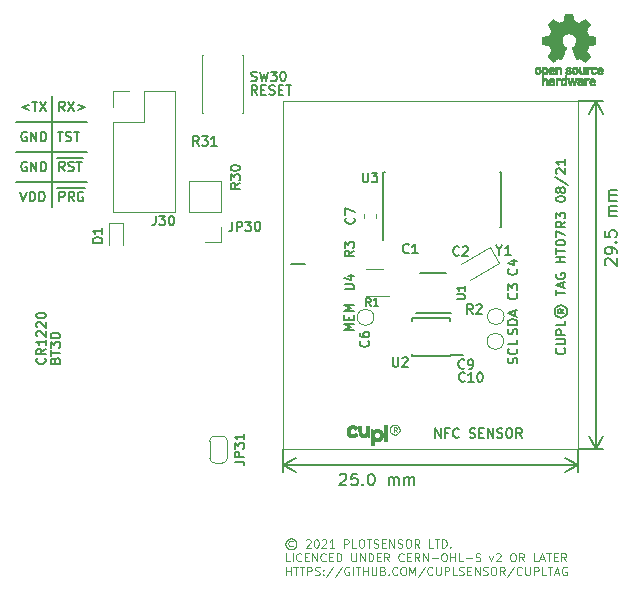
<source format=gbr>
%TF.GenerationSoftware,KiCad,Pcbnew,(5.1.5)-3*%
%TF.CreationDate,2021-08-29T15:34:29+01:00*%
%TF.ProjectId,HT07,48543037-2e6b-4696-9361-645f70636258,rev?*%
%TF.SameCoordinates,Original*%
%TF.FileFunction,Legend,Top*%
%TF.FilePolarity,Positive*%
%FSLAX46Y46*%
G04 Gerber Fmt 4.6, Leading zero omitted, Abs format (unit mm)*
G04 Created by KiCad (PCBNEW (5.1.5)-3) date 2021-08-29 15:34:29*
%MOMM*%
%LPD*%
G04 APERTURE LIST*
%ADD10C,0.110000*%
%ADD11C,0.120000*%
%ADD12C,0.150000*%
%ADD13C,0.100000*%
%ADD14C,0.010000*%
G04 APERTURE END LIST*
D10*
X117124142Y-100579214D02*
X116981285Y-100407785D01*
X116867000Y-100579214D02*
X116867000Y-100179214D01*
X117038428Y-100179214D01*
X117095571Y-100207785D01*
X117124142Y-100264928D01*
X117124142Y-100322071D01*
X117095571Y-100379214D01*
X117038428Y-100407785D01*
X116867000Y-100407785D01*
X116981285Y-99979214D02*
X116838428Y-100007785D01*
X116695571Y-100093500D01*
X116609857Y-100236357D01*
X116581285Y-100379214D01*
X116609857Y-100522071D01*
X116695571Y-100664928D01*
X116838428Y-100750642D01*
X116981285Y-100779214D01*
X117124142Y-100750642D01*
X117267000Y-100664928D01*
X117352714Y-100522071D01*
X117381285Y-100379214D01*
X117352714Y-100236357D01*
X117267000Y-100093500D01*
X117124142Y-100007785D01*
X116981285Y-99979214D01*
D11*
X108316833Y-109815333D02*
X108250166Y-109782000D01*
X108116833Y-109782000D01*
X108050166Y-109815333D01*
X107983500Y-109882000D01*
X107950166Y-109948666D01*
X107950166Y-110082000D01*
X107983500Y-110148666D01*
X108050166Y-110215333D01*
X108116833Y-110248666D01*
X108250166Y-110248666D01*
X108316833Y-110215333D01*
X108183500Y-109548666D02*
X108016833Y-109582000D01*
X107850166Y-109682000D01*
X107750166Y-109848666D01*
X107716833Y-110015333D01*
X107750166Y-110182000D01*
X107850166Y-110348666D01*
X108016833Y-110448666D01*
X108183500Y-110482000D01*
X108350166Y-110448666D01*
X108516833Y-110348666D01*
X108616833Y-110182000D01*
X108650166Y-110015333D01*
X108616833Y-109848666D01*
X108516833Y-109682000D01*
X108350166Y-109582000D01*
X108183500Y-109548666D01*
X109450166Y-109715333D02*
X109483500Y-109682000D01*
X109550166Y-109648666D01*
X109716833Y-109648666D01*
X109783500Y-109682000D01*
X109816833Y-109715333D01*
X109850166Y-109782000D01*
X109850166Y-109848666D01*
X109816833Y-109948666D01*
X109416833Y-110348666D01*
X109850166Y-110348666D01*
X110283500Y-109648666D02*
X110350166Y-109648666D01*
X110416833Y-109682000D01*
X110450166Y-109715333D01*
X110483500Y-109782000D01*
X110516833Y-109915333D01*
X110516833Y-110082000D01*
X110483500Y-110215333D01*
X110450166Y-110282000D01*
X110416833Y-110315333D01*
X110350166Y-110348666D01*
X110283500Y-110348666D01*
X110216833Y-110315333D01*
X110183500Y-110282000D01*
X110150166Y-110215333D01*
X110116833Y-110082000D01*
X110116833Y-109915333D01*
X110150166Y-109782000D01*
X110183500Y-109715333D01*
X110216833Y-109682000D01*
X110283500Y-109648666D01*
X110783500Y-109715333D02*
X110816833Y-109682000D01*
X110883500Y-109648666D01*
X111050166Y-109648666D01*
X111116833Y-109682000D01*
X111150166Y-109715333D01*
X111183500Y-109782000D01*
X111183500Y-109848666D01*
X111150166Y-109948666D01*
X110750166Y-110348666D01*
X111183500Y-110348666D01*
X111850166Y-110348666D02*
X111450166Y-110348666D01*
X111650166Y-110348666D02*
X111650166Y-109648666D01*
X111583500Y-109748666D01*
X111516833Y-109815333D01*
X111450166Y-109848666D01*
X112683500Y-110348666D02*
X112683500Y-109648666D01*
X112950166Y-109648666D01*
X113016833Y-109682000D01*
X113050166Y-109715333D01*
X113083500Y-109782000D01*
X113083500Y-109882000D01*
X113050166Y-109948666D01*
X113016833Y-109982000D01*
X112950166Y-110015333D01*
X112683500Y-110015333D01*
X113716833Y-110348666D02*
X113383500Y-110348666D01*
X113383500Y-109648666D01*
X114083500Y-109648666D02*
X114216833Y-109648666D01*
X114283500Y-109682000D01*
X114350166Y-109748666D01*
X114383500Y-109882000D01*
X114383500Y-110115333D01*
X114350166Y-110248666D01*
X114283500Y-110315333D01*
X114216833Y-110348666D01*
X114083500Y-110348666D01*
X114016833Y-110315333D01*
X113950166Y-110248666D01*
X113916833Y-110115333D01*
X113916833Y-109882000D01*
X113950166Y-109748666D01*
X114016833Y-109682000D01*
X114083500Y-109648666D01*
X114583500Y-109648666D02*
X114983500Y-109648666D01*
X114783500Y-110348666D02*
X114783500Y-109648666D01*
X115183500Y-110315333D02*
X115283500Y-110348666D01*
X115450166Y-110348666D01*
X115516833Y-110315333D01*
X115550166Y-110282000D01*
X115583500Y-110215333D01*
X115583500Y-110148666D01*
X115550166Y-110082000D01*
X115516833Y-110048666D01*
X115450166Y-110015333D01*
X115316833Y-109982000D01*
X115250166Y-109948666D01*
X115216833Y-109915333D01*
X115183500Y-109848666D01*
X115183500Y-109782000D01*
X115216833Y-109715333D01*
X115250166Y-109682000D01*
X115316833Y-109648666D01*
X115483500Y-109648666D01*
X115583500Y-109682000D01*
X115883500Y-109982000D02*
X116116833Y-109982000D01*
X116216833Y-110348666D02*
X115883500Y-110348666D01*
X115883500Y-109648666D01*
X116216833Y-109648666D01*
X116516833Y-110348666D02*
X116516833Y-109648666D01*
X116916833Y-110348666D01*
X116916833Y-109648666D01*
X117216833Y-110315333D02*
X117316833Y-110348666D01*
X117483500Y-110348666D01*
X117550166Y-110315333D01*
X117583500Y-110282000D01*
X117616833Y-110215333D01*
X117616833Y-110148666D01*
X117583500Y-110082000D01*
X117550166Y-110048666D01*
X117483500Y-110015333D01*
X117350166Y-109982000D01*
X117283500Y-109948666D01*
X117250166Y-109915333D01*
X117216833Y-109848666D01*
X117216833Y-109782000D01*
X117250166Y-109715333D01*
X117283500Y-109682000D01*
X117350166Y-109648666D01*
X117516833Y-109648666D01*
X117616833Y-109682000D01*
X118050166Y-109648666D02*
X118183500Y-109648666D01*
X118250166Y-109682000D01*
X118316833Y-109748666D01*
X118350166Y-109882000D01*
X118350166Y-110115333D01*
X118316833Y-110248666D01*
X118250166Y-110315333D01*
X118183500Y-110348666D01*
X118050166Y-110348666D01*
X117983500Y-110315333D01*
X117916833Y-110248666D01*
X117883500Y-110115333D01*
X117883500Y-109882000D01*
X117916833Y-109748666D01*
X117983500Y-109682000D01*
X118050166Y-109648666D01*
X119050166Y-110348666D02*
X118816833Y-110015333D01*
X118650166Y-110348666D02*
X118650166Y-109648666D01*
X118916833Y-109648666D01*
X118983500Y-109682000D01*
X119016833Y-109715333D01*
X119050166Y-109782000D01*
X119050166Y-109882000D01*
X119016833Y-109948666D01*
X118983500Y-109982000D01*
X118916833Y-110015333D01*
X118650166Y-110015333D01*
X120216833Y-110348666D02*
X119883500Y-110348666D01*
X119883500Y-109648666D01*
X120350166Y-109648666D02*
X120750166Y-109648666D01*
X120550166Y-110348666D02*
X120550166Y-109648666D01*
X120983500Y-110348666D02*
X120983500Y-109648666D01*
X121150166Y-109648666D01*
X121250166Y-109682000D01*
X121316833Y-109748666D01*
X121350166Y-109815333D01*
X121383500Y-109948666D01*
X121383500Y-110048666D01*
X121350166Y-110182000D01*
X121316833Y-110248666D01*
X121250166Y-110315333D01*
X121150166Y-110348666D01*
X120983500Y-110348666D01*
X121683500Y-110282000D02*
X121716833Y-110315333D01*
X121683500Y-110348666D01*
X121650166Y-110315333D01*
X121683500Y-110282000D01*
X121683500Y-110348666D01*
X108083500Y-111518666D02*
X107750166Y-111518666D01*
X107750166Y-110818666D01*
X108316833Y-111518666D02*
X108316833Y-110818666D01*
X109050166Y-111452000D02*
X109016833Y-111485333D01*
X108916833Y-111518666D01*
X108850166Y-111518666D01*
X108750166Y-111485333D01*
X108683500Y-111418666D01*
X108650166Y-111352000D01*
X108616833Y-111218666D01*
X108616833Y-111118666D01*
X108650166Y-110985333D01*
X108683500Y-110918666D01*
X108750166Y-110852000D01*
X108850166Y-110818666D01*
X108916833Y-110818666D01*
X109016833Y-110852000D01*
X109050166Y-110885333D01*
X109350166Y-111152000D02*
X109583500Y-111152000D01*
X109683500Y-111518666D02*
X109350166Y-111518666D01*
X109350166Y-110818666D01*
X109683500Y-110818666D01*
X109983500Y-111518666D02*
X109983500Y-110818666D01*
X110383500Y-111518666D01*
X110383500Y-110818666D01*
X111116833Y-111452000D02*
X111083500Y-111485333D01*
X110983500Y-111518666D01*
X110916833Y-111518666D01*
X110816833Y-111485333D01*
X110750166Y-111418666D01*
X110716833Y-111352000D01*
X110683500Y-111218666D01*
X110683500Y-111118666D01*
X110716833Y-110985333D01*
X110750166Y-110918666D01*
X110816833Y-110852000D01*
X110916833Y-110818666D01*
X110983500Y-110818666D01*
X111083500Y-110852000D01*
X111116833Y-110885333D01*
X111416833Y-111152000D02*
X111650166Y-111152000D01*
X111750166Y-111518666D02*
X111416833Y-111518666D01*
X111416833Y-110818666D01*
X111750166Y-110818666D01*
X112050166Y-111518666D02*
X112050166Y-110818666D01*
X112216833Y-110818666D01*
X112316833Y-110852000D01*
X112383500Y-110918666D01*
X112416833Y-110985333D01*
X112450166Y-111118666D01*
X112450166Y-111218666D01*
X112416833Y-111352000D01*
X112383500Y-111418666D01*
X112316833Y-111485333D01*
X112216833Y-111518666D01*
X112050166Y-111518666D01*
X113283500Y-110818666D02*
X113283500Y-111385333D01*
X113316833Y-111452000D01*
X113350166Y-111485333D01*
X113416833Y-111518666D01*
X113550166Y-111518666D01*
X113616833Y-111485333D01*
X113650166Y-111452000D01*
X113683500Y-111385333D01*
X113683500Y-110818666D01*
X114016833Y-111518666D02*
X114016833Y-110818666D01*
X114416833Y-111518666D01*
X114416833Y-110818666D01*
X114750166Y-111518666D02*
X114750166Y-110818666D01*
X114916833Y-110818666D01*
X115016833Y-110852000D01*
X115083500Y-110918666D01*
X115116833Y-110985333D01*
X115150166Y-111118666D01*
X115150166Y-111218666D01*
X115116833Y-111352000D01*
X115083500Y-111418666D01*
X115016833Y-111485333D01*
X114916833Y-111518666D01*
X114750166Y-111518666D01*
X115450166Y-111152000D02*
X115683500Y-111152000D01*
X115783500Y-111518666D02*
X115450166Y-111518666D01*
X115450166Y-110818666D01*
X115783500Y-110818666D01*
X116483500Y-111518666D02*
X116250166Y-111185333D01*
X116083500Y-111518666D02*
X116083500Y-110818666D01*
X116350166Y-110818666D01*
X116416833Y-110852000D01*
X116450166Y-110885333D01*
X116483500Y-110952000D01*
X116483500Y-111052000D01*
X116450166Y-111118666D01*
X116416833Y-111152000D01*
X116350166Y-111185333D01*
X116083500Y-111185333D01*
X117716833Y-111452000D02*
X117683500Y-111485333D01*
X117583500Y-111518666D01*
X117516833Y-111518666D01*
X117416833Y-111485333D01*
X117350166Y-111418666D01*
X117316833Y-111352000D01*
X117283500Y-111218666D01*
X117283500Y-111118666D01*
X117316833Y-110985333D01*
X117350166Y-110918666D01*
X117416833Y-110852000D01*
X117516833Y-110818666D01*
X117583500Y-110818666D01*
X117683500Y-110852000D01*
X117716833Y-110885333D01*
X118016833Y-111152000D02*
X118250166Y-111152000D01*
X118350166Y-111518666D02*
X118016833Y-111518666D01*
X118016833Y-110818666D01*
X118350166Y-110818666D01*
X119050166Y-111518666D02*
X118816833Y-111185333D01*
X118650166Y-111518666D02*
X118650166Y-110818666D01*
X118916833Y-110818666D01*
X118983500Y-110852000D01*
X119016833Y-110885333D01*
X119050166Y-110952000D01*
X119050166Y-111052000D01*
X119016833Y-111118666D01*
X118983500Y-111152000D01*
X118916833Y-111185333D01*
X118650166Y-111185333D01*
X119350166Y-111518666D02*
X119350166Y-110818666D01*
X119750166Y-111518666D01*
X119750166Y-110818666D01*
X120083500Y-111252000D02*
X120616833Y-111252000D01*
X121083500Y-110818666D02*
X121216833Y-110818666D01*
X121283500Y-110852000D01*
X121350166Y-110918666D01*
X121383500Y-111052000D01*
X121383500Y-111285333D01*
X121350166Y-111418666D01*
X121283500Y-111485333D01*
X121216833Y-111518666D01*
X121083500Y-111518666D01*
X121016833Y-111485333D01*
X120950166Y-111418666D01*
X120916833Y-111285333D01*
X120916833Y-111052000D01*
X120950166Y-110918666D01*
X121016833Y-110852000D01*
X121083500Y-110818666D01*
X121683500Y-111518666D02*
X121683500Y-110818666D01*
X121683500Y-111152000D02*
X122083500Y-111152000D01*
X122083500Y-111518666D02*
X122083500Y-110818666D01*
X122750166Y-111518666D02*
X122416833Y-111518666D01*
X122416833Y-110818666D01*
X122983500Y-111252000D02*
X123516833Y-111252000D01*
X123816833Y-111485333D02*
X123916833Y-111518666D01*
X124083500Y-111518666D01*
X124150166Y-111485333D01*
X124183500Y-111452000D01*
X124216833Y-111385333D01*
X124216833Y-111318666D01*
X124183500Y-111252000D01*
X124150166Y-111218666D01*
X124083500Y-111185333D01*
X123950166Y-111152000D01*
X123883500Y-111118666D01*
X123850166Y-111085333D01*
X123816833Y-111018666D01*
X123816833Y-110952000D01*
X123850166Y-110885333D01*
X123883500Y-110852000D01*
X123950166Y-110818666D01*
X124116833Y-110818666D01*
X124216833Y-110852000D01*
X124983500Y-111052000D02*
X125150166Y-111518666D01*
X125316833Y-111052000D01*
X125550166Y-110885333D02*
X125583500Y-110852000D01*
X125650166Y-110818666D01*
X125816833Y-110818666D01*
X125883500Y-110852000D01*
X125916833Y-110885333D01*
X125950166Y-110952000D01*
X125950166Y-111018666D01*
X125916833Y-111118666D01*
X125516833Y-111518666D01*
X125950166Y-111518666D01*
X126916833Y-110818666D02*
X127050166Y-110818666D01*
X127116833Y-110852000D01*
X127183500Y-110918666D01*
X127216833Y-111052000D01*
X127216833Y-111285333D01*
X127183500Y-111418666D01*
X127116833Y-111485333D01*
X127050166Y-111518666D01*
X126916833Y-111518666D01*
X126850166Y-111485333D01*
X126783500Y-111418666D01*
X126750166Y-111285333D01*
X126750166Y-111052000D01*
X126783500Y-110918666D01*
X126850166Y-110852000D01*
X126916833Y-110818666D01*
X127916833Y-111518666D02*
X127683500Y-111185333D01*
X127516833Y-111518666D02*
X127516833Y-110818666D01*
X127783500Y-110818666D01*
X127850166Y-110852000D01*
X127883500Y-110885333D01*
X127916833Y-110952000D01*
X127916833Y-111052000D01*
X127883500Y-111118666D01*
X127850166Y-111152000D01*
X127783500Y-111185333D01*
X127516833Y-111185333D01*
X129083500Y-111518666D02*
X128750166Y-111518666D01*
X128750166Y-110818666D01*
X129283500Y-111318666D02*
X129616833Y-111318666D01*
X129216833Y-111518666D02*
X129450166Y-110818666D01*
X129683500Y-111518666D01*
X129816833Y-110818666D02*
X130216833Y-110818666D01*
X130016833Y-111518666D02*
X130016833Y-110818666D01*
X130450166Y-111152000D02*
X130683500Y-111152000D01*
X130783500Y-111518666D02*
X130450166Y-111518666D01*
X130450166Y-110818666D01*
X130783500Y-110818666D01*
X131483500Y-111518666D02*
X131250166Y-111185333D01*
X131083500Y-111518666D02*
X131083500Y-110818666D01*
X131350166Y-110818666D01*
X131416833Y-110852000D01*
X131450166Y-110885333D01*
X131483500Y-110952000D01*
X131483500Y-111052000D01*
X131450166Y-111118666D01*
X131416833Y-111152000D01*
X131350166Y-111185333D01*
X131083500Y-111185333D01*
X107750166Y-112688666D02*
X107750166Y-111988666D01*
X107750166Y-112322000D02*
X108150166Y-112322000D01*
X108150166Y-112688666D02*
X108150166Y-111988666D01*
X108383500Y-111988666D02*
X108783500Y-111988666D01*
X108583500Y-112688666D02*
X108583500Y-111988666D01*
X108916833Y-111988666D02*
X109316833Y-111988666D01*
X109116833Y-112688666D02*
X109116833Y-111988666D01*
X109550166Y-112688666D02*
X109550166Y-111988666D01*
X109816833Y-111988666D01*
X109883500Y-112022000D01*
X109916833Y-112055333D01*
X109950166Y-112122000D01*
X109950166Y-112222000D01*
X109916833Y-112288666D01*
X109883500Y-112322000D01*
X109816833Y-112355333D01*
X109550166Y-112355333D01*
X110216833Y-112655333D02*
X110316833Y-112688666D01*
X110483500Y-112688666D01*
X110550166Y-112655333D01*
X110583500Y-112622000D01*
X110616833Y-112555333D01*
X110616833Y-112488666D01*
X110583500Y-112422000D01*
X110550166Y-112388666D01*
X110483500Y-112355333D01*
X110350166Y-112322000D01*
X110283500Y-112288666D01*
X110250166Y-112255333D01*
X110216833Y-112188666D01*
X110216833Y-112122000D01*
X110250166Y-112055333D01*
X110283500Y-112022000D01*
X110350166Y-111988666D01*
X110516833Y-111988666D01*
X110616833Y-112022000D01*
X110916833Y-112622000D02*
X110950166Y-112655333D01*
X110916833Y-112688666D01*
X110883500Y-112655333D01*
X110916833Y-112622000D01*
X110916833Y-112688666D01*
X110916833Y-112255333D02*
X110950166Y-112288666D01*
X110916833Y-112322000D01*
X110883500Y-112288666D01*
X110916833Y-112255333D01*
X110916833Y-112322000D01*
X111750166Y-111955333D02*
X111150166Y-112855333D01*
X112483500Y-111955333D02*
X111883500Y-112855333D01*
X113083500Y-112022000D02*
X113016833Y-111988666D01*
X112916833Y-111988666D01*
X112816833Y-112022000D01*
X112750166Y-112088666D01*
X112716833Y-112155333D01*
X112683500Y-112288666D01*
X112683500Y-112388666D01*
X112716833Y-112522000D01*
X112750166Y-112588666D01*
X112816833Y-112655333D01*
X112916833Y-112688666D01*
X112983500Y-112688666D01*
X113083500Y-112655333D01*
X113116833Y-112622000D01*
X113116833Y-112388666D01*
X112983500Y-112388666D01*
X113416833Y-112688666D02*
X113416833Y-111988666D01*
X113650166Y-111988666D02*
X114050166Y-111988666D01*
X113850166Y-112688666D02*
X113850166Y-111988666D01*
X114283500Y-112688666D02*
X114283500Y-111988666D01*
X114283500Y-112322000D02*
X114683500Y-112322000D01*
X114683500Y-112688666D02*
X114683500Y-111988666D01*
X115016833Y-111988666D02*
X115016833Y-112555333D01*
X115050166Y-112622000D01*
X115083500Y-112655333D01*
X115150166Y-112688666D01*
X115283500Y-112688666D01*
X115350166Y-112655333D01*
X115383500Y-112622000D01*
X115416833Y-112555333D01*
X115416833Y-111988666D01*
X115983500Y-112322000D02*
X116083500Y-112355333D01*
X116116833Y-112388666D01*
X116150166Y-112455333D01*
X116150166Y-112555333D01*
X116116833Y-112622000D01*
X116083500Y-112655333D01*
X116016833Y-112688666D01*
X115750166Y-112688666D01*
X115750166Y-111988666D01*
X115983500Y-111988666D01*
X116050166Y-112022000D01*
X116083500Y-112055333D01*
X116116833Y-112122000D01*
X116116833Y-112188666D01*
X116083500Y-112255333D01*
X116050166Y-112288666D01*
X115983500Y-112322000D01*
X115750166Y-112322000D01*
X116450166Y-112622000D02*
X116483500Y-112655333D01*
X116450166Y-112688666D01*
X116416833Y-112655333D01*
X116450166Y-112622000D01*
X116450166Y-112688666D01*
X117183500Y-112622000D02*
X117150166Y-112655333D01*
X117050166Y-112688666D01*
X116983500Y-112688666D01*
X116883500Y-112655333D01*
X116816833Y-112588666D01*
X116783500Y-112522000D01*
X116750166Y-112388666D01*
X116750166Y-112288666D01*
X116783500Y-112155333D01*
X116816833Y-112088666D01*
X116883500Y-112022000D01*
X116983500Y-111988666D01*
X117050166Y-111988666D01*
X117150166Y-112022000D01*
X117183500Y-112055333D01*
X117616833Y-111988666D02*
X117750166Y-111988666D01*
X117816833Y-112022000D01*
X117883500Y-112088666D01*
X117916833Y-112222000D01*
X117916833Y-112455333D01*
X117883500Y-112588666D01*
X117816833Y-112655333D01*
X117750166Y-112688666D01*
X117616833Y-112688666D01*
X117550166Y-112655333D01*
X117483500Y-112588666D01*
X117450166Y-112455333D01*
X117450166Y-112222000D01*
X117483500Y-112088666D01*
X117550166Y-112022000D01*
X117616833Y-111988666D01*
X118216833Y-112688666D02*
X118216833Y-111988666D01*
X118450166Y-112488666D01*
X118683500Y-111988666D01*
X118683500Y-112688666D01*
X119516833Y-111955333D02*
X118916833Y-112855333D01*
X120150166Y-112622000D02*
X120116833Y-112655333D01*
X120016833Y-112688666D01*
X119950166Y-112688666D01*
X119850166Y-112655333D01*
X119783500Y-112588666D01*
X119750166Y-112522000D01*
X119716833Y-112388666D01*
X119716833Y-112288666D01*
X119750166Y-112155333D01*
X119783500Y-112088666D01*
X119850166Y-112022000D01*
X119950166Y-111988666D01*
X120016833Y-111988666D01*
X120116833Y-112022000D01*
X120150166Y-112055333D01*
X120450166Y-111988666D02*
X120450166Y-112555333D01*
X120483500Y-112622000D01*
X120516833Y-112655333D01*
X120583500Y-112688666D01*
X120716833Y-112688666D01*
X120783500Y-112655333D01*
X120816833Y-112622000D01*
X120850166Y-112555333D01*
X120850166Y-111988666D01*
X121183500Y-112688666D02*
X121183500Y-111988666D01*
X121450166Y-111988666D01*
X121516833Y-112022000D01*
X121550166Y-112055333D01*
X121583500Y-112122000D01*
X121583500Y-112222000D01*
X121550166Y-112288666D01*
X121516833Y-112322000D01*
X121450166Y-112355333D01*
X121183500Y-112355333D01*
X122216833Y-112688666D02*
X121883500Y-112688666D01*
X121883500Y-111988666D01*
X122416833Y-112655333D02*
X122516833Y-112688666D01*
X122683500Y-112688666D01*
X122750166Y-112655333D01*
X122783500Y-112622000D01*
X122816833Y-112555333D01*
X122816833Y-112488666D01*
X122783500Y-112422000D01*
X122750166Y-112388666D01*
X122683500Y-112355333D01*
X122550166Y-112322000D01*
X122483500Y-112288666D01*
X122450166Y-112255333D01*
X122416833Y-112188666D01*
X122416833Y-112122000D01*
X122450166Y-112055333D01*
X122483500Y-112022000D01*
X122550166Y-111988666D01*
X122716833Y-111988666D01*
X122816833Y-112022000D01*
X123116833Y-112322000D02*
X123350166Y-112322000D01*
X123450166Y-112688666D02*
X123116833Y-112688666D01*
X123116833Y-111988666D01*
X123450166Y-111988666D01*
X123750166Y-112688666D02*
X123750166Y-111988666D01*
X124150166Y-112688666D01*
X124150166Y-111988666D01*
X124450166Y-112655333D02*
X124550166Y-112688666D01*
X124716833Y-112688666D01*
X124783500Y-112655333D01*
X124816833Y-112622000D01*
X124850166Y-112555333D01*
X124850166Y-112488666D01*
X124816833Y-112422000D01*
X124783500Y-112388666D01*
X124716833Y-112355333D01*
X124583500Y-112322000D01*
X124516833Y-112288666D01*
X124483500Y-112255333D01*
X124450166Y-112188666D01*
X124450166Y-112122000D01*
X124483500Y-112055333D01*
X124516833Y-112022000D01*
X124583500Y-111988666D01*
X124750166Y-111988666D01*
X124850166Y-112022000D01*
X125283500Y-111988666D02*
X125416833Y-111988666D01*
X125483500Y-112022000D01*
X125550166Y-112088666D01*
X125583500Y-112222000D01*
X125583500Y-112455333D01*
X125550166Y-112588666D01*
X125483500Y-112655333D01*
X125416833Y-112688666D01*
X125283500Y-112688666D01*
X125216833Y-112655333D01*
X125150166Y-112588666D01*
X125116833Y-112455333D01*
X125116833Y-112222000D01*
X125150166Y-112088666D01*
X125216833Y-112022000D01*
X125283500Y-111988666D01*
X126283500Y-112688666D02*
X126050166Y-112355333D01*
X125883500Y-112688666D02*
X125883500Y-111988666D01*
X126150166Y-111988666D01*
X126216833Y-112022000D01*
X126250166Y-112055333D01*
X126283500Y-112122000D01*
X126283500Y-112222000D01*
X126250166Y-112288666D01*
X126216833Y-112322000D01*
X126150166Y-112355333D01*
X125883500Y-112355333D01*
X127083500Y-111955333D02*
X126483500Y-112855333D01*
X127716833Y-112622000D02*
X127683500Y-112655333D01*
X127583500Y-112688666D01*
X127516833Y-112688666D01*
X127416833Y-112655333D01*
X127350166Y-112588666D01*
X127316833Y-112522000D01*
X127283500Y-112388666D01*
X127283500Y-112288666D01*
X127316833Y-112155333D01*
X127350166Y-112088666D01*
X127416833Y-112022000D01*
X127516833Y-111988666D01*
X127583500Y-111988666D01*
X127683500Y-112022000D01*
X127716833Y-112055333D01*
X128016833Y-111988666D02*
X128016833Y-112555333D01*
X128050166Y-112622000D01*
X128083500Y-112655333D01*
X128150166Y-112688666D01*
X128283500Y-112688666D01*
X128350166Y-112655333D01*
X128383500Y-112622000D01*
X128416833Y-112555333D01*
X128416833Y-111988666D01*
X128750166Y-112688666D02*
X128750166Y-111988666D01*
X129016833Y-111988666D01*
X129083500Y-112022000D01*
X129116833Y-112055333D01*
X129150166Y-112122000D01*
X129150166Y-112222000D01*
X129116833Y-112288666D01*
X129083500Y-112322000D01*
X129016833Y-112355333D01*
X128750166Y-112355333D01*
X129783500Y-112688666D02*
X129450166Y-112688666D01*
X129450166Y-111988666D01*
X129916833Y-111988666D02*
X130316833Y-111988666D01*
X130116833Y-112688666D02*
X130116833Y-111988666D01*
X130516833Y-112488666D02*
X130850166Y-112488666D01*
X130450166Y-112688666D02*
X130683500Y-111988666D01*
X130916833Y-112688666D01*
X131516833Y-112022000D02*
X131450166Y-111988666D01*
X131350166Y-111988666D01*
X131250166Y-112022000D01*
X131183500Y-112088666D01*
X131150166Y-112155333D01*
X131116833Y-112288666D01*
X131116833Y-112388666D01*
X131150166Y-112522000D01*
X131183500Y-112588666D01*
X131250166Y-112655333D01*
X131350166Y-112688666D01*
X131416833Y-112688666D01*
X131516833Y-112655333D01*
X131550166Y-112622000D01*
X131550166Y-112388666D01*
X131416833Y-112388666D01*
D12*
X84899500Y-79375000D02*
X90932000Y-79375000D01*
X84899500Y-76835000D02*
X90932000Y-76835000D01*
X84899500Y-74295000D02*
X90932000Y-74295000D01*
X87947500Y-72136000D02*
X87947500Y-81534000D01*
X88362500Y-79874000D02*
X89162500Y-79874000D01*
X88552976Y-81006904D02*
X88552976Y-80206904D01*
X88857738Y-80206904D01*
X88933928Y-80245000D01*
X88972023Y-80283095D01*
X89010119Y-80359285D01*
X89010119Y-80473571D01*
X88972023Y-80549761D01*
X88933928Y-80587857D01*
X88857738Y-80625952D01*
X88552976Y-80625952D01*
X89162500Y-79874000D02*
X89962500Y-79874000D01*
X89810119Y-81006904D02*
X89543452Y-80625952D01*
X89352976Y-81006904D02*
X89352976Y-80206904D01*
X89657738Y-80206904D01*
X89733928Y-80245000D01*
X89772023Y-80283095D01*
X89810119Y-80359285D01*
X89810119Y-80473571D01*
X89772023Y-80549761D01*
X89733928Y-80587857D01*
X89657738Y-80625952D01*
X89352976Y-80625952D01*
X89962500Y-79874000D02*
X90762500Y-79874000D01*
X90572023Y-80245000D02*
X90495833Y-80206904D01*
X90381547Y-80206904D01*
X90267261Y-80245000D01*
X90191071Y-80321190D01*
X90152976Y-80397380D01*
X90114880Y-80549761D01*
X90114880Y-80664047D01*
X90152976Y-80816428D01*
X90191071Y-80892619D01*
X90267261Y-80968809D01*
X90381547Y-81006904D01*
X90457738Y-81006904D01*
X90572023Y-80968809D01*
X90610119Y-80930714D01*
X90610119Y-80664047D01*
X90457738Y-80664047D01*
X88362500Y-77334000D02*
X89162500Y-77334000D01*
X89010119Y-78466904D02*
X88743452Y-78085952D01*
X88552976Y-78466904D02*
X88552976Y-77666904D01*
X88857738Y-77666904D01*
X88933928Y-77705000D01*
X88972023Y-77743095D01*
X89010119Y-77819285D01*
X89010119Y-77933571D01*
X88972023Y-78009761D01*
X88933928Y-78047857D01*
X88857738Y-78085952D01*
X88552976Y-78085952D01*
X89162500Y-77334000D02*
X89924404Y-77334000D01*
X89314880Y-78428809D02*
X89429166Y-78466904D01*
X89619642Y-78466904D01*
X89695833Y-78428809D01*
X89733928Y-78390714D01*
X89772023Y-78314523D01*
X89772023Y-78238333D01*
X89733928Y-78162142D01*
X89695833Y-78124047D01*
X89619642Y-78085952D01*
X89467261Y-78047857D01*
X89391071Y-78009761D01*
X89352976Y-77971666D01*
X89314880Y-77895476D01*
X89314880Y-77819285D01*
X89352976Y-77743095D01*
X89391071Y-77705000D01*
X89467261Y-77666904D01*
X89657738Y-77666904D01*
X89772023Y-77705000D01*
X89924404Y-77334000D02*
X90533928Y-77334000D01*
X90000595Y-77666904D02*
X90457738Y-77666904D01*
X90229166Y-78466904D02*
X90229166Y-77666904D01*
X88438690Y-75126904D02*
X88895833Y-75126904D01*
X88667261Y-75926904D02*
X88667261Y-75126904D01*
X89124404Y-75888809D02*
X89238690Y-75926904D01*
X89429166Y-75926904D01*
X89505357Y-75888809D01*
X89543452Y-75850714D01*
X89581547Y-75774523D01*
X89581547Y-75698333D01*
X89543452Y-75622142D01*
X89505357Y-75584047D01*
X89429166Y-75545952D01*
X89276785Y-75507857D01*
X89200595Y-75469761D01*
X89162500Y-75431666D01*
X89124404Y-75355476D01*
X89124404Y-75279285D01*
X89162500Y-75203095D01*
X89200595Y-75165000D01*
X89276785Y-75126904D01*
X89467261Y-75126904D01*
X89581547Y-75165000D01*
X89810119Y-75126904D02*
X90267261Y-75126904D01*
X90038690Y-75926904D02*
X90038690Y-75126904D01*
X89010119Y-73386904D02*
X88743452Y-73005952D01*
X88552976Y-73386904D02*
X88552976Y-72586904D01*
X88857738Y-72586904D01*
X88933928Y-72625000D01*
X88972023Y-72663095D01*
X89010119Y-72739285D01*
X89010119Y-72853571D01*
X88972023Y-72929761D01*
X88933928Y-72967857D01*
X88857738Y-73005952D01*
X88552976Y-73005952D01*
X89276785Y-72586904D02*
X89810119Y-73386904D01*
X89810119Y-72586904D02*
X89276785Y-73386904D01*
X90114880Y-72853571D02*
X90724404Y-73082142D01*
X90114880Y-73310714D01*
X85987500Y-72853571D02*
X85377976Y-73082142D01*
X85987500Y-73310714D01*
X86254166Y-72586904D02*
X86711309Y-72586904D01*
X86482738Y-73386904D02*
X86482738Y-72586904D01*
X86901785Y-72586904D02*
X87435119Y-73386904D01*
X87435119Y-72586904D02*
X86901785Y-73386904D01*
X85797023Y-75165000D02*
X85720833Y-75126904D01*
X85606547Y-75126904D01*
X85492261Y-75165000D01*
X85416071Y-75241190D01*
X85377976Y-75317380D01*
X85339880Y-75469761D01*
X85339880Y-75584047D01*
X85377976Y-75736428D01*
X85416071Y-75812619D01*
X85492261Y-75888809D01*
X85606547Y-75926904D01*
X85682738Y-75926904D01*
X85797023Y-75888809D01*
X85835119Y-75850714D01*
X85835119Y-75584047D01*
X85682738Y-75584047D01*
X86177976Y-75926904D02*
X86177976Y-75126904D01*
X86635119Y-75926904D01*
X86635119Y-75126904D01*
X87016071Y-75926904D02*
X87016071Y-75126904D01*
X87206547Y-75126904D01*
X87320833Y-75165000D01*
X87397023Y-75241190D01*
X87435119Y-75317380D01*
X87473214Y-75469761D01*
X87473214Y-75584047D01*
X87435119Y-75736428D01*
X87397023Y-75812619D01*
X87320833Y-75888809D01*
X87206547Y-75926904D01*
X87016071Y-75926904D01*
X85797023Y-77705000D02*
X85720833Y-77666904D01*
X85606547Y-77666904D01*
X85492261Y-77705000D01*
X85416071Y-77781190D01*
X85377976Y-77857380D01*
X85339880Y-78009761D01*
X85339880Y-78124047D01*
X85377976Y-78276428D01*
X85416071Y-78352619D01*
X85492261Y-78428809D01*
X85606547Y-78466904D01*
X85682738Y-78466904D01*
X85797023Y-78428809D01*
X85835119Y-78390714D01*
X85835119Y-78124047D01*
X85682738Y-78124047D01*
X86177976Y-78466904D02*
X86177976Y-77666904D01*
X86635119Y-78466904D01*
X86635119Y-77666904D01*
X87016071Y-78466904D02*
X87016071Y-77666904D01*
X87206547Y-77666904D01*
X87320833Y-77705000D01*
X87397023Y-77781190D01*
X87435119Y-77857380D01*
X87473214Y-78009761D01*
X87473214Y-78124047D01*
X87435119Y-78276428D01*
X87397023Y-78352619D01*
X87320833Y-78428809D01*
X87206547Y-78466904D01*
X87016071Y-78466904D01*
X85263690Y-80206904D02*
X85530357Y-81006904D01*
X85797023Y-80206904D01*
X86063690Y-81006904D02*
X86063690Y-80206904D01*
X86254166Y-80206904D01*
X86368452Y-80245000D01*
X86444642Y-80321190D01*
X86482738Y-80397380D01*
X86520833Y-80549761D01*
X86520833Y-80664047D01*
X86482738Y-80816428D01*
X86444642Y-80892619D01*
X86368452Y-80968809D01*
X86254166Y-81006904D01*
X86063690Y-81006904D01*
X86863690Y-81006904D02*
X86863690Y-80206904D01*
X87054166Y-80206904D01*
X87168452Y-80245000D01*
X87244642Y-80321190D01*
X87282738Y-80397380D01*
X87320833Y-80549761D01*
X87320833Y-80664047D01*
X87282738Y-80816428D01*
X87244642Y-80892619D01*
X87168452Y-80968809D01*
X87054166Y-81006904D01*
X86863690Y-81006904D01*
X105329619Y-71989904D02*
X105062952Y-71608952D01*
X104872476Y-71989904D02*
X104872476Y-71189904D01*
X105177238Y-71189904D01*
X105253428Y-71228000D01*
X105291523Y-71266095D01*
X105329619Y-71342285D01*
X105329619Y-71456571D01*
X105291523Y-71532761D01*
X105253428Y-71570857D01*
X105177238Y-71608952D01*
X104872476Y-71608952D01*
X105672476Y-71570857D02*
X105939142Y-71570857D01*
X106053428Y-71989904D02*
X105672476Y-71989904D01*
X105672476Y-71189904D01*
X106053428Y-71189904D01*
X106358190Y-71951809D02*
X106472476Y-71989904D01*
X106662952Y-71989904D01*
X106739142Y-71951809D01*
X106777238Y-71913714D01*
X106815333Y-71837523D01*
X106815333Y-71761333D01*
X106777238Y-71685142D01*
X106739142Y-71647047D01*
X106662952Y-71608952D01*
X106510571Y-71570857D01*
X106434380Y-71532761D01*
X106396285Y-71494666D01*
X106358190Y-71418476D01*
X106358190Y-71342285D01*
X106396285Y-71266095D01*
X106434380Y-71228000D01*
X106510571Y-71189904D01*
X106701047Y-71189904D01*
X106815333Y-71228000D01*
X107158190Y-71570857D02*
X107424857Y-71570857D01*
X107539142Y-71989904D02*
X107158190Y-71989904D01*
X107158190Y-71189904D01*
X107539142Y-71189904D01*
X107767714Y-71189904D02*
X108224857Y-71189904D01*
X107996285Y-71989904D02*
X107996285Y-71189904D01*
X87344214Y-94314380D02*
X87382309Y-94352476D01*
X87420404Y-94466761D01*
X87420404Y-94542952D01*
X87382309Y-94657238D01*
X87306119Y-94733428D01*
X87229928Y-94771523D01*
X87077547Y-94809619D01*
X86963261Y-94809619D01*
X86810880Y-94771523D01*
X86734690Y-94733428D01*
X86658500Y-94657238D01*
X86620404Y-94542952D01*
X86620404Y-94466761D01*
X86658500Y-94352476D01*
X86696595Y-94314380D01*
X87420404Y-93514380D02*
X87039452Y-93781047D01*
X87420404Y-93971523D02*
X86620404Y-93971523D01*
X86620404Y-93666761D01*
X86658500Y-93590571D01*
X86696595Y-93552476D01*
X86772785Y-93514380D01*
X86887071Y-93514380D01*
X86963261Y-93552476D01*
X87001357Y-93590571D01*
X87039452Y-93666761D01*
X87039452Y-93971523D01*
X87420404Y-92752476D02*
X87420404Y-93209619D01*
X87420404Y-92981047D02*
X86620404Y-92981047D01*
X86734690Y-93057238D01*
X86810880Y-93133428D01*
X86848976Y-93209619D01*
X86696595Y-92447714D02*
X86658500Y-92409619D01*
X86620404Y-92333428D01*
X86620404Y-92142952D01*
X86658500Y-92066761D01*
X86696595Y-92028666D01*
X86772785Y-91990571D01*
X86848976Y-91990571D01*
X86963261Y-92028666D01*
X87420404Y-92485809D01*
X87420404Y-91990571D01*
X86696595Y-91685809D02*
X86658500Y-91647714D01*
X86620404Y-91571523D01*
X86620404Y-91381047D01*
X86658500Y-91304857D01*
X86696595Y-91266761D01*
X86772785Y-91228666D01*
X86848976Y-91228666D01*
X86963261Y-91266761D01*
X87420404Y-91723904D01*
X87420404Y-91228666D01*
X86620404Y-90733428D02*
X86620404Y-90657238D01*
X86658500Y-90581047D01*
X86696595Y-90542952D01*
X86772785Y-90504857D01*
X86925166Y-90466761D01*
X87115642Y-90466761D01*
X87268023Y-90504857D01*
X87344214Y-90542952D01*
X87382309Y-90581047D01*
X87420404Y-90657238D01*
X87420404Y-90733428D01*
X87382309Y-90809619D01*
X87344214Y-90847714D01*
X87268023Y-90885809D01*
X87115642Y-90923904D01*
X86925166Y-90923904D01*
X86772785Y-90885809D01*
X86696595Y-90847714D01*
X86658500Y-90809619D01*
X86620404Y-90733428D01*
X134847619Y-86440476D02*
X134800000Y-86392857D01*
X134752380Y-86297619D01*
X134752380Y-86059523D01*
X134800000Y-85964285D01*
X134847619Y-85916666D01*
X134942857Y-85869047D01*
X135038095Y-85869047D01*
X135180952Y-85916666D01*
X135752380Y-86488095D01*
X135752380Y-85869047D01*
X135752380Y-85392857D02*
X135752380Y-85202380D01*
X135704761Y-85107142D01*
X135657142Y-85059523D01*
X135514285Y-84964285D01*
X135323809Y-84916666D01*
X134942857Y-84916666D01*
X134847619Y-84964285D01*
X134800000Y-85011904D01*
X134752380Y-85107142D01*
X134752380Y-85297619D01*
X134800000Y-85392857D01*
X134847619Y-85440476D01*
X134942857Y-85488095D01*
X135180952Y-85488095D01*
X135276190Y-85440476D01*
X135323809Y-85392857D01*
X135371428Y-85297619D01*
X135371428Y-85107142D01*
X135323809Y-85011904D01*
X135276190Y-84964285D01*
X135180952Y-84916666D01*
X135657142Y-84488095D02*
X135704761Y-84440476D01*
X135752380Y-84488095D01*
X135704761Y-84535714D01*
X135657142Y-84488095D01*
X135752380Y-84488095D01*
X134752380Y-83535714D02*
X134752380Y-84011904D01*
X135228571Y-84059523D01*
X135180952Y-84011904D01*
X135133333Y-83916666D01*
X135133333Y-83678571D01*
X135180952Y-83583333D01*
X135228571Y-83535714D01*
X135323809Y-83488095D01*
X135561904Y-83488095D01*
X135657142Y-83535714D01*
X135704761Y-83583333D01*
X135752380Y-83678571D01*
X135752380Y-83916666D01*
X135704761Y-84011904D01*
X135657142Y-84059523D01*
X135752380Y-82297619D02*
X135085714Y-82297619D01*
X135180952Y-82297619D02*
X135133333Y-82250000D01*
X135085714Y-82154761D01*
X135085714Y-82011904D01*
X135133333Y-81916666D01*
X135228571Y-81869047D01*
X135752380Y-81869047D01*
X135228571Y-81869047D02*
X135133333Y-81821428D01*
X135085714Y-81726190D01*
X135085714Y-81583333D01*
X135133333Y-81488095D01*
X135228571Y-81440476D01*
X135752380Y-81440476D01*
X135752380Y-80964285D02*
X135085714Y-80964285D01*
X135180952Y-80964285D02*
X135133333Y-80916666D01*
X135085714Y-80821428D01*
X135085714Y-80678571D01*
X135133333Y-80583333D01*
X135228571Y-80535714D01*
X135752380Y-80535714D01*
X135228571Y-80535714D02*
X135133333Y-80488095D01*
X135085714Y-80392857D01*
X135085714Y-80250000D01*
X135133333Y-80154761D01*
X135228571Y-80107142D01*
X135752380Y-80107142D01*
X134000000Y-102000000D02*
X134000000Y-72500000D01*
X132500000Y-102000000D02*
X134586421Y-102000000D01*
X132500000Y-72500000D02*
X134586421Y-72500000D01*
X134000000Y-72500000D02*
X134586421Y-73626504D01*
X134000000Y-72500000D02*
X133413579Y-73626504D01*
X134000000Y-102000000D02*
X134586421Y-100873496D01*
X134000000Y-102000000D02*
X133413579Y-100873496D01*
X112309523Y-104176619D02*
X112357142Y-104129000D01*
X112452380Y-104081380D01*
X112690476Y-104081380D01*
X112785714Y-104129000D01*
X112833333Y-104176619D01*
X112880952Y-104271857D01*
X112880952Y-104367095D01*
X112833333Y-104509952D01*
X112261904Y-105081380D01*
X112880952Y-105081380D01*
X113785714Y-104081380D02*
X113309523Y-104081380D01*
X113261904Y-104557571D01*
X113309523Y-104509952D01*
X113404761Y-104462333D01*
X113642857Y-104462333D01*
X113738095Y-104509952D01*
X113785714Y-104557571D01*
X113833333Y-104652809D01*
X113833333Y-104890904D01*
X113785714Y-104986142D01*
X113738095Y-105033761D01*
X113642857Y-105081380D01*
X113404761Y-105081380D01*
X113309523Y-105033761D01*
X113261904Y-104986142D01*
X114261904Y-104986142D02*
X114309523Y-105033761D01*
X114261904Y-105081380D01*
X114214285Y-105033761D01*
X114261904Y-104986142D01*
X114261904Y-105081380D01*
X114928571Y-104081380D02*
X115023809Y-104081380D01*
X115119047Y-104129000D01*
X115166666Y-104176619D01*
X115214285Y-104271857D01*
X115261904Y-104462333D01*
X115261904Y-104700428D01*
X115214285Y-104890904D01*
X115166666Y-104986142D01*
X115119047Y-105033761D01*
X115023809Y-105081380D01*
X114928571Y-105081380D01*
X114833333Y-105033761D01*
X114785714Y-104986142D01*
X114738095Y-104890904D01*
X114690476Y-104700428D01*
X114690476Y-104462333D01*
X114738095Y-104271857D01*
X114785714Y-104176619D01*
X114833333Y-104129000D01*
X114928571Y-104081380D01*
X116452380Y-105081380D02*
X116452380Y-104414714D01*
X116452380Y-104509952D02*
X116500000Y-104462333D01*
X116595238Y-104414714D01*
X116738095Y-104414714D01*
X116833333Y-104462333D01*
X116880952Y-104557571D01*
X116880952Y-105081380D01*
X116880952Y-104557571D02*
X116928571Y-104462333D01*
X117023809Y-104414714D01*
X117166666Y-104414714D01*
X117261904Y-104462333D01*
X117309523Y-104557571D01*
X117309523Y-105081380D01*
X117785714Y-105081380D02*
X117785714Y-104414714D01*
X117785714Y-104509952D02*
X117833333Y-104462333D01*
X117928571Y-104414714D01*
X118071428Y-104414714D01*
X118166666Y-104462333D01*
X118214285Y-104557571D01*
X118214285Y-105081380D01*
X118214285Y-104557571D02*
X118261904Y-104462333D01*
X118357142Y-104414714D01*
X118500000Y-104414714D01*
X118595238Y-104462333D01*
X118642857Y-104557571D01*
X118642857Y-105081380D01*
X132500000Y-103329000D02*
X107500000Y-103329000D01*
X132500000Y-102000000D02*
X132500000Y-103915421D01*
X107500000Y-102000000D02*
X107500000Y-103915421D01*
X107500000Y-103329000D02*
X108626504Y-102742579D01*
X107500000Y-103329000D02*
X108626504Y-103915421D01*
X132500000Y-103329000D02*
X131373496Y-102742579D01*
X132500000Y-103329000D02*
X131373496Y-103915421D01*
X108212000Y-86360000D02*
X109355000Y-86360000D01*
X131341714Y-93488880D02*
X131379809Y-93526976D01*
X131417904Y-93641261D01*
X131417904Y-93717452D01*
X131379809Y-93831738D01*
X131303619Y-93907928D01*
X131227428Y-93946023D01*
X131075047Y-93984119D01*
X130960761Y-93984119D01*
X130808380Y-93946023D01*
X130732190Y-93907928D01*
X130656000Y-93831738D01*
X130617904Y-93717452D01*
X130617904Y-93641261D01*
X130656000Y-93526976D01*
X130694095Y-93488880D01*
X130617904Y-93146023D02*
X131265523Y-93146023D01*
X131341714Y-93107928D01*
X131379809Y-93069833D01*
X131417904Y-92993642D01*
X131417904Y-92841261D01*
X131379809Y-92765071D01*
X131341714Y-92726976D01*
X131265523Y-92688880D01*
X130617904Y-92688880D01*
X131417904Y-92307928D02*
X130617904Y-92307928D01*
X130617904Y-92003166D01*
X130656000Y-91926976D01*
X130694095Y-91888880D01*
X130770285Y-91850785D01*
X130884571Y-91850785D01*
X130960761Y-91888880D01*
X130998857Y-91926976D01*
X131036952Y-92003166D01*
X131036952Y-92307928D01*
X131417904Y-91126976D02*
X131417904Y-91507928D01*
X130617904Y-91507928D01*
X131303619Y-90174595D02*
X131075047Y-90365071D01*
X131303619Y-90517452D02*
X130770285Y-90517452D01*
X130770285Y-90288880D01*
X130808380Y-90212690D01*
X130884571Y-90174595D01*
X130960761Y-90174595D01*
X131036952Y-90212690D01*
X131075047Y-90288880D01*
X131075047Y-90517452D01*
X130503619Y-90365071D02*
X130541714Y-90555547D01*
X130656000Y-90746023D01*
X130846476Y-90860309D01*
X131036952Y-90898404D01*
X131227428Y-90860309D01*
X131417904Y-90746023D01*
X131532190Y-90555547D01*
X131570285Y-90365071D01*
X131532190Y-90174595D01*
X131417904Y-89984119D01*
X131227428Y-89869833D01*
X131036952Y-89831738D01*
X130846476Y-89869833D01*
X130656000Y-89984119D01*
X130541714Y-90174595D01*
X130503619Y-90365071D01*
X130617904Y-88993642D02*
X130617904Y-88536500D01*
X131417904Y-88765071D02*
X130617904Y-88765071D01*
X131189333Y-88307928D02*
X131189333Y-87926976D01*
X131417904Y-88384119D02*
X130617904Y-88117452D01*
X131417904Y-87850785D01*
X130656000Y-87165071D02*
X130617904Y-87241261D01*
X130617904Y-87355547D01*
X130656000Y-87469833D01*
X130732190Y-87546023D01*
X130808380Y-87584119D01*
X130960761Y-87622214D01*
X131075047Y-87622214D01*
X131227428Y-87584119D01*
X131303619Y-87546023D01*
X131379809Y-87469833D01*
X131417904Y-87355547D01*
X131417904Y-87279357D01*
X131379809Y-87165071D01*
X131341714Y-87126976D01*
X131075047Y-87126976D01*
X131075047Y-87279357D01*
X131417904Y-86174595D02*
X130617904Y-86174595D01*
X130998857Y-86174595D02*
X130998857Y-85717452D01*
X131417904Y-85717452D02*
X130617904Y-85717452D01*
X130617904Y-85450785D02*
X130617904Y-84993642D01*
X131417904Y-85222214D02*
X130617904Y-85222214D01*
X130617904Y-84574595D02*
X130617904Y-84498404D01*
X130656000Y-84422214D01*
X130694095Y-84384119D01*
X130770285Y-84346023D01*
X130922666Y-84307928D01*
X131113142Y-84307928D01*
X131265523Y-84346023D01*
X131341714Y-84384119D01*
X131379809Y-84422214D01*
X131417904Y-84498404D01*
X131417904Y-84574595D01*
X131379809Y-84650785D01*
X131341714Y-84688880D01*
X131265523Y-84726976D01*
X131113142Y-84765071D01*
X130922666Y-84765071D01*
X130770285Y-84726976D01*
X130694095Y-84688880D01*
X130656000Y-84650785D01*
X130617904Y-84574595D01*
X130617904Y-84041261D02*
X130617904Y-83507928D01*
X131417904Y-83850785D01*
X131417904Y-82746023D02*
X131036952Y-83012690D01*
X131417904Y-83203166D02*
X130617904Y-83203166D01*
X130617904Y-82898404D01*
X130656000Y-82822214D01*
X130694095Y-82784119D01*
X130770285Y-82746023D01*
X130884571Y-82746023D01*
X130960761Y-82784119D01*
X130998857Y-82822214D01*
X131036952Y-82898404D01*
X131036952Y-83203166D01*
X130617904Y-82479357D02*
X130617904Y-81984119D01*
X130922666Y-82250785D01*
X130922666Y-82136500D01*
X130960761Y-82060309D01*
X130998857Y-82022214D01*
X131075047Y-81984119D01*
X131265523Y-81984119D01*
X131341714Y-82022214D01*
X131379809Y-82060309D01*
X131417904Y-82136500D01*
X131417904Y-82365071D01*
X131379809Y-82441261D01*
X131341714Y-82479357D01*
X130617904Y-80879357D02*
X130617904Y-80803166D01*
X130656000Y-80726976D01*
X130694095Y-80688880D01*
X130770285Y-80650785D01*
X130922666Y-80612690D01*
X131113142Y-80612690D01*
X131265523Y-80650785D01*
X131341714Y-80688880D01*
X131379809Y-80726976D01*
X131417904Y-80803166D01*
X131417904Y-80879357D01*
X131379809Y-80955547D01*
X131341714Y-80993642D01*
X131265523Y-81031738D01*
X131113142Y-81069833D01*
X130922666Y-81069833D01*
X130770285Y-81031738D01*
X130694095Y-80993642D01*
X130656000Y-80955547D01*
X130617904Y-80879357D01*
X130960761Y-80155547D02*
X130922666Y-80231738D01*
X130884571Y-80269833D01*
X130808380Y-80307928D01*
X130770285Y-80307928D01*
X130694095Y-80269833D01*
X130656000Y-80231738D01*
X130617904Y-80155547D01*
X130617904Y-80003166D01*
X130656000Y-79926976D01*
X130694095Y-79888880D01*
X130770285Y-79850785D01*
X130808380Y-79850785D01*
X130884571Y-79888880D01*
X130922666Y-79926976D01*
X130960761Y-80003166D01*
X130960761Y-80155547D01*
X130998857Y-80231738D01*
X131036952Y-80269833D01*
X131113142Y-80307928D01*
X131265523Y-80307928D01*
X131341714Y-80269833D01*
X131379809Y-80231738D01*
X131417904Y-80155547D01*
X131417904Y-80003166D01*
X131379809Y-79926976D01*
X131341714Y-79888880D01*
X131265523Y-79850785D01*
X131113142Y-79850785D01*
X131036952Y-79888880D01*
X130998857Y-79926976D01*
X130960761Y-80003166D01*
X130579809Y-78936500D02*
X131608380Y-79622214D01*
X130694095Y-78707928D02*
X130656000Y-78669833D01*
X130617904Y-78593642D01*
X130617904Y-78403166D01*
X130656000Y-78326976D01*
X130694095Y-78288880D01*
X130770285Y-78250785D01*
X130846476Y-78250785D01*
X130960761Y-78288880D01*
X131417904Y-78746023D01*
X131417904Y-78250785D01*
X131417904Y-77488880D02*
X131417904Y-77946023D01*
X131417904Y-77717452D02*
X130617904Y-77717452D01*
X130732190Y-77793642D01*
X130808380Y-77869833D01*
X130846476Y-77946023D01*
X120413976Y-101056904D02*
X120413976Y-100256904D01*
X120871119Y-101056904D01*
X120871119Y-100256904D01*
X121518738Y-100637857D02*
X121252071Y-100637857D01*
X121252071Y-101056904D02*
X121252071Y-100256904D01*
X121633023Y-100256904D01*
X122394928Y-100980714D02*
X122356833Y-101018809D01*
X122242547Y-101056904D01*
X122166357Y-101056904D01*
X122052071Y-101018809D01*
X121975880Y-100942619D01*
X121937785Y-100866428D01*
X121899690Y-100714047D01*
X121899690Y-100599761D01*
X121937785Y-100447380D01*
X121975880Y-100371190D01*
X122052071Y-100295000D01*
X122166357Y-100256904D01*
X122242547Y-100256904D01*
X122356833Y-100295000D01*
X122394928Y-100333095D01*
X123309214Y-101018809D02*
X123423500Y-101056904D01*
X123613976Y-101056904D01*
X123690166Y-101018809D01*
X123728261Y-100980714D01*
X123766357Y-100904523D01*
X123766357Y-100828333D01*
X123728261Y-100752142D01*
X123690166Y-100714047D01*
X123613976Y-100675952D01*
X123461595Y-100637857D01*
X123385404Y-100599761D01*
X123347309Y-100561666D01*
X123309214Y-100485476D01*
X123309214Y-100409285D01*
X123347309Y-100333095D01*
X123385404Y-100295000D01*
X123461595Y-100256904D01*
X123652071Y-100256904D01*
X123766357Y-100295000D01*
X124109214Y-100637857D02*
X124375880Y-100637857D01*
X124490166Y-101056904D02*
X124109214Y-101056904D01*
X124109214Y-100256904D01*
X124490166Y-100256904D01*
X124833023Y-101056904D02*
X124833023Y-100256904D01*
X125290166Y-101056904D01*
X125290166Y-100256904D01*
X125633023Y-101018809D02*
X125747309Y-101056904D01*
X125937785Y-101056904D01*
X126013976Y-101018809D01*
X126052071Y-100980714D01*
X126090166Y-100904523D01*
X126090166Y-100828333D01*
X126052071Y-100752142D01*
X126013976Y-100714047D01*
X125937785Y-100675952D01*
X125785404Y-100637857D01*
X125709214Y-100599761D01*
X125671119Y-100561666D01*
X125633023Y-100485476D01*
X125633023Y-100409285D01*
X125671119Y-100333095D01*
X125709214Y-100295000D01*
X125785404Y-100256904D01*
X125975880Y-100256904D01*
X126090166Y-100295000D01*
X126585404Y-100256904D02*
X126737785Y-100256904D01*
X126813976Y-100295000D01*
X126890166Y-100371190D01*
X126928261Y-100523571D01*
X126928261Y-100790238D01*
X126890166Y-100942619D01*
X126813976Y-101018809D01*
X126737785Y-101056904D01*
X126585404Y-101056904D01*
X126509214Y-101018809D01*
X126433023Y-100942619D01*
X126394928Y-100790238D01*
X126394928Y-100523571D01*
X126433023Y-100371190D01*
X126509214Y-100295000D01*
X126585404Y-100256904D01*
X127728261Y-101056904D02*
X127461595Y-100675952D01*
X127271119Y-101056904D02*
X127271119Y-100256904D01*
X127575880Y-100256904D01*
X127652071Y-100295000D01*
X127690166Y-100333095D01*
X127728261Y-100409285D01*
X127728261Y-100523571D01*
X127690166Y-100599761D01*
X127652071Y-100637857D01*
X127575880Y-100675952D01*
X127271119Y-100675952D01*
D13*
X107500000Y-102000000D02*
X107500000Y-72500000D01*
X132500000Y-102000000D02*
X107500000Y-102000000D01*
X132500000Y-72500000D02*
X132500000Y-102000000D01*
X107500000Y-72500000D02*
X132500000Y-72500000D01*
D12*
X119143600Y-87073000D02*
X121343600Y-87073000D01*
X118768600Y-90473000D02*
X121718600Y-90473000D01*
D11*
X101294500Y-101344500D02*
G75*
G02X101744500Y-100894500I450000J0D01*
G01*
X102344500Y-100894500D02*
G75*
G02X102794500Y-101344500I0J-450000D01*
G01*
X102797269Y-102744500D02*
G75*
G02X102344500Y-103197269I-452769J0D01*
G01*
X101744500Y-103197269D02*
G75*
G02X101294500Y-102794500I0J452769D01*
G01*
X102344500Y-103197269D02*
X101744500Y-103197269D01*
X102794500Y-101344500D02*
X102794500Y-102744500D01*
X101744500Y-100894500D02*
X102344500Y-100894500D01*
X101294500Y-102744500D02*
X101294500Y-101344500D01*
X102231500Y-84515000D02*
X100901500Y-84515000D01*
X102231500Y-83185000D02*
X102231500Y-84515000D01*
X102231500Y-81915000D02*
X99571500Y-81915000D01*
X99571500Y-81915000D02*
X99571500Y-79315000D01*
X102231500Y-81915000D02*
X102231500Y-79315000D01*
X102231500Y-79315000D02*
X99571500Y-79315000D01*
X93158000Y-71695000D02*
X94488000Y-71695000D01*
X93158000Y-73025000D02*
X93158000Y-71695000D01*
X95758000Y-71695000D02*
X98358000Y-71695000D01*
X95758000Y-74295000D02*
X95758000Y-71695000D01*
X93158000Y-74295000D02*
X95758000Y-74295000D01*
X98358000Y-71695000D02*
X98358000Y-81975000D01*
X93158000Y-74295000D02*
X93158000Y-81975000D01*
X93158000Y-81975000D02*
X98358000Y-81975000D01*
X100612000Y-68670000D02*
X100712000Y-68670000D01*
X104112000Y-68670000D02*
X104012000Y-68670000D01*
X104012000Y-73570000D02*
X104112000Y-73570000D01*
X100612000Y-73570000D02*
X100712000Y-73570000D01*
X100612000Y-68670000D02*
X100612000Y-73570000D01*
X104112000Y-73570000D02*
X104112000Y-68670000D01*
X92800000Y-84700000D02*
X92800000Y-82850000D01*
X94000000Y-84700000D02*
X94000000Y-82850000D01*
X94000000Y-82850000D02*
X92800000Y-82850000D01*
D14*
G36*
X132075964Y-65489018D02*
G01*
X132132812Y-65790570D01*
X132552338Y-65963512D01*
X132803984Y-65792395D01*
X132874458Y-65744750D01*
X132938163Y-65702210D01*
X132992126Y-65666715D01*
X133033373Y-65640210D01*
X133058934Y-65624636D01*
X133065895Y-65621278D01*
X133078435Y-65629914D01*
X133105231Y-65653792D01*
X133143280Y-65689859D01*
X133189579Y-65735067D01*
X133241123Y-65786364D01*
X133294909Y-65840701D01*
X133347935Y-65895028D01*
X133397195Y-65946295D01*
X133439687Y-65991451D01*
X133472407Y-66027446D01*
X133492351Y-66051230D01*
X133497119Y-66059190D01*
X133490257Y-66073865D01*
X133471020Y-66106014D01*
X133441430Y-66152492D01*
X133403510Y-66210156D01*
X133359282Y-66275860D01*
X133333654Y-66313336D01*
X133286941Y-66381768D01*
X133245432Y-66443520D01*
X133211140Y-66495519D01*
X133186080Y-66534692D01*
X133172264Y-66557965D01*
X133170188Y-66562855D01*
X133174895Y-66576755D01*
X133187723Y-66609150D01*
X133206738Y-66655485D01*
X133230003Y-66711206D01*
X133255584Y-66771758D01*
X133281545Y-66832586D01*
X133305950Y-66889136D01*
X133326863Y-66936852D01*
X133342349Y-66971181D01*
X133350472Y-66987568D01*
X133350952Y-66988212D01*
X133363707Y-66991341D01*
X133397677Y-66998321D01*
X133449340Y-67008467D01*
X133515176Y-67021092D01*
X133591664Y-67035509D01*
X133636290Y-67043823D01*
X133718021Y-67059384D01*
X133791843Y-67074192D01*
X133854021Y-67087436D01*
X133900822Y-67098305D01*
X133928509Y-67105989D01*
X133934074Y-67108427D01*
X133939526Y-67124930D01*
X133943924Y-67162200D01*
X133947272Y-67215880D01*
X133949574Y-67281612D01*
X133950832Y-67355037D01*
X133951048Y-67431796D01*
X133950227Y-67507532D01*
X133948371Y-67577886D01*
X133945482Y-67638500D01*
X133941565Y-67685016D01*
X133936622Y-67713075D01*
X133933657Y-67718916D01*
X133915934Y-67725917D01*
X133878381Y-67735927D01*
X133825964Y-67747769D01*
X133763652Y-67760267D01*
X133741900Y-67764310D01*
X133637024Y-67783520D01*
X133554180Y-67798991D01*
X133490630Y-67811337D01*
X133443637Y-67821173D01*
X133410463Y-67829114D01*
X133388371Y-67835776D01*
X133374624Y-67841773D01*
X133366484Y-67847719D01*
X133365345Y-67848894D01*
X133353977Y-67867826D01*
X133336635Y-67904669D01*
X133315050Y-67954913D01*
X133290954Y-68014046D01*
X133266079Y-68077556D01*
X133242157Y-68140932D01*
X133220919Y-68199662D01*
X133204097Y-68249235D01*
X133193422Y-68285139D01*
X133190627Y-68302862D01*
X133190860Y-68303483D01*
X133200331Y-68317970D01*
X133221818Y-68349844D01*
X133253063Y-68395789D01*
X133291807Y-68452485D01*
X133335793Y-68516617D01*
X133348319Y-68534842D01*
X133392984Y-68600914D01*
X133432288Y-68661200D01*
X133464088Y-68712235D01*
X133486245Y-68750560D01*
X133496617Y-68772711D01*
X133497119Y-68775432D01*
X133488405Y-68789736D01*
X133464325Y-68818072D01*
X133427976Y-68857396D01*
X133382453Y-68904661D01*
X133330852Y-68956823D01*
X133276267Y-69010835D01*
X133221794Y-69063653D01*
X133170529Y-69112231D01*
X133125567Y-69153523D01*
X133090004Y-69184485D01*
X133066935Y-69202070D01*
X133060554Y-69204941D01*
X133045699Y-69198178D01*
X133015286Y-69179939D01*
X132974268Y-69153297D01*
X132942709Y-69131852D01*
X132885525Y-69092503D01*
X132817806Y-69046171D01*
X132749880Y-68999913D01*
X132713361Y-68975155D01*
X132589752Y-68891547D01*
X132485991Y-68947650D01*
X132438720Y-68972228D01*
X132398523Y-68991331D01*
X132371326Y-69002227D01*
X132364402Y-69003743D01*
X132356077Y-68992549D01*
X132339654Y-68960917D01*
X132316357Y-68911765D01*
X132287414Y-68848010D01*
X132254050Y-68772571D01*
X132217491Y-68688364D01*
X132178964Y-68598308D01*
X132139694Y-68505321D01*
X132100908Y-68412320D01*
X132063830Y-68322223D01*
X132029689Y-68237948D01*
X131999708Y-68162413D01*
X131975116Y-68098534D01*
X131957136Y-68049231D01*
X131946997Y-68017421D01*
X131945366Y-68006496D01*
X131958291Y-67992561D01*
X131986589Y-67969940D01*
X132024346Y-67943333D01*
X132027515Y-67941228D01*
X132125100Y-67863114D01*
X132203786Y-67771982D01*
X132262891Y-67670745D01*
X132301732Y-67562318D01*
X132319628Y-67449614D01*
X132315897Y-67335548D01*
X132289857Y-67223034D01*
X132240825Y-67114985D01*
X132226400Y-67091345D01*
X132151369Y-66995887D01*
X132062730Y-66919232D01*
X131963549Y-66861780D01*
X131856895Y-66823929D01*
X131745836Y-66806078D01*
X131633439Y-66808625D01*
X131522773Y-66831970D01*
X131416906Y-66876510D01*
X131318905Y-66942645D01*
X131288590Y-66969487D01*
X131211438Y-67053512D01*
X131155218Y-67141966D01*
X131116653Y-67241115D01*
X131095174Y-67339303D01*
X131089872Y-67449697D01*
X131107552Y-67560640D01*
X131146419Y-67668381D01*
X131204677Y-67769169D01*
X131280531Y-67859256D01*
X131372183Y-67934892D01*
X131384228Y-67942864D01*
X131422389Y-67968974D01*
X131451399Y-67991595D01*
X131465268Y-68006039D01*
X131465469Y-68006496D01*
X131462492Y-68022121D01*
X131450689Y-68057582D01*
X131431286Y-68109962D01*
X131405512Y-68176345D01*
X131374591Y-68253814D01*
X131339751Y-68339450D01*
X131302217Y-68430337D01*
X131263217Y-68523559D01*
X131223977Y-68616197D01*
X131185724Y-68705335D01*
X131149683Y-68788055D01*
X131117083Y-68861441D01*
X131089148Y-68922575D01*
X131067105Y-68968541D01*
X131052182Y-68996421D01*
X131046172Y-69003743D01*
X131027809Y-68998041D01*
X130993448Y-68982749D01*
X130949016Y-68960599D01*
X130924583Y-68947650D01*
X130820822Y-68891547D01*
X130697213Y-68975155D01*
X130634114Y-69017987D01*
X130565030Y-69065122D01*
X130500293Y-69109503D01*
X130467866Y-69131852D01*
X130422259Y-69162477D01*
X130383640Y-69186747D01*
X130357048Y-69201587D01*
X130348410Y-69204724D01*
X130335839Y-69196261D01*
X130308016Y-69172636D01*
X130267639Y-69136302D01*
X130217405Y-69089711D01*
X130160012Y-69035317D01*
X130123714Y-69000392D01*
X130060210Y-68937996D01*
X130005327Y-68882188D01*
X129961286Y-68835354D01*
X129930305Y-68799882D01*
X129914602Y-68778161D01*
X129913095Y-68773752D01*
X129920086Y-68756985D01*
X129939406Y-68723082D01*
X129968909Y-68675476D01*
X130006455Y-68617599D01*
X130049900Y-68552884D01*
X130062255Y-68534842D01*
X130107273Y-68469267D01*
X130147660Y-68410228D01*
X130181160Y-68361042D01*
X130205514Y-68325028D01*
X130218464Y-68305502D01*
X130219715Y-68303483D01*
X130217844Y-68287922D01*
X130207913Y-68253709D01*
X130191653Y-68205355D01*
X130170795Y-68147371D01*
X130147073Y-68084270D01*
X130122216Y-68020563D01*
X130097958Y-67960761D01*
X130076029Y-67909376D01*
X130058162Y-67870919D01*
X130046087Y-67849902D01*
X130045229Y-67848894D01*
X130037846Y-67842888D01*
X130025375Y-67836948D01*
X130005080Y-67830460D01*
X129974222Y-67822809D01*
X129930066Y-67813380D01*
X129869874Y-67801559D01*
X129790907Y-67786729D01*
X129690430Y-67768277D01*
X129668675Y-67764310D01*
X129604198Y-67751853D01*
X129547989Y-67739666D01*
X129505013Y-67728926D01*
X129480240Y-67720809D01*
X129476918Y-67718916D01*
X129471444Y-67702138D01*
X129466994Y-67664645D01*
X129463572Y-67610794D01*
X129461181Y-67544944D01*
X129459823Y-67471453D01*
X129459501Y-67394680D01*
X129460219Y-67318983D01*
X129461979Y-67248720D01*
X129464784Y-67188250D01*
X129468638Y-67141930D01*
X129473543Y-67114119D01*
X129476500Y-67108427D01*
X129492963Y-67102686D01*
X129530449Y-67093345D01*
X129585225Y-67081215D01*
X129653555Y-67067107D01*
X129731706Y-67051830D01*
X129774284Y-67043823D01*
X129855071Y-67028721D01*
X129927113Y-67015040D01*
X129986889Y-67003467D01*
X130030879Y-66994687D01*
X130055561Y-66989387D01*
X130059623Y-66988212D01*
X130066489Y-66974965D01*
X130081002Y-66943057D01*
X130101229Y-66897047D01*
X130125234Y-66841492D01*
X130151082Y-66780953D01*
X130176840Y-66719986D01*
X130200573Y-66663151D01*
X130220346Y-66615006D01*
X130234224Y-66580110D01*
X130240274Y-66563021D01*
X130240386Y-66562274D01*
X130233528Y-66548793D01*
X130214302Y-66517770D01*
X130184728Y-66472289D01*
X130146827Y-66415432D01*
X130102620Y-66350283D01*
X130076921Y-66312862D01*
X130030093Y-66244247D01*
X129988501Y-66181952D01*
X129954175Y-66129129D01*
X129929143Y-66088927D01*
X129915435Y-66064500D01*
X129913456Y-66059024D01*
X129921966Y-66046278D01*
X129945493Y-66019063D01*
X129981032Y-65980428D01*
X130025577Y-65933423D01*
X130076123Y-65881095D01*
X130129664Y-65826495D01*
X130183195Y-65772670D01*
X130233711Y-65722670D01*
X130278206Y-65679543D01*
X130313675Y-65646339D01*
X130337113Y-65626106D01*
X130344954Y-65621278D01*
X130357720Y-65628067D01*
X130388256Y-65647142D01*
X130433590Y-65676561D01*
X130490756Y-65714381D01*
X130556784Y-65758661D01*
X130606590Y-65792395D01*
X130858236Y-65963512D01*
X131067999Y-65877041D01*
X131277763Y-65790570D01*
X131334611Y-65489018D01*
X131391460Y-65187466D01*
X132019115Y-65187466D01*
X132075964Y-65489018D01*
G37*
X132075964Y-65489018D02*
X132132812Y-65790570D01*
X132552338Y-65963512D01*
X132803984Y-65792395D01*
X132874458Y-65744750D01*
X132938163Y-65702210D01*
X132992126Y-65666715D01*
X133033373Y-65640210D01*
X133058934Y-65624636D01*
X133065895Y-65621278D01*
X133078435Y-65629914D01*
X133105231Y-65653792D01*
X133143280Y-65689859D01*
X133189579Y-65735067D01*
X133241123Y-65786364D01*
X133294909Y-65840701D01*
X133347935Y-65895028D01*
X133397195Y-65946295D01*
X133439687Y-65991451D01*
X133472407Y-66027446D01*
X133492351Y-66051230D01*
X133497119Y-66059190D01*
X133490257Y-66073865D01*
X133471020Y-66106014D01*
X133441430Y-66152492D01*
X133403510Y-66210156D01*
X133359282Y-66275860D01*
X133333654Y-66313336D01*
X133286941Y-66381768D01*
X133245432Y-66443520D01*
X133211140Y-66495519D01*
X133186080Y-66534692D01*
X133172264Y-66557965D01*
X133170188Y-66562855D01*
X133174895Y-66576755D01*
X133187723Y-66609150D01*
X133206738Y-66655485D01*
X133230003Y-66711206D01*
X133255584Y-66771758D01*
X133281545Y-66832586D01*
X133305950Y-66889136D01*
X133326863Y-66936852D01*
X133342349Y-66971181D01*
X133350472Y-66987568D01*
X133350952Y-66988212D01*
X133363707Y-66991341D01*
X133397677Y-66998321D01*
X133449340Y-67008467D01*
X133515176Y-67021092D01*
X133591664Y-67035509D01*
X133636290Y-67043823D01*
X133718021Y-67059384D01*
X133791843Y-67074192D01*
X133854021Y-67087436D01*
X133900822Y-67098305D01*
X133928509Y-67105989D01*
X133934074Y-67108427D01*
X133939526Y-67124930D01*
X133943924Y-67162200D01*
X133947272Y-67215880D01*
X133949574Y-67281612D01*
X133950832Y-67355037D01*
X133951048Y-67431796D01*
X133950227Y-67507532D01*
X133948371Y-67577886D01*
X133945482Y-67638500D01*
X133941565Y-67685016D01*
X133936622Y-67713075D01*
X133933657Y-67718916D01*
X133915934Y-67725917D01*
X133878381Y-67735927D01*
X133825964Y-67747769D01*
X133763652Y-67760267D01*
X133741900Y-67764310D01*
X133637024Y-67783520D01*
X133554180Y-67798991D01*
X133490630Y-67811337D01*
X133443637Y-67821173D01*
X133410463Y-67829114D01*
X133388371Y-67835776D01*
X133374624Y-67841773D01*
X133366484Y-67847719D01*
X133365345Y-67848894D01*
X133353977Y-67867826D01*
X133336635Y-67904669D01*
X133315050Y-67954913D01*
X133290954Y-68014046D01*
X133266079Y-68077556D01*
X133242157Y-68140932D01*
X133220919Y-68199662D01*
X133204097Y-68249235D01*
X133193422Y-68285139D01*
X133190627Y-68302862D01*
X133190860Y-68303483D01*
X133200331Y-68317970D01*
X133221818Y-68349844D01*
X133253063Y-68395789D01*
X133291807Y-68452485D01*
X133335793Y-68516617D01*
X133348319Y-68534842D01*
X133392984Y-68600914D01*
X133432288Y-68661200D01*
X133464088Y-68712235D01*
X133486245Y-68750560D01*
X133496617Y-68772711D01*
X133497119Y-68775432D01*
X133488405Y-68789736D01*
X133464325Y-68818072D01*
X133427976Y-68857396D01*
X133382453Y-68904661D01*
X133330852Y-68956823D01*
X133276267Y-69010835D01*
X133221794Y-69063653D01*
X133170529Y-69112231D01*
X133125567Y-69153523D01*
X133090004Y-69184485D01*
X133066935Y-69202070D01*
X133060554Y-69204941D01*
X133045699Y-69198178D01*
X133015286Y-69179939D01*
X132974268Y-69153297D01*
X132942709Y-69131852D01*
X132885525Y-69092503D01*
X132817806Y-69046171D01*
X132749880Y-68999913D01*
X132713361Y-68975155D01*
X132589752Y-68891547D01*
X132485991Y-68947650D01*
X132438720Y-68972228D01*
X132398523Y-68991331D01*
X132371326Y-69002227D01*
X132364402Y-69003743D01*
X132356077Y-68992549D01*
X132339654Y-68960917D01*
X132316357Y-68911765D01*
X132287414Y-68848010D01*
X132254050Y-68772571D01*
X132217491Y-68688364D01*
X132178964Y-68598308D01*
X132139694Y-68505321D01*
X132100908Y-68412320D01*
X132063830Y-68322223D01*
X132029689Y-68237948D01*
X131999708Y-68162413D01*
X131975116Y-68098534D01*
X131957136Y-68049231D01*
X131946997Y-68017421D01*
X131945366Y-68006496D01*
X131958291Y-67992561D01*
X131986589Y-67969940D01*
X132024346Y-67943333D01*
X132027515Y-67941228D01*
X132125100Y-67863114D01*
X132203786Y-67771982D01*
X132262891Y-67670745D01*
X132301732Y-67562318D01*
X132319628Y-67449614D01*
X132315897Y-67335548D01*
X132289857Y-67223034D01*
X132240825Y-67114985D01*
X132226400Y-67091345D01*
X132151369Y-66995887D01*
X132062730Y-66919232D01*
X131963549Y-66861780D01*
X131856895Y-66823929D01*
X131745836Y-66806078D01*
X131633439Y-66808625D01*
X131522773Y-66831970D01*
X131416906Y-66876510D01*
X131318905Y-66942645D01*
X131288590Y-66969487D01*
X131211438Y-67053512D01*
X131155218Y-67141966D01*
X131116653Y-67241115D01*
X131095174Y-67339303D01*
X131089872Y-67449697D01*
X131107552Y-67560640D01*
X131146419Y-67668381D01*
X131204677Y-67769169D01*
X131280531Y-67859256D01*
X131372183Y-67934892D01*
X131384228Y-67942864D01*
X131422389Y-67968974D01*
X131451399Y-67991595D01*
X131465268Y-68006039D01*
X131465469Y-68006496D01*
X131462492Y-68022121D01*
X131450689Y-68057582D01*
X131431286Y-68109962D01*
X131405512Y-68176345D01*
X131374591Y-68253814D01*
X131339751Y-68339450D01*
X131302217Y-68430337D01*
X131263217Y-68523559D01*
X131223977Y-68616197D01*
X131185724Y-68705335D01*
X131149683Y-68788055D01*
X131117083Y-68861441D01*
X131089148Y-68922575D01*
X131067105Y-68968541D01*
X131052182Y-68996421D01*
X131046172Y-69003743D01*
X131027809Y-68998041D01*
X130993448Y-68982749D01*
X130949016Y-68960599D01*
X130924583Y-68947650D01*
X130820822Y-68891547D01*
X130697213Y-68975155D01*
X130634114Y-69017987D01*
X130565030Y-69065122D01*
X130500293Y-69109503D01*
X130467866Y-69131852D01*
X130422259Y-69162477D01*
X130383640Y-69186747D01*
X130357048Y-69201587D01*
X130348410Y-69204724D01*
X130335839Y-69196261D01*
X130308016Y-69172636D01*
X130267639Y-69136302D01*
X130217405Y-69089711D01*
X130160012Y-69035317D01*
X130123714Y-69000392D01*
X130060210Y-68937996D01*
X130005327Y-68882188D01*
X129961286Y-68835354D01*
X129930305Y-68799882D01*
X129914602Y-68778161D01*
X129913095Y-68773752D01*
X129920086Y-68756985D01*
X129939406Y-68723082D01*
X129968909Y-68675476D01*
X130006455Y-68617599D01*
X130049900Y-68552884D01*
X130062255Y-68534842D01*
X130107273Y-68469267D01*
X130147660Y-68410228D01*
X130181160Y-68361042D01*
X130205514Y-68325028D01*
X130218464Y-68305502D01*
X130219715Y-68303483D01*
X130217844Y-68287922D01*
X130207913Y-68253709D01*
X130191653Y-68205355D01*
X130170795Y-68147371D01*
X130147073Y-68084270D01*
X130122216Y-68020563D01*
X130097958Y-67960761D01*
X130076029Y-67909376D01*
X130058162Y-67870919D01*
X130046087Y-67849902D01*
X130045229Y-67848894D01*
X130037846Y-67842888D01*
X130025375Y-67836948D01*
X130005080Y-67830460D01*
X129974222Y-67822809D01*
X129930066Y-67813380D01*
X129869874Y-67801559D01*
X129790907Y-67786729D01*
X129690430Y-67768277D01*
X129668675Y-67764310D01*
X129604198Y-67751853D01*
X129547989Y-67739666D01*
X129505013Y-67728926D01*
X129480240Y-67720809D01*
X129476918Y-67718916D01*
X129471444Y-67702138D01*
X129466994Y-67664645D01*
X129463572Y-67610794D01*
X129461181Y-67544944D01*
X129459823Y-67471453D01*
X129459501Y-67394680D01*
X129460219Y-67318983D01*
X129461979Y-67248720D01*
X129464784Y-67188250D01*
X129468638Y-67141930D01*
X129473543Y-67114119D01*
X129476500Y-67108427D01*
X129492963Y-67102686D01*
X129530449Y-67093345D01*
X129585225Y-67081215D01*
X129653555Y-67067107D01*
X129731706Y-67051830D01*
X129774284Y-67043823D01*
X129855071Y-67028721D01*
X129927113Y-67015040D01*
X129986889Y-67003467D01*
X130030879Y-66994687D01*
X130055561Y-66989387D01*
X130059623Y-66988212D01*
X130066489Y-66974965D01*
X130081002Y-66943057D01*
X130101229Y-66897047D01*
X130125234Y-66841492D01*
X130151082Y-66780953D01*
X130176840Y-66719986D01*
X130200573Y-66663151D01*
X130220346Y-66615006D01*
X130234224Y-66580110D01*
X130240274Y-66563021D01*
X130240386Y-66562274D01*
X130233528Y-66548793D01*
X130214302Y-66517770D01*
X130184728Y-66472289D01*
X130146827Y-66415432D01*
X130102620Y-66350283D01*
X130076921Y-66312862D01*
X130030093Y-66244247D01*
X129988501Y-66181952D01*
X129954175Y-66129129D01*
X129929143Y-66088927D01*
X129915435Y-66064500D01*
X129913456Y-66059024D01*
X129921966Y-66046278D01*
X129945493Y-66019063D01*
X129981032Y-65980428D01*
X130025577Y-65933423D01*
X130076123Y-65881095D01*
X130129664Y-65826495D01*
X130183195Y-65772670D01*
X130233711Y-65722670D01*
X130278206Y-65679543D01*
X130313675Y-65646339D01*
X130337113Y-65626106D01*
X130344954Y-65621278D01*
X130357720Y-65628067D01*
X130388256Y-65647142D01*
X130433590Y-65676561D01*
X130490756Y-65714381D01*
X130556784Y-65758661D01*
X130606590Y-65792395D01*
X130858236Y-65963512D01*
X131067999Y-65877041D01*
X131277763Y-65790570D01*
X131334611Y-65489018D01*
X131391460Y-65187466D01*
X132019115Y-65187466D01*
X132075964Y-65489018D01*
G36*
X133498460Y-69657030D02*
G01*
X133541711Y-69670245D01*
X133569558Y-69686941D01*
X133578629Y-69700145D01*
X133576132Y-69715797D01*
X133559931Y-69740385D01*
X133546232Y-69757800D01*
X133517992Y-69789283D01*
X133496775Y-69802529D01*
X133478688Y-69801664D01*
X133425035Y-69788010D01*
X133385630Y-69788630D01*
X133353632Y-69804104D01*
X133342890Y-69813161D01*
X133308505Y-69845027D01*
X133308505Y-70261179D01*
X133170188Y-70261179D01*
X133170188Y-69657614D01*
X133239347Y-69657614D01*
X133280869Y-69659256D01*
X133302291Y-69665087D01*
X133308502Y-69676461D01*
X133308505Y-69676798D01*
X133311439Y-69688713D01*
X133324704Y-69687159D01*
X133343084Y-69678563D01*
X133381046Y-69662568D01*
X133411872Y-69652945D01*
X133451536Y-69650478D01*
X133498460Y-69657030D01*
G37*
X133498460Y-69657030D02*
X133541711Y-69670245D01*
X133569558Y-69686941D01*
X133578629Y-69700145D01*
X133576132Y-69715797D01*
X133559931Y-69740385D01*
X133546232Y-69757800D01*
X133517992Y-69789283D01*
X133496775Y-69802529D01*
X133478688Y-69801664D01*
X133425035Y-69788010D01*
X133385630Y-69788630D01*
X133353632Y-69804104D01*
X133342890Y-69813161D01*
X133308505Y-69845027D01*
X133308505Y-70261179D01*
X133170188Y-70261179D01*
X133170188Y-69657614D01*
X133239347Y-69657614D01*
X133280869Y-69659256D01*
X133302291Y-69665087D01*
X133308502Y-69676461D01*
X133308505Y-69676798D01*
X133311439Y-69688713D01*
X133324704Y-69687159D01*
X133343084Y-69678563D01*
X133381046Y-69662568D01*
X133411872Y-69652945D01*
X133451536Y-69650478D01*
X133498460Y-69657030D01*
G36*
X130944988Y-69668002D02*
G01*
X130976283Y-69682950D01*
X131006591Y-69704541D01*
X131029682Y-69729391D01*
X131046500Y-69761087D01*
X131057994Y-69803214D01*
X131065109Y-69859358D01*
X131068793Y-69933106D01*
X131069992Y-70028044D01*
X131070011Y-70037985D01*
X131070287Y-70261179D01*
X130931970Y-70261179D01*
X130931970Y-70055418D01*
X130931872Y-69979189D01*
X130931191Y-69923939D01*
X130929349Y-69885501D01*
X130925767Y-69859706D01*
X130919868Y-69842384D01*
X130911073Y-69829368D01*
X130898820Y-69816507D01*
X130855953Y-69788873D01*
X130809157Y-69783745D01*
X130764576Y-69801217D01*
X130749072Y-69814221D01*
X130737690Y-69826447D01*
X130729519Y-69839540D01*
X130724026Y-69857615D01*
X130720680Y-69884787D01*
X130718949Y-69925170D01*
X130718303Y-69982879D01*
X130718208Y-70053132D01*
X130718208Y-70261179D01*
X130579891Y-70261179D01*
X130579891Y-69657614D01*
X130649050Y-69657614D01*
X130690572Y-69659256D01*
X130711994Y-69665087D01*
X130718205Y-69676461D01*
X130718208Y-69676798D01*
X130721090Y-69687938D01*
X130733801Y-69686674D01*
X130759074Y-69674434D01*
X130816395Y-69656424D01*
X130881963Y-69654421D01*
X130944988Y-69668002D01*
G37*
X130944988Y-69668002D02*
X130976283Y-69682950D01*
X131006591Y-69704541D01*
X131029682Y-69729391D01*
X131046500Y-69761087D01*
X131057994Y-69803214D01*
X131065109Y-69859358D01*
X131068793Y-69933106D01*
X131069992Y-70028044D01*
X131070011Y-70037985D01*
X131070287Y-70261179D01*
X130931970Y-70261179D01*
X130931970Y-70055418D01*
X130931872Y-69979189D01*
X130931191Y-69923939D01*
X130929349Y-69885501D01*
X130925767Y-69859706D01*
X130919868Y-69842384D01*
X130911073Y-69829368D01*
X130898820Y-69816507D01*
X130855953Y-69788873D01*
X130809157Y-69783745D01*
X130764576Y-69801217D01*
X130749072Y-69814221D01*
X130737690Y-69826447D01*
X130729519Y-69839540D01*
X130724026Y-69857615D01*
X130720680Y-69884787D01*
X130718949Y-69925170D01*
X130718303Y-69982879D01*
X130718208Y-70053132D01*
X130718208Y-70261179D01*
X130579891Y-70261179D01*
X130579891Y-69657614D01*
X130649050Y-69657614D01*
X130690572Y-69659256D01*
X130711994Y-69665087D01*
X130718205Y-69676461D01*
X130718208Y-69676798D01*
X130721090Y-69687938D01*
X130733801Y-69686674D01*
X130759074Y-69674434D01*
X130816395Y-69656424D01*
X130881963Y-69654421D01*
X130944988Y-69668002D01*
G36*
X134376898Y-69655457D02*
G01*
X134409096Y-69663279D01*
X134470825Y-69691921D01*
X134523610Y-69735667D01*
X134560141Y-69788117D01*
X134565160Y-69799893D01*
X134572045Y-69830740D01*
X134576864Y-69876371D01*
X134578505Y-69922492D01*
X134578505Y-70009693D01*
X134396178Y-70009693D01*
X134320979Y-70009978D01*
X134268003Y-70011704D01*
X134234325Y-70016181D01*
X134217020Y-70024720D01*
X134213163Y-70038630D01*
X134219829Y-70059222D01*
X134231770Y-70083315D01*
X134265080Y-70123525D01*
X134311368Y-70143558D01*
X134367944Y-70142905D01*
X134432031Y-70121101D01*
X134487417Y-70094193D01*
X134533375Y-70130532D01*
X134579333Y-70166872D01*
X134536096Y-70206819D01*
X134478374Y-70244563D01*
X134407386Y-70267320D01*
X134331029Y-70273688D01*
X134257199Y-70262268D01*
X134245287Y-70258393D01*
X134180399Y-70224506D01*
X134132130Y-70173986D01*
X134099465Y-70105325D01*
X134081385Y-70017014D01*
X134081175Y-70015121D01*
X134079556Y-69918878D01*
X134086100Y-69884542D01*
X134213852Y-69884542D01*
X134225584Y-69889822D01*
X134257438Y-69893867D01*
X134304397Y-69896176D01*
X134334154Y-69896525D01*
X134389648Y-69896306D01*
X134424346Y-69894916D01*
X134442601Y-69891251D01*
X134448766Y-69884210D01*
X134447195Y-69872690D01*
X134445878Y-69868233D01*
X134423382Y-69826355D01*
X134388003Y-69792604D01*
X134356780Y-69777773D01*
X134315301Y-69778668D01*
X134273269Y-69797164D01*
X134238012Y-69827786D01*
X134216854Y-69865062D01*
X134213852Y-69884542D01*
X134086100Y-69884542D01*
X134095690Y-69834229D01*
X134127698Y-69763191D01*
X134173701Y-69707779D01*
X134231821Y-69670009D01*
X134300180Y-69651896D01*
X134376898Y-69655457D01*
G37*
X134376898Y-69655457D02*
X134409096Y-69663279D01*
X134470825Y-69691921D01*
X134523610Y-69735667D01*
X134560141Y-69788117D01*
X134565160Y-69799893D01*
X134572045Y-69830740D01*
X134576864Y-69876371D01*
X134578505Y-69922492D01*
X134578505Y-70009693D01*
X134396178Y-70009693D01*
X134320979Y-70009978D01*
X134268003Y-70011704D01*
X134234325Y-70016181D01*
X134217020Y-70024720D01*
X134213163Y-70038630D01*
X134219829Y-70059222D01*
X134231770Y-70083315D01*
X134265080Y-70123525D01*
X134311368Y-70143558D01*
X134367944Y-70142905D01*
X134432031Y-70121101D01*
X134487417Y-70094193D01*
X134533375Y-70130532D01*
X134579333Y-70166872D01*
X134536096Y-70206819D01*
X134478374Y-70244563D01*
X134407386Y-70267320D01*
X134331029Y-70273688D01*
X134257199Y-70262268D01*
X134245287Y-70258393D01*
X134180399Y-70224506D01*
X134132130Y-70173986D01*
X134099465Y-70105325D01*
X134081385Y-70017014D01*
X134081175Y-70015121D01*
X134079556Y-69918878D01*
X134086100Y-69884542D01*
X134213852Y-69884542D01*
X134225584Y-69889822D01*
X134257438Y-69893867D01*
X134304397Y-69896176D01*
X134334154Y-69896525D01*
X134389648Y-69896306D01*
X134424346Y-69894916D01*
X134442601Y-69891251D01*
X134448766Y-69884210D01*
X134447195Y-69872690D01*
X134445878Y-69868233D01*
X134423382Y-69826355D01*
X134388003Y-69792604D01*
X134356780Y-69777773D01*
X134315301Y-69778668D01*
X134273269Y-69797164D01*
X134238012Y-69827786D01*
X134216854Y-69865062D01*
X134213852Y-69884542D01*
X134086100Y-69884542D01*
X134095690Y-69834229D01*
X134127698Y-69763191D01*
X134173701Y-69707779D01*
X134231821Y-69670009D01*
X134300180Y-69651896D01*
X134376898Y-69655457D01*
G36*
X133916226Y-69662880D02*
G01*
X133989080Y-69693830D01*
X134012027Y-69708895D01*
X134041354Y-69732048D01*
X134059764Y-69750253D01*
X134062961Y-69756183D01*
X134053935Y-69769340D01*
X134030837Y-69791667D01*
X134012344Y-69807250D01*
X133961728Y-69847926D01*
X133921760Y-69814295D01*
X133890874Y-69792584D01*
X133860759Y-69785090D01*
X133826292Y-69786920D01*
X133771561Y-69800528D01*
X133733886Y-69828772D01*
X133710991Y-69874433D01*
X133700597Y-69940289D01*
X133700595Y-69940331D01*
X133701494Y-70013939D01*
X133715463Y-70067946D01*
X133743328Y-70104716D01*
X133762325Y-70117168D01*
X133812776Y-70132673D01*
X133866663Y-70132683D01*
X133913546Y-70117638D01*
X133924644Y-70110287D01*
X133952476Y-70091511D01*
X133974236Y-70088434D01*
X133997704Y-70102409D01*
X134023649Y-70127510D01*
X134064716Y-70169880D01*
X134019121Y-70207464D01*
X133948674Y-70249882D01*
X133869233Y-70270785D01*
X133786215Y-70269272D01*
X133731694Y-70255411D01*
X133667970Y-70221135D01*
X133617005Y-70167212D01*
X133593851Y-70129149D01*
X133575099Y-70074536D01*
X133565715Y-70005369D01*
X133565643Y-69930407D01*
X133574824Y-69858409D01*
X133593199Y-69798137D01*
X133596093Y-69791958D01*
X133638952Y-69731351D01*
X133696979Y-69687224D01*
X133765591Y-69660493D01*
X133840201Y-69652073D01*
X133916226Y-69662880D01*
G37*
X133916226Y-69662880D02*
X133989080Y-69693830D01*
X134012027Y-69708895D01*
X134041354Y-69732048D01*
X134059764Y-69750253D01*
X134062961Y-69756183D01*
X134053935Y-69769340D01*
X134030837Y-69791667D01*
X134012344Y-69807250D01*
X133961728Y-69847926D01*
X133921760Y-69814295D01*
X133890874Y-69792584D01*
X133860759Y-69785090D01*
X133826292Y-69786920D01*
X133771561Y-69800528D01*
X133733886Y-69828772D01*
X133710991Y-69874433D01*
X133700597Y-69940289D01*
X133700595Y-69940331D01*
X133701494Y-70013939D01*
X133715463Y-70067946D01*
X133743328Y-70104716D01*
X133762325Y-70117168D01*
X133812776Y-70132673D01*
X133866663Y-70132683D01*
X133913546Y-70117638D01*
X133924644Y-70110287D01*
X133952476Y-70091511D01*
X133974236Y-70088434D01*
X133997704Y-70102409D01*
X134023649Y-70127510D01*
X134064716Y-70169880D01*
X134019121Y-70207464D01*
X133948674Y-70249882D01*
X133869233Y-70270785D01*
X133786215Y-70269272D01*
X133731694Y-70255411D01*
X133667970Y-70221135D01*
X133617005Y-70167212D01*
X133593851Y-70129149D01*
X133575099Y-70074536D01*
X133565715Y-70005369D01*
X133565643Y-69930407D01*
X133574824Y-69858409D01*
X133593199Y-69798137D01*
X133596093Y-69791958D01*
X133638952Y-69731351D01*
X133696979Y-69687224D01*
X133765591Y-69660493D01*
X133840201Y-69652073D01*
X133916226Y-69662880D01*
G36*
X132692367Y-69853342D02*
G01*
X132693555Y-69945563D01*
X132697897Y-70015610D01*
X132706558Y-70066381D01*
X132720704Y-70100772D01*
X132741500Y-70121679D01*
X132770110Y-70132000D01*
X132805535Y-70134636D01*
X132842636Y-70131682D01*
X132870818Y-70120889D01*
X132891243Y-70099360D01*
X132905079Y-70064199D01*
X132913491Y-70012510D01*
X132917643Y-69941394D01*
X132918703Y-69853342D01*
X132918703Y-69657614D01*
X133057020Y-69657614D01*
X133057020Y-70261179D01*
X132987862Y-70261179D01*
X132946170Y-70259489D01*
X132924701Y-70253556D01*
X132918703Y-70242293D01*
X132915091Y-70232261D01*
X132900714Y-70234383D01*
X132871736Y-70248580D01*
X132805319Y-70270480D01*
X132734875Y-70268928D01*
X132667377Y-70245147D01*
X132635233Y-70226362D01*
X132610715Y-70206022D01*
X132592804Y-70180573D01*
X132580479Y-70146458D01*
X132572723Y-70100121D01*
X132568516Y-70038007D01*
X132566840Y-69956561D01*
X132566624Y-69893578D01*
X132566624Y-69657614D01*
X132692367Y-69657614D01*
X132692367Y-69853342D01*
G37*
X132692367Y-69853342D02*
X132693555Y-69945563D01*
X132697897Y-70015610D01*
X132706558Y-70066381D01*
X132720704Y-70100772D01*
X132741500Y-70121679D01*
X132770110Y-70132000D01*
X132805535Y-70134636D01*
X132842636Y-70131682D01*
X132870818Y-70120889D01*
X132891243Y-70099360D01*
X132905079Y-70064199D01*
X132913491Y-70012510D01*
X132917643Y-69941394D01*
X132918703Y-69853342D01*
X132918703Y-69657614D01*
X133057020Y-69657614D01*
X133057020Y-70261179D01*
X132987862Y-70261179D01*
X132946170Y-70259489D01*
X132924701Y-70253556D01*
X132918703Y-70242293D01*
X132915091Y-70232261D01*
X132900714Y-70234383D01*
X132871736Y-70248580D01*
X132805319Y-70270480D01*
X132734875Y-70268928D01*
X132667377Y-70245147D01*
X132635233Y-70226362D01*
X132610715Y-70206022D01*
X132592804Y-70180573D01*
X132580479Y-70146458D01*
X132572723Y-70100121D01*
X132568516Y-70038007D01*
X132566840Y-69956561D01*
X132566624Y-69893578D01*
X132566624Y-69657614D01*
X132692367Y-69657614D01*
X132692367Y-69853342D01*
G36*
X132309762Y-69665055D02*
G01*
X132373363Y-69699692D01*
X132423123Y-69754372D01*
X132446568Y-69798842D01*
X132456634Y-69838121D01*
X132463156Y-69894116D01*
X132465951Y-69958621D01*
X132464836Y-70023429D01*
X132459626Y-70080334D01*
X132453541Y-70110727D01*
X132433014Y-70152306D01*
X132397463Y-70196468D01*
X132354619Y-70235087D01*
X132312211Y-70260034D01*
X132311177Y-70260430D01*
X132258553Y-70271331D01*
X132196188Y-70271601D01*
X132136924Y-70261676D01*
X132114040Y-70253722D01*
X132055102Y-70220300D01*
X132012890Y-70176511D01*
X131985156Y-70118538D01*
X131969651Y-70042565D01*
X131966143Y-70002771D01*
X131966590Y-69952766D01*
X132101376Y-69952766D01*
X132105917Y-70025732D01*
X132118986Y-70081334D01*
X132139756Y-70116861D01*
X132154552Y-70127020D01*
X132192464Y-70134104D01*
X132237527Y-70132007D01*
X132276487Y-70121812D01*
X132286704Y-70116204D01*
X132313659Y-70083538D01*
X132331451Y-70033545D01*
X132339024Y-69972705D01*
X132335325Y-69907497D01*
X132327057Y-69868253D01*
X132303320Y-69822805D01*
X132265849Y-69794396D01*
X132220720Y-69784573D01*
X132174011Y-69794887D01*
X132138132Y-69820112D01*
X132119277Y-69840925D01*
X132108272Y-69861439D01*
X132103026Y-69889203D01*
X132101449Y-69931762D01*
X132101376Y-69952766D01*
X131966590Y-69952766D01*
X131967094Y-69896580D01*
X131984388Y-69809501D01*
X132018029Y-69741530D01*
X132068018Y-69692664D01*
X132134356Y-69662899D01*
X132148601Y-69659448D01*
X132234210Y-69651345D01*
X132309762Y-69665055D01*
G37*
X132309762Y-69665055D02*
X132373363Y-69699692D01*
X132423123Y-69754372D01*
X132446568Y-69798842D01*
X132456634Y-69838121D01*
X132463156Y-69894116D01*
X132465951Y-69958621D01*
X132464836Y-70023429D01*
X132459626Y-70080334D01*
X132453541Y-70110727D01*
X132433014Y-70152306D01*
X132397463Y-70196468D01*
X132354619Y-70235087D01*
X132312211Y-70260034D01*
X132311177Y-70260430D01*
X132258553Y-70271331D01*
X132196188Y-70271601D01*
X132136924Y-70261676D01*
X132114040Y-70253722D01*
X132055102Y-70220300D01*
X132012890Y-70176511D01*
X131985156Y-70118538D01*
X131969651Y-70042565D01*
X131966143Y-70002771D01*
X131966590Y-69952766D01*
X132101376Y-69952766D01*
X132105917Y-70025732D01*
X132118986Y-70081334D01*
X132139756Y-70116861D01*
X132154552Y-70127020D01*
X132192464Y-70134104D01*
X132237527Y-70132007D01*
X132276487Y-70121812D01*
X132286704Y-70116204D01*
X132313659Y-70083538D01*
X132331451Y-70033545D01*
X132339024Y-69972705D01*
X132335325Y-69907497D01*
X132327057Y-69868253D01*
X132303320Y-69822805D01*
X132265849Y-69794396D01*
X132220720Y-69784573D01*
X132174011Y-69794887D01*
X132138132Y-69820112D01*
X132119277Y-69840925D01*
X132108272Y-69861439D01*
X132103026Y-69889203D01*
X132101449Y-69931762D01*
X132101376Y-69952766D01*
X131966590Y-69952766D01*
X131967094Y-69896580D01*
X131984388Y-69809501D01*
X132018029Y-69741530D01*
X132068018Y-69692664D01*
X132134356Y-69662899D01*
X132148601Y-69659448D01*
X132234210Y-69651345D01*
X132309762Y-69665055D01*
G36*
X131713017Y-69655452D02*
G01*
X131760634Y-69664482D01*
X131810034Y-69683370D01*
X131815312Y-69685777D01*
X131852774Y-69705476D01*
X131878717Y-69723781D01*
X131887103Y-69735508D01*
X131879117Y-69754632D01*
X131859720Y-69782850D01*
X131851110Y-69793384D01*
X131815628Y-69834847D01*
X131769885Y-69807858D01*
X131726350Y-69789878D01*
X131676050Y-69780267D01*
X131627812Y-69779660D01*
X131590467Y-69788691D01*
X131581505Y-69794327D01*
X131564437Y-69820171D01*
X131562363Y-69849941D01*
X131575134Y-69873197D01*
X131582688Y-69877708D01*
X131605325Y-69883309D01*
X131645115Y-69889892D01*
X131694166Y-69896183D01*
X131703215Y-69897170D01*
X131781996Y-69910798D01*
X131839136Y-69933946D01*
X131877030Y-69968752D01*
X131898079Y-70017354D01*
X131904635Y-70076718D01*
X131895577Y-70144198D01*
X131866164Y-70197188D01*
X131816278Y-70235783D01*
X131745800Y-70260081D01*
X131667565Y-70269667D01*
X131603766Y-70269552D01*
X131552016Y-70260845D01*
X131516673Y-70248825D01*
X131472017Y-70227880D01*
X131430747Y-70203574D01*
X131416079Y-70192876D01*
X131378357Y-70162084D01*
X131423852Y-70116049D01*
X131469347Y-70070013D01*
X131521072Y-70104243D01*
X131572952Y-70129952D01*
X131628351Y-70143399D01*
X131681605Y-70144818D01*
X131727049Y-70134443D01*
X131759016Y-70112507D01*
X131769338Y-70093998D01*
X131767789Y-70064314D01*
X131742140Y-70041615D01*
X131692460Y-70025940D01*
X131638031Y-70018695D01*
X131554264Y-70004873D01*
X131492033Y-69978796D01*
X131450507Y-69939699D01*
X131428853Y-69886820D01*
X131425853Y-69824126D01*
X131440671Y-69758642D01*
X131474454Y-69709144D01*
X131527505Y-69675408D01*
X131600126Y-69657207D01*
X131653928Y-69653639D01*
X131713017Y-69655452D01*
G37*
X131713017Y-69655452D02*
X131760634Y-69664482D01*
X131810034Y-69683370D01*
X131815312Y-69685777D01*
X131852774Y-69705476D01*
X131878717Y-69723781D01*
X131887103Y-69735508D01*
X131879117Y-69754632D01*
X131859720Y-69782850D01*
X131851110Y-69793384D01*
X131815628Y-69834847D01*
X131769885Y-69807858D01*
X131726350Y-69789878D01*
X131676050Y-69780267D01*
X131627812Y-69779660D01*
X131590467Y-69788691D01*
X131581505Y-69794327D01*
X131564437Y-69820171D01*
X131562363Y-69849941D01*
X131575134Y-69873197D01*
X131582688Y-69877708D01*
X131605325Y-69883309D01*
X131645115Y-69889892D01*
X131694166Y-69896183D01*
X131703215Y-69897170D01*
X131781996Y-69910798D01*
X131839136Y-69933946D01*
X131877030Y-69968752D01*
X131898079Y-70017354D01*
X131904635Y-70076718D01*
X131895577Y-70144198D01*
X131866164Y-70197188D01*
X131816278Y-70235783D01*
X131745800Y-70260081D01*
X131667565Y-70269667D01*
X131603766Y-70269552D01*
X131552016Y-70260845D01*
X131516673Y-70248825D01*
X131472017Y-70227880D01*
X131430747Y-70203574D01*
X131416079Y-70192876D01*
X131378357Y-70162084D01*
X131423852Y-70116049D01*
X131469347Y-70070013D01*
X131521072Y-70104243D01*
X131572952Y-70129952D01*
X131628351Y-70143399D01*
X131681605Y-70144818D01*
X131727049Y-70134443D01*
X131759016Y-70112507D01*
X131769338Y-70093998D01*
X131767789Y-70064314D01*
X131742140Y-70041615D01*
X131692460Y-70025940D01*
X131638031Y-70018695D01*
X131554264Y-70004873D01*
X131492033Y-69978796D01*
X131450507Y-69939699D01*
X131428853Y-69886820D01*
X131425853Y-69824126D01*
X131440671Y-69758642D01*
X131474454Y-69709144D01*
X131527505Y-69675408D01*
X131600126Y-69657207D01*
X131653928Y-69653639D01*
X131713017Y-69655452D01*
G36*
X130342301Y-69671614D02*
G01*
X130354832Y-69677514D01*
X130398201Y-69709283D01*
X130439210Y-69755646D01*
X130469832Y-69806696D01*
X130478541Y-69830166D01*
X130486488Y-69872091D01*
X130491226Y-69922757D01*
X130491801Y-69943679D01*
X130491871Y-70009693D01*
X130111917Y-70009693D01*
X130120017Y-70044273D01*
X130139896Y-70085170D01*
X130174653Y-70120514D01*
X130216002Y-70143282D01*
X130242351Y-70148010D01*
X130278084Y-70142273D01*
X130320718Y-70127882D01*
X130335201Y-70121262D01*
X130388760Y-70094513D01*
X130434467Y-70129376D01*
X130460842Y-70152955D01*
X130474876Y-70172417D01*
X130475586Y-70178129D01*
X130463049Y-70191973D01*
X130435572Y-70213012D01*
X130410634Y-70229425D01*
X130343336Y-70258930D01*
X130267890Y-70272284D01*
X130193112Y-70268812D01*
X130133505Y-70250663D01*
X130072059Y-70211784D01*
X130028392Y-70160595D01*
X130001074Y-70094367D01*
X129988678Y-70010371D01*
X129987579Y-69971936D01*
X129991978Y-69883861D01*
X129992518Y-69881299D01*
X130118418Y-69881299D01*
X130121885Y-69889558D01*
X130136137Y-69894113D01*
X130165530Y-69896065D01*
X130214425Y-69896517D01*
X130233252Y-69896525D01*
X130290533Y-69895843D01*
X130326859Y-69893364D01*
X130346396Y-69888443D01*
X130353310Y-69880434D01*
X130353555Y-69877862D01*
X130345664Y-69857423D01*
X130325915Y-69828789D01*
X130317425Y-69818763D01*
X130285906Y-69790408D01*
X130253051Y-69779259D01*
X130235349Y-69778327D01*
X130187461Y-69789981D01*
X130147301Y-69821285D01*
X130121827Y-69866752D01*
X130121375Y-69868233D01*
X130118418Y-69881299D01*
X129992518Y-69881299D01*
X130006608Y-69814510D01*
X130032962Y-69759025D01*
X130065193Y-69719639D01*
X130124783Y-69676931D01*
X130194832Y-69654109D01*
X130269339Y-69652046D01*
X130342301Y-69671614D01*
G37*
X130342301Y-69671614D02*
X130354832Y-69677514D01*
X130398201Y-69709283D01*
X130439210Y-69755646D01*
X130469832Y-69806696D01*
X130478541Y-69830166D01*
X130486488Y-69872091D01*
X130491226Y-69922757D01*
X130491801Y-69943679D01*
X130491871Y-70009693D01*
X130111917Y-70009693D01*
X130120017Y-70044273D01*
X130139896Y-70085170D01*
X130174653Y-70120514D01*
X130216002Y-70143282D01*
X130242351Y-70148010D01*
X130278084Y-70142273D01*
X130320718Y-70127882D01*
X130335201Y-70121262D01*
X130388760Y-70094513D01*
X130434467Y-70129376D01*
X130460842Y-70152955D01*
X130474876Y-70172417D01*
X130475586Y-70178129D01*
X130463049Y-70191973D01*
X130435572Y-70213012D01*
X130410634Y-70229425D01*
X130343336Y-70258930D01*
X130267890Y-70272284D01*
X130193112Y-70268812D01*
X130133505Y-70250663D01*
X130072059Y-70211784D01*
X130028392Y-70160595D01*
X130001074Y-70094367D01*
X129988678Y-70010371D01*
X129987579Y-69971936D01*
X129991978Y-69883861D01*
X129992518Y-69881299D01*
X130118418Y-69881299D01*
X130121885Y-69889558D01*
X130136137Y-69894113D01*
X130165530Y-69896065D01*
X130214425Y-69896517D01*
X130233252Y-69896525D01*
X130290533Y-69895843D01*
X130326859Y-69893364D01*
X130346396Y-69888443D01*
X130353310Y-69880434D01*
X130353555Y-69877862D01*
X130345664Y-69857423D01*
X130325915Y-69828789D01*
X130317425Y-69818763D01*
X130285906Y-69790408D01*
X130253051Y-69779259D01*
X130235349Y-69778327D01*
X130187461Y-69789981D01*
X130147301Y-69821285D01*
X130121827Y-69866752D01*
X130121375Y-69868233D01*
X130118418Y-69881299D01*
X129992518Y-69881299D01*
X130006608Y-69814510D01*
X130032962Y-69759025D01*
X130065193Y-69719639D01*
X130124783Y-69676931D01*
X130194832Y-69654109D01*
X130269339Y-69652046D01*
X130342301Y-69671614D01*
G36*
X129160739Y-69664148D02*
G01*
X129226521Y-69693231D01*
X129276460Y-69741793D01*
X129310626Y-69809908D01*
X129329093Y-69897651D01*
X129330417Y-69911351D01*
X129331454Y-70007939D01*
X129318007Y-70092602D01*
X129290892Y-70161221D01*
X129276373Y-70183294D01*
X129225799Y-70230011D01*
X129161391Y-70260268D01*
X129089334Y-70272824D01*
X129015815Y-70266439D01*
X128959928Y-70246772D01*
X128911868Y-70213629D01*
X128872588Y-70170175D01*
X128871908Y-70169158D01*
X128855956Y-70142338D01*
X128845590Y-70115368D01*
X128839312Y-70081332D01*
X128835627Y-70033310D01*
X128834003Y-69993931D01*
X128833328Y-69958219D01*
X128959045Y-69958219D01*
X128960274Y-69993770D01*
X128964734Y-70041094D01*
X128972603Y-70071465D01*
X128986793Y-70093072D01*
X129000083Y-70105694D01*
X129047198Y-70132122D01*
X129096495Y-70135653D01*
X129142407Y-70116639D01*
X129165362Y-70095331D01*
X129181904Y-70073859D01*
X129191579Y-70053313D01*
X129195826Y-70026574D01*
X129196080Y-69986523D01*
X129194772Y-69949638D01*
X129191957Y-69896947D01*
X129187495Y-69862772D01*
X129179452Y-69840480D01*
X129165897Y-69823442D01*
X129155155Y-69813703D01*
X129110223Y-69788123D01*
X129061751Y-69786847D01*
X129021106Y-69801999D01*
X128986433Y-69833642D01*
X128965776Y-69885620D01*
X128959045Y-69958219D01*
X128833328Y-69958219D01*
X128832521Y-69915621D01*
X128835052Y-69857056D01*
X128842638Y-69813007D01*
X128856319Y-69778248D01*
X128877135Y-69747551D01*
X128884853Y-69738436D01*
X128933111Y-69693021D01*
X128984872Y-69666493D01*
X129048172Y-69655379D01*
X129079039Y-69654471D01*
X129160739Y-69664148D01*
G37*
X129160739Y-69664148D02*
X129226521Y-69693231D01*
X129276460Y-69741793D01*
X129310626Y-69809908D01*
X129329093Y-69897651D01*
X129330417Y-69911351D01*
X129331454Y-70007939D01*
X129318007Y-70092602D01*
X129290892Y-70161221D01*
X129276373Y-70183294D01*
X129225799Y-70230011D01*
X129161391Y-70260268D01*
X129089334Y-70272824D01*
X129015815Y-70266439D01*
X128959928Y-70246772D01*
X128911868Y-70213629D01*
X128872588Y-70170175D01*
X128871908Y-70169158D01*
X128855956Y-70142338D01*
X128845590Y-70115368D01*
X128839312Y-70081332D01*
X128835627Y-70033310D01*
X128834003Y-69993931D01*
X128833328Y-69958219D01*
X128959045Y-69958219D01*
X128960274Y-69993770D01*
X128964734Y-70041094D01*
X128972603Y-70071465D01*
X128986793Y-70093072D01*
X129000083Y-70105694D01*
X129047198Y-70132122D01*
X129096495Y-70135653D01*
X129142407Y-70116639D01*
X129165362Y-70095331D01*
X129181904Y-70073859D01*
X129191579Y-70053313D01*
X129195826Y-70026574D01*
X129196080Y-69986523D01*
X129194772Y-69949638D01*
X129191957Y-69896947D01*
X129187495Y-69862772D01*
X129179452Y-69840480D01*
X129165897Y-69823442D01*
X129155155Y-69813703D01*
X129110223Y-69788123D01*
X129061751Y-69786847D01*
X129021106Y-69801999D01*
X128986433Y-69833642D01*
X128965776Y-69885620D01*
X128959045Y-69958219D01*
X128833328Y-69958219D01*
X128832521Y-69915621D01*
X128835052Y-69857056D01*
X128842638Y-69813007D01*
X128856319Y-69778248D01*
X128877135Y-69747551D01*
X128884853Y-69738436D01*
X128933111Y-69693021D01*
X128984872Y-69666493D01*
X129048172Y-69655379D01*
X129079039Y-69654471D01*
X129160739Y-69664148D01*
G36*
X133731581Y-70603970D02*
G01*
X133791685Y-70619597D01*
X133842021Y-70651848D01*
X133866393Y-70675940D01*
X133906345Y-70732895D01*
X133929242Y-70798965D01*
X133937108Y-70880182D01*
X133937148Y-70886748D01*
X133937218Y-70952763D01*
X133557264Y-70952763D01*
X133565363Y-70987342D01*
X133579987Y-71018659D01*
X133605581Y-71051291D01*
X133610935Y-71056500D01*
X133656943Y-71084694D01*
X133709410Y-71089475D01*
X133769803Y-71070926D01*
X133780040Y-71065931D01*
X133811439Y-71050745D01*
X133832470Y-71042094D01*
X133836139Y-71041293D01*
X133848948Y-71049063D01*
X133873378Y-71068072D01*
X133885779Y-71078460D01*
X133911476Y-71102321D01*
X133919915Y-71118077D01*
X133914058Y-71132571D01*
X133910928Y-71136534D01*
X133889725Y-71153879D01*
X133854738Y-71174959D01*
X133830337Y-71187265D01*
X133761072Y-71208946D01*
X133684388Y-71215971D01*
X133611765Y-71207647D01*
X133591426Y-71201686D01*
X133528476Y-71167952D01*
X133481815Y-71116045D01*
X133451173Y-71045459D01*
X133436282Y-70955692D01*
X133434647Y-70908753D01*
X133439421Y-70840413D01*
X133559990Y-70840413D01*
X133571652Y-70845465D01*
X133602998Y-70849429D01*
X133648571Y-70851768D01*
X133679446Y-70852169D01*
X133734981Y-70851783D01*
X133770033Y-70849975D01*
X133789262Y-70845773D01*
X133797330Y-70838203D01*
X133798901Y-70827218D01*
X133788121Y-70793381D01*
X133760980Y-70759940D01*
X133725277Y-70734272D01*
X133689560Y-70723772D01*
X133641048Y-70733086D01*
X133599053Y-70760013D01*
X133569936Y-70798827D01*
X133559990Y-70840413D01*
X133439421Y-70840413D01*
X133441599Y-70809236D01*
X133463055Y-70729949D01*
X133499470Y-70670263D01*
X133551297Y-70629549D01*
X133618990Y-70607179D01*
X133655662Y-70602871D01*
X133731581Y-70603970D01*
G37*
X133731581Y-70603970D02*
X133791685Y-70619597D01*
X133842021Y-70651848D01*
X133866393Y-70675940D01*
X133906345Y-70732895D01*
X133929242Y-70798965D01*
X133937108Y-70880182D01*
X133937148Y-70886748D01*
X133937218Y-70952763D01*
X133557264Y-70952763D01*
X133565363Y-70987342D01*
X133579987Y-71018659D01*
X133605581Y-71051291D01*
X133610935Y-71056500D01*
X133656943Y-71084694D01*
X133709410Y-71089475D01*
X133769803Y-71070926D01*
X133780040Y-71065931D01*
X133811439Y-71050745D01*
X133832470Y-71042094D01*
X133836139Y-71041293D01*
X133848948Y-71049063D01*
X133873378Y-71068072D01*
X133885779Y-71078460D01*
X133911476Y-71102321D01*
X133919915Y-71118077D01*
X133914058Y-71132571D01*
X133910928Y-71136534D01*
X133889725Y-71153879D01*
X133854738Y-71174959D01*
X133830337Y-71187265D01*
X133761072Y-71208946D01*
X133684388Y-71215971D01*
X133611765Y-71207647D01*
X133591426Y-71201686D01*
X133528476Y-71167952D01*
X133481815Y-71116045D01*
X133451173Y-71045459D01*
X133436282Y-70955692D01*
X133434647Y-70908753D01*
X133439421Y-70840413D01*
X133559990Y-70840413D01*
X133571652Y-70845465D01*
X133602998Y-70849429D01*
X133648571Y-70851768D01*
X133679446Y-70852169D01*
X133734981Y-70851783D01*
X133770033Y-70849975D01*
X133789262Y-70845773D01*
X133797330Y-70838203D01*
X133798901Y-70827218D01*
X133788121Y-70793381D01*
X133760980Y-70759940D01*
X133725277Y-70734272D01*
X133689560Y-70723772D01*
X133641048Y-70733086D01*
X133599053Y-70760013D01*
X133569936Y-70798827D01*
X133559990Y-70840413D01*
X133439421Y-70840413D01*
X133441599Y-70809236D01*
X133463055Y-70729949D01*
X133499470Y-70670263D01*
X133551297Y-70629549D01*
X133618990Y-70607179D01*
X133655662Y-70602871D01*
X133731581Y-70603970D01*
G36*
X133334255Y-70600486D02*
G01*
X133382595Y-70610015D01*
X133410114Y-70624125D01*
X133439064Y-70647568D01*
X133397876Y-70699571D01*
X133372482Y-70731064D01*
X133355238Y-70746428D01*
X133338102Y-70748776D01*
X133313027Y-70741217D01*
X133301257Y-70736941D01*
X133253270Y-70730631D01*
X133209324Y-70744156D01*
X133177060Y-70774710D01*
X133171819Y-70784452D01*
X133166112Y-70810258D01*
X133161706Y-70857817D01*
X133158811Y-70923758D01*
X133157631Y-71004710D01*
X133157614Y-71016226D01*
X133157614Y-71216822D01*
X133019297Y-71216822D01*
X133019297Y-70600683D01*
X133088456Y-70600683D01*
X133128333Y-70601725D01*
X133149107Y-70606358D01*
X133156789Y-70616849D01*
X133157614Y-70626745D01*
X133157614Y-70652806D01*
X133190745Y-70626745D01*
X133228735Y-70608965D01*
X133279770Y-70600174D01*
X133334255Y-70600486D01*
G37*
X133334255Y-70600486D02*
X133382595Y-70610015D01*
X133410114Y-70624125D01*
X133439064Y-70647568D01*
X133397876Y-70699571D01*
X133372482Y-70731064D01*
X133355238Y-70746428D01*
X133338102Y-70748776D01*
X133313027Y-70741217D01*
X133301257Y-70736941D01*
X133253270Y-70730631D01*
X133209324Y-70744156D01*
X133177060Y-70774710D01*
X133171819Y-70784452D01*
X133166112Y-70810258D01*
X133161706Y-70857817D01*
X133158811Y-70923758D01*
X133157631Y-71004710D01*
X133157614Y-71016226D01*
X133157614Y-71216822D01*
X133019297Y-71216822D01*
X133019297Y-70600683D01*
X133088456Y-70600683D01*
X133128333Y-70601725D01*
X133149107Y-70606358D01*
X133156789Y-70616849D01*
X133157614Y-70626745D01*
X133157614Y-70652806D01*
X133190745Y-70626745D01*
X133228735Y-70608965D01*
X133279770Y-70600174D01*
X133334255Y-70600486D01*
G36*
X132737411Y-70604417D02*
G01*
X132790411Y-70617290D01*
X132805731Y-70624110D01*
X132835428Y-70641974D01*
X132858220Y-70662093D01*
X132875083Y-70687962D01*
X132886998Y-70723073D01*
X132894942Y-70770920D01*
X132899894Y-70834996D01*
X132902831Y-70918794D01*
X132903947Y-70974768D01*
X132908052Y-71216822D01*
X132837932Y-71216822D01*
X132795393Y-71215038D01*
X132773476Y-71208942D01*
X132767812Y-71198706D01*
X132764821Y-71187637D01*
X132751451Y-71189754D01*
X132733233Y-71198629D01*
X132687624Y-71212233D01*
X132629007Y-71215899D01*
X132567354Y-71209903D01*
X132512638Y-71194521D01*
X132507730Y-71192386D01*
X132457723Y-71157255D01*
X132424756Y-71108419D01*
X132409587Y-71051333D01*
X132410746Y-71030824D01*
X132534508Y-71030824D01*
X132545413Y-71058425D01*
X132577745Y-71078204D01*
X132629910Y-71088819D01*
X132657787Y-71090228D01*
X132704247Y-71086620D01*
X132735129Y-71072597D01*
X132742664Y-71065931D01*
X132763076Y-71029666D01*
X132767812Y-70996773D01*
X132767812Y-70952763D01*
X132706513Y-70952763D01*
X132635256Y-70956395D01*
X132585276Y-70967818D01*
X132553696Y-70987824D01*
X132546626Y-70996743D01*
X132534508Y-71030824D01*
X132410746Y-71030824D01*
X132412971Y-70991456D01*
X132435663Y-70934244D01*
X132466624Y-70895580D01*
X132485376Y-70878864D01*
X132503733Y-70867878D01*
X132527619Y-70861180D01*
X132562957Y-70857326D01*
X132615669Y-70854873D01*
X132636577Y-70854168D01*
X132767812Y-70849879D01*
X132767620Y-70810158D01*
X132762537Y-70768405D01*
X132744162Y-70743158D01*
X132707039Y-70727030D01*
X132706043Y-70726742D01*
X132653410Y-70720400D01*
X132601906Y-70728684D01*
X132563630Y-70748827D01*
X132548272Y-70758773D01*
X132531730Y-70757397D01*
X132506275Y-70742987D01*
X132491328Y-70732817D01*
X132462091Y-70711088D01*
X132443980Y-70694800D01*
X132441074Y-70690137D01*
X132453040Y-70666005D01*
X132488396Y-70637185D01*
X132503753Y-70627461D01*
X132547901Y-70610714D01*
X132607398Y-70601227D01*
X132673487Y-70599095D01*
X132737411Y-70604417D01*
G37*
X132737411Y-70604417D02*
X132790411Y-70617290D01*
X132805731Y-70624110D01*
X132835428Y-70641974D01*
X132858220Y-70662093D01*
X132875083Y-70687962D01*
X132886998Y-70723073D01*
X132894942Y-70770920D01*
X132899894Y-70834996D01*
X132902831Y-70918794D01*
X132903947Y-70974768D01*
X132908052Y-71216822D01*
X132837932Y-71216822D01*
X132795393Y-71215038D01*
X132773476Y-71208942D01*
X132767812Y-71198706D01*
X132764821Y-71187637D01*
X132751451Y-71189754D01*
X132733233Y-71198629D01*
X132687624Y-71212233D01*
X132629007Y-71215899D01*
X132567354Y-71209903D01*
X132512638Y-71194521D01*
X132507730Y-71192386D01*
X132457723Y-71157255D01*
X132424756Y-71108419D01*
X132409587Y-71051333D01*
X132410746Y-71030824D01*
X132534508Y-71030824D01*
X132545413Y-71058425D01*
X132577745Y-71078204D01*
X132629910Y-71088819D01*
X132657787Y-71090228D01*
X132704247Y-71086620D01*
X132735129Y-71072597D01*
X132742664Y-71065931D01*
X132763076Y-71029666D01*
X132767812Y-70996773D01*
X132767812Y-70952763D01*
X132706513Y-70952763D01*
X132635256Y-70956395D01*
X132585276Y-70967818D01*
X132553696Y-70987824D01*
X132546626Y-70996743D01*
X132534508Y-71030824D01*
X132410746Y-71030824D01*
X132412971Y-70991456D01*
X132435663Y-70934244D01*
X132466624Y-70895580D01*
X132485376Y-70878864D01*
X132503733Y-70867878D01*
X132527619Y-70861180D01*
X132562957Y-70857326D01*
X132615669Y-70854873D01*
X132636577Y-70854168D01*
X132767812Y-70849879D01*
X132767620Y-70810158D01*
X132762537Y-70768405D01*
X132744162Y-70743158D01*
X132707039Y-70727030D01*
X132706043Y-70726742D01*
X132653410Y-70720400D01*
X132601906Y-70728684D01*
X132563630Y-70748827D01*
X132548272Y-70758773D01*
X132531730Y-70757397D01*
X132506275Y-70742987D01*
X132491328Y-70732817D01*
X132462091Y-70711088D01*
X132443980Y-70694800D01*
X132441074Y-70690137D01*
X132453040Y-70666005D01*
X132488396Y-70637185D01*
X132503753Y-70627461D01*
X132547901Y-70610714D01*
X132607398Y-70601227D01*
X132673487Y-70599095D01*
X132737411Y-70604417D01*
G36*
X131980524Y-70603237D02*
G01*
X132030255Y-70606971D01*
X132160291Y-70996773D01*
X132180678Y-70927614D01*
X132192946Y-70884874D01*
X132209085Y-70827115D01*
X132226512Y-70763625D01*
X132235726Y-70729570D01*
X132270388Y-70600683D01*
X132413391Y-70600683D01*
X132370646Y-70735857D01*
X132349596Y-70802342D01*
X132324167Y-70882539D01*
X132297610Y-70966193D01*
X132273902Y-71040782D01*
X132219902Y-71210535D01*
X132161598Y-71214328D01*
X132103295Y-71218122D01*
X132071679Y-71113734D01*
X132052182Y-71048889D01*
X132030904Y-70977400D01*
X132012308Y-70914263D01*
X132011574Y-70911750D01*
X131997684Y-70868969D01*
X131985429Y-70839779D01*
X131976846Y-70828741D01*
X131975082Y-70830018D01*
X131968891Y-70847130D01*
X131957128Y-70883787D01*
X131941225Y-70935378D01*
X131922614Y-70997294D01*
X131912543Y-71031352D01*
X131858007Y-71216822D01*
X131742264Y-71216822D01*
X131649737Y-70924471D01*
X131623744Y-70842462D01*
X131600066Y-70767987D01*
X131579820Y-70704544D01*
X131564126Y-70655632D01*
X131554102Y-70624749D01*
X131551055Y-70615726D01*
X131553467Y-70606487D01*
X131572408Y-70602441D01*
X131611823Y-70602846D01*
X131617993Y-70603152D01*
X131691086Y-70606971D01*
X131738957Y-70783010D01*
X131756553Y-70847211D01*
X131772277Y-70903649D01*
X131784746Y-70947422D01*
X131792574Y-70973630D01*
X131794020Y-70977903D01*
X131800014Y-70972990D01*
X131812101Y-70947532D01*
X131828893Y-70904997D01*
X131849003Y-70848850D01*
X131866003Y-70798130D01*
X131930794Y-70599504D01*
X131980524Y-70603237D01*
G37*
X131980524Y-70603237D02*
X132030255Y-70606971D01*
X132160291Y-70996773D01*
X132180678Y-70927614D01*
X132192946Y-70884874D01*
X132209085Y-70827115D01*
X132226512Y-70763625D01*
X132235726Y-70729570D01*
X132270388Y-70600683D01*
X132413391Y-70600683D01*
X132370646Y-70735857D01*
X132349596Y-70802342D01*
X132324167Y-70882539D01*
X132297610Y-70966193D01*
X132273902Y-71040782D01*
X132219902Y-71210535D01*
X132161598Y-71214328D01*
X132103295Y-71218122D01*
X132071679Y-71113734D01*
X132052182Y-71048889D01*
X132030904Y-70977400D01*
X132012308Y-70914263D01*
X132011574Y-70911750D01*
X131997684Y-70868969D01*
X131985429Y-70839779D01*
X131976846Y-70828741D01*
X131975082Y-70830018D01*
X131968891Y-70847130D01*
X131957128Y-70883787D01*
X131941225Y-70935378D01*
X131922614Y-70997294D01*
X131912543Y-71031352D01*
X131858007Y-71216822D01*
X131742264Y-71216822D01*
X131649737Y-70924471D01*
X131623744Y-70842462D01*
X131600066Y-70767987D01*
X131579820Y-70704544D01*
X131564126Y-70655632D01*
X131554102Y-70624749D01*
X131551055Y-70615726D01*
X131553467Y-70606487D01*
X131572408Y-70602441D01*
X131611823Y-70602846D01*
X131617993Y-70603152D01*
X131691086Y-70606971D01*
X131738957Y-70783010D01*
X131756553Y-70847211D01*
X131772277Y-70903649D01*
X131784746Y-70947422D01*
X131792574Y-70973630D01*
X131794020Y-70977903D01*
X131800014Y-70972990D01*
X131812101Y-70947532D01*
X131828893Y-70904997D01*
X131849003Y-70848850D01*
X131866003Y-70798130D01*
X131930794Y-70599504D01*
X131980524Y-70603237D01*
G36*
X131497812Y-71216822D02*
G01*
X131428654Y-71216822D01*
X131388512Y-71215645D01*
X131367606Y-71210772D01*
X131360078Y-71200186D01*
X131359495Y-71193029D01*
X131358226Y-71178676D01*
X131350221Y-71175923D01*
X131329185Y-71184771D01*
X131312827Y-71193029D01*
X131250023Y-71212597D01*
X131181752Y-71213729D01*
X131126248Y-71199135D01*
X131074562Y-71163877D01*
X131035162Y-71111835D01*
X131013587Y-71050450D01*
X131013038Y-71047018D01*
X131009833Y-71009571D01*
X131008239Y-70955813D01*
X131008367Y-70915155D01*
X131145721Y-70915155D01*
X131148903Y-70969194D01*
X131156141Y-71013735D01*
X131165940Y-71038888D01*
X131203011Y-71073260D01*
X131247026Y-71085582D01*
X131292416Y-71075618D01*
X131331203Y-71045895D01*
X131345892Y-71025905D01*
X131354481Y-71002050D01*
X131358504Y-70967230D01*
X131359495Y-70914930D01*
X131357722Y-70863139D01*
X131353037Y-70817634D01*
X131346397Y-70787181D01*
X131345290Y-70784452D01*
X131318509Y-70752000D01*
X131279421Y-70734183D01*
X131235685Y-70731306D01*
X131194962Y-70743674D01*
X131164913Y-70771593D01*
X131161796Y-70777148D01*
X131152039Y-70811022D01*
X131146723Y-70859728D01*
X131145721Y-70915155D01*
X131008367Y-70915155D01*
X131008432Y-70894540D01*
X131009336Y-70861563D01*
X131015486Y-70779981D01*
X131028267Y-70718730D01*
X131049529Y-70673449D01*
X131081122Y-70639779D01*
X131111793Y-70620014D01*
X131154646Y-70606120D01*
X131207944Y-70601354D01*
X131262520Y-70605236D01*
X131309208Y-70617282D01*
X131333876Y-70631693D01*
X131359495Y-70654878D01*
X131359495Y-70361773D01*
X131497812Y-70361773D01*
X131497812Y-71216822D01*
G37*
X131497812Y-71216822D02*
X131428654Y-71216822D01*
X131388512Y-71215645D01*
X131367606Y-71210772D01*
X131360078Y-71200186D01*
X131359495Y-71193029D01*
X131358226Y-71178676D01*
X131350221Y-71175923D01*
X131329185Y-71184771D01*
X131312827Y-71193029D01*
X131250023Y-71212597D01*
X131181752Y-71213729D01*
X131126248Y-71199135D01*
X131074562Y-71163877D01*
X131035162Y-71111835D01*
X131013587Y-71050450D01*
X131013038Y-71047018D01*
X131009833Y-71009571D01*
X131008239Y-70955813D01*
X131008367Y-70915155D01*
X131145721Y-70915155D01*
X131148903Y-70969194D01*
X131156141Y-71013735D01*
X131165940Y-71038888D01*
X131203011Y-71073260D01*
X131247026Y-71085582D01*
X131292416Y-71075618D01*
X131331203Y-71045895D01*
X131345892Y-71025905D01*
X131354481Y-71002050D01*
X131358504Y-70967230D01*
X131359495Y-70914930D01*
X131357722Y-70863139D01*
X131353037Y-70817634D01*
X131346397Y-70787181D01*
X131345290Y-70784452D01*
X131318509Y-70752000D01*
X131279421Y-70734183D01*
X131235685Y-70731306D01*
X131194962Y-70743674D01*
X131164913Y-70771593D01*
X131161796Y-70777148D01*
X131152039Y-70811022D01*
X131146723Y-70859728D01*
X131145721Y-70915155D01*
X131008367Y-70915155D01*
X131008432Y-70894540D01*
X131009336Y-70861563D01*
X131015486Y-70779981D01*
X131028267Y-70718730D01*
X131049529Y-70673449D01*
X131081122Y-70639779D01*
X131111793Y-70620014D01*
X131154646Y-70606120D01*
X131207944Y-70601354D01*
X131262520Y-70605236D01*
X131309208Y-70617282D01*
X131333876Y-70631693D01*
X131359495Y-70654878D01*
X131359495Y-70361773D01*
X131497812Y-70361773D01*
X131497812Y-71216822D01*
G36*
X130705644Y-70602020D02*
G01*
X130724461Y-70607660D01*
X130730527Y-70620053D01*
X130730782Y-70625647D01*
X130731871Y-70641230D01*
X130739368Y-70643676D01*
X130759619Y-70632993D01*
X130771649Y-70625694D01*
X130809600Y-70610063D01*
X130854928Y-70602334D01*
X130902456Y-70601740D01*
X130947005Y-70607513D01*
X130983398Y-70618884D01*
X131006457Y-70635088D01*
X131011004Y-70655355D01*
X131008709Y-70660843D01*
X130991980Y-70683626D01*
X130966037Y-70711647D01*
X130961345Y-70716177D01*
X130936617Y-70737005D01*
X130915282Y-70743735D01*
X130885445Y-70739038D01*
X130873492Y-70735917D01*
X130836295Y-70728421D01*
X130810141Y-70731792D01*
X130788054Y-70743681D01*
X130767822Y-70759635D01*
X130752921Y-70779700D01*
X130742566Y-70807702D01*
X130735971Y-70847467D01*
X130732351Y-70902823D01*
X130730922Y-70977594D01*
X130730782Y-71022740D01*
X130730782Y-71216822D01*
X130605040Y-71216822D01*
X130605040Y-70600683D01*
X130667911Y-70600683D01*
X130705644Y-70602020D01*
G37*
X130705644Y-70602020D02*
X130724461Y-70607660D01*
X130730527Y-70620053D01*
X130730782Y-70625647D01*
X130731871Y-70641230D01*
X130739368Y-70643676D01*
X130759619Y-70632993D01*
X130771649Y-70625694D01*
X130809600Y-70610063D01*
X130854928Y-70602334D01*
X130902456Y-70601740D01*
X130947005Y-70607513D01*
X130983398Y-70618884D01*
X131006457Y-70635088D01*
X131011004Y-70655355D01*
X131008709Y-70660843D01*
X130991980Y-70683626D01*
X130966037Y-70711647D01*
X130961345Y-70716177D01*
X130936617Y-70737005D01*
X130915282Y-70743735D01*
X130885445Y-70739038D01*
X130873492Y-70735917D01*
X130836295Y-70728421D01*
X130810141Y-70731792D01*
X130788054Y-70743681D01*
X130767822Y-70759635D01*
X130752921Y-70779700D01*
X130742566Y-70807702D01*
X130735971Y-70847467D01*
X130732351Y-70902823D01*
X130730922Y-70977594D01*
X130730782Y-71022740D01*
X130730782Y-71216822D01*
X130605040Y-71216822D01*
X130605040Y-70600683D01*
X130667911Y-70600683D01*
X130705644Y-70602020D01*
G36*
X130314790Y-70605555D02*
G01*
X130373945Y-70621339D01*
X130418977Y-70649948D01*
X130450754Y-70687419D01*
X130460634Y-70703411D01*
X130467927Y-70720163D01*
X130473026Y-70741592D01*
X130476321Y-70771616D01*
X130478203Y-70814154D01*
X130479063Y-70873122D01*
X130479293Y-70952440D01*
X130479297Y-70973484D01*
X130479297Y-71216822D01*
X130418941Y-71216822D01*
X130380443Y-71214126D01*
X130351977Y-71207295D01*
X130344845Y-71203083D01*
X130325348Y-71195813D01*
X130305434Y-71203083D01*
X130272647Y-71212160D01*
X130225022Y-71215813D01*
X130172236Y-71214228D01*
X130123964Y-71207589D01*
X130095782Y-71199072D01*
X130041247Y-71164063D01*
X130007165Y-71115479D01*
X129991843Y-71050882D01*
X129991701Y-71049223D01*
X129993045Y-71020566D01*
X130114644Y-71020566D01*
X130125274Y-71053161D01*
X130142590Y-71071505D01*
X130177348Y-71085379D01*
X130223227Y-71090917D01*
X130270012Y-71088191D01*
X130307486Y-71077274D01*
X130317985Y-71070269D01*
X130336332Y-71037904D01*
X130340980Y-71001111D01*
X130340980Y-70952763D01*
X130271418Y-70952763D01*
X130205333Y-70957850D01*
X130155236Y-70972263D01*
X130124071Y-70994729D01*
X130114644Y-71020566D01*
X129993045Y-71020566D01*
X129995013Y-70978647D01*
X130018290Y-70922845D01*
X130062052Y-70880647D01*
X130068101Y-70876808D01*
X130094093Y-70864309D01*
X130126265Y-70856740D01*
X130171240Y-70853061D01*
X130224669Y-70852216D01*
X130340980Y-70852169D01*
X130340980Y-70803411D01*
X130336047Y-70765581D01*
X130323457Y-70740236D01*
X130321983Y-70738887D01*
X130293966Y-70727800D01*
X130251674Y-70723503D01*
X130204936Y-70725615D01*
X130163582Y-70733756D01*
X130139043Y-70745965D01*
X130125747Y-70755746D01*
X130111706Y-70757613D01*
X130092329Y-70749600D01*
X130063024Y-70729739D01*
X130019197Y-70696063D01*
X130015175Y-70692909D01*
X130017236Y-70681236D01*
X130034432Y-70661822D01*
X130060567Y-70640248D01*
X130089448Y-70622096D01*
X130098522Y-70617809D01*
X130131620Y-70609256D01*
X130180120Y-70603155D01*
X130234305Y-70600708D01*
X130236839Y-70600703D01*
X130314790Y-70605555D01*
G37*
X130314790Y-70605555D02*
X130373945Y-70621339D01*
X130418977Y-70649948D01*
X130450754Y-70687419D01*
X130460634Y-70703411D01*
X130467927Y-70720163D01*
X130473026Y-70741592D01*
X130476321Y-70771616D01*
X130478203Y-70814154D01*
X130479063Y-70873122D01*
X130479293Y-70952440D01*
X130479297Y-70973484D01*
X130479297Y-71216822D01*
X130418941Y-71216822D01*
X130380443Y-71214126D01*
X130351977Y-71207295D01*
X130344845Y-71203083D01*
X130325348Y-71195813D01*
X130305434Y-71203083D01*
X130272647Y-71212160D01*
X130225022Y-71215813D01*
X130172236Y-71214228D01*
X130123964Y-71207589D01*
X130095782Y-71199072D01*
X130041247Y-71164063D01*
X130007165Y-71115479D01*
X129991843Y-71050882D01*
X129991701Y-71049223D01*
X129993045Y-71020566D01*
X130114644Y-71020566D01*
X130125274Y-71053161D01*
X130142590Y-71071505D01*
X130177348Y-71085379D01*
X130223227Y-71090917D01*
X130270012Y-71088191D01*
X130307486Y-71077274D01*
X130317985Y-71070269D01*
X130336332Y-71037904D01*
X130340980Y-71001111D01*
X130340980Y-70952763D01*
X130271418Y-70952763D01*
X130205333Y-70957850D01*
X130155236Y-70972263D01*
X130124071Y-70994729D01*
X130114644Y-71020566D01*
X129993045Y-71020566D01*
X129995013Y-70978647D01*
X130018290Y-70922845D01*
X130062052Y-70880647D01*
X130068101Y-70876808D01*
X130094093Y-70864309D01*
X130126265Y-70856740D01*
X130171240Y-70853061D01*
X130224669Y-70852216D01*
X130340980Y-70852169D01*
X130340980Y-70803411D01*
X130336047Y-70765581D01*
X130323457Y-70740236D01*
X130321983Y-70738887D01*
X130293966Y-70727800D01*
X130251674Y-70723503D01*
X130204936Y-70725615D01*
X130163582Y-70733756D01*
X130139043Y-70745965D01*
X130125747Y-70755746D01*
X130111706Y-70757613D01*
X130092329Y-70749600D01*
X130063024Y-70729739D01*
X130019197Y-70696063D01*
X130015175Y-70692909D01*
X130017236Y-70681236D01*
X130034432Y-70661822D01*
X130060567Y-70640248D01*
X130089448Y-70622096D01*
X130098522Y-70617809D01*
X130131620Y-70609256D01*
X130180120Y-70603155D01*
X130234305Y-70600708D01*
X130236839Y-70600703D01*
X130314790Y-70605555D01*
G36*
X129790241Y-69668184D02*
G01*
X129816753Y-69681282D01*
X129849447Y-69704106D01*
X129873275Y-69728996D01*
X129889594Y-69760249D01*
X129899760Y-69802166D01*
X129905128Y-69859044D01*
X129907056Y-69935184D01*
X129907169Y-69967917D01*
X129906839Y-70039656D01*
X129905473Y-70090927D01*
X129902500Y-70126404D01*
X129897351Y-70150763D01*
X129889457Y-70168680D01*
X129881243Y-70180902D01*
X129828813Y-70232905D01*
X129767070Y-70264184D01*
X129700464Y-70273592D01*
X129633442Y-70259980D01*
X129612208Y-70250354D01*
X129561376Y-70223859D01*
X129561376Y-70639052D01*
X129598475Y-70619868D01*
X129647357Y-70605025D01*
X129707439Y-70601222D01*
X129767436Y-70608243D01*
X129812744Y-70624013D01*
X129850325Y-70654047D01*
X129882436Y-70697024D01*
X129884850Y-70701436D01*
X129895033Y-70722221D01*
X129902470Y-70743170D01*
X129907589Y-70768548D01*
X129910819Y-70802618D01*
X129912587Y-70849641D01*
X129913323Y-70913882D01*
X129913456Y-70986176D01*
X129913456Y-71216822D01*
X129775139Y-71216822D01*
X129775139Y-70791533D01*
X129736451Y-70758979D01*
X129696262Y-70732940D01*
X129658203Y-70728205D01*
X129619934Y-70740389D01*
X129599538Y-70752320D01*
X129584358Y-70769313D01*
X129573562Y-70794995D01*
X129566317Y-70832991D01*
X129561792Y-70886926D01*
X129559156Y-70960425D01*
X129558228Y-71009347D01*
X129555089Y-71210535D01*
X129489074Y-71214336D01*
X129423060Y-71218136D01*
X129423060Y-69969650D01*
X129561376Y-69969650D01*
X129564903Y-70039254D01*
X129576785Y-70087569D01*
X129598980Y-70117631D01*
X129633441Y-70132471D01*
X129668258Y-70135436D01*
X129707671Y-70132028D01*
X129733829Y-70118617D01*
X129750186Y-70100896D01*
X129763063Y-70081835D01*
X129770728Y-70060601D01*
X129774139Y-70030849D01*
X129774251Y-69986236D01*
X129773103Y-69948880D01*
X129770468Y-69892604D01*
X129766544Y-69855658D01*
X129759937Y-69832223D01*
X129749251Y-69816480D01*
X129739167Y-69807380D01*
X129697030Y-69787537D01*
X129647160Y-69784332D01*
X129618524Y-69791168D01*
X129590172Y-69815464D01*
X129571391Y-69862728D01*
X129562288Y-69932624D01*
X129561376Y-69969650D01*
X129423060Y-69969650D01*
X129423060Y-69657614D01*
X129492218Y-69657614D01*
X129533740Y-69659256D01*
X129555162Y-69665087D01*
X129561374Y-69676461D01*
X129561376Y-69676798D01*
X129564258Y-69687938D01*
X129576970Y-69686673D01*
X129602243Y-69674433D01*
X129661131Y-69655707D01*
X129727385Y-69653739D01*
X129790241Y-69668184D01*
G37*
X129790241Y-69668184D02*
X129816753Y-69681282D01*
X129849447Y-69704106D01*
X129873275Y-69728996D01*
X129889594Y-69760249D01*
X129899760Y-69802166D01*
X129905128Y-69859044D01*
X129907056Y-69935184D01*
X129907169Y-69967917D01*
X129906839Y-70039656D01*
X129905473Y-70090927D01*
X129902500Y-70126404D01*
X129897351Y-70150763D01*
X129889457Y-70168680D01*
X129881243Y-70180902D01*
X129828813Y-70232905D01*
X129767070Y-70264184D01*
X129700464Y-70273592D01*
X129633442Y-70259980D01*
X129612208Y-70250354D01*
X129561376Y-70223859D01*
X129561376Y-70639052D01*
X129598475Y-70619868D01*
X129647357Y-70605025D01*
X129707439Y-70601222D01*
X129767436Y-70608243D01*
X129812744Y-70624013D01*
X129850325Y-70654047D01*
X129882436Y-70697024D01*
X129884850Y-70701436D01*
X129895033Y-70722221D01*
X129902470Y-70743170D01*
X129907589Y-70768548D01*
X129910819Y-70802618D01*
X129912587Y-70849641D01*
X129913323Y-70913882D01*
X129913456Y-70986176D01*
X129913456Y-71216822D01*
X129775139Y-71216822D01*
X129775139Y-70791533D01*
X129736451Y-70758979D01*
X129696262Y-70732940D01*
X129658203Y-70728205D01*
X129619934Y-70740389D01*
X129599538Y-70752320D01*
X129584358Y-70769313D01*
X129573562Y-70794995D01*
X129566317Y-70832991D01*
X129561792Y-70886926D01*
X129559156Y-70960425D01*
X129558228Y-71009347D01*
X129555089Y-71210535D01*
X129489074Y-71214336D01*
X129423060Y-71218136D01*
X129423060Y-69969650D01*
X129561376Y-69969650D01*
X129564903Y-70039254D01*
X129576785Y-70087569D01*
X129598980Y-70117631D01*
X129633441Y-70132471D01*
X129668258Y-70135436D01*
X129707671Y-70132028D01*
X129733829Y-70118617D01*
X129750186Y-70100896D01*
X129763063Y-70081835D01*
X129770728Y-70060601D01*
X129774139Y-70030849D01*
X129774251Y-69986236D01*
X129773103Y-69948880D01*
X129770468Y-69892604D01*
X129766544Y-69855658D01*
X129759937Y-69832223D01*
X129749251Y-69816480D01*
X129739167Y-69807380D01*
X129697030Y-69787537D01*
X129647160Y-69784332D01*
X129618524Y-69791168D01*
X129590172Y-69815464D01*
X129571391Y-69862728D01*
X129562288Y-69932624D01*
X129561376Y-69969650D01*
X129423060Y-69969650D01*
X129423060Y-69657614D01*
X129492218Y-69657614D01*
X129533740Y-69659256D01*
X129555162Y-69665087D01*
X129561374Y-69676461D01*
X129561376Y-69676798D01*
X129564258Y-69687938D01*
X129576970Y-69686673D01*
X129602243Y-69674433D01*
X129661131Y-69655707D01*
X129727385Y-69653739D01*
X129790241Y-69668184D01*
G36*
X115531226Y-100313571D02*
G01*
X115579953Y-100322867D01*
X115627971Y-100336848D01*
X115674464Y-100355334D01*
X115718612Y-100378148D01*
X115741819Y-100392622D01*
X115783023Y-100423604D01*
X115820310Y-100458869D01*
X115853511Y-100498045D01*
X115882456Y-100540762D01*
X115906979Y-100586648D01*
X115926909Y-100635332D01*
X115942079Y-100686443D01*
X115952320Y-100739609D01*
X115957463Y-100794458D01*
X115957340Y-100850620D01*
X115956429Y-100865341D01*
X115951759Y-100911707D01*
X115944777Y-100953768D01*
X115935118Y-100992868D01*
X115922419Y-101030353D01*
X115906313Y-101067568D01*
X115896110Y-101087953D01*
X115872492Y-101127618D01*
X115844154Y-101165785D01*
X115812172Y-101201206D01*
X115777624Y-101232635D01*
X115758526Y-101247329D01*
X115737535Y-101261168D01*
X115712648Y-101275493D01*
X115685766Y-101289346D01*
X115658792Y-101301766D01*
X115633630Y-101311793D01*
X115624535Y-101314908D01*
X115595678Y-101323435D01*
X115568255Y-101329712D01*
X115540320Y-101334060D01*
X115509923Y-101336798D01*
X115484088Y-101337997D01*
X115454445Y-101338308D01*
X115427538Y-101337051D01*
X115402265Y-101333947D01*
X115377522Y-101328718D01*
X115352205Y-101321088D01*
X115325212Y-101310778D01*
X115295437Y-101297511D01*
X115265947Y-101283112D01*
X115249366Y-101274789D01*
X115234701Y-101267460D01*
X115222751Y-101261522D01*
X115214315Y-101257371D01*
X115210191Y-101255404D01*
X115209917Y-101255299D01*
X115209796Y-101258208D01*
X115209680Y-101266626D01*
X115209573Y-101280084D01*
X115209474Y-101298113D01*
X115209387Y-101320246D01*
X115209312Y-101346014D01*
X115209251Y-101374949D01*
X115209206Y-101406584D01*
X115209179Y-101440448D01*
X115209170Y-101473435D01*
X115209170Y-101691576D01*
X114961147Y-101691576D01*
X114961147Y-100804070D01*
X115213203Y-100804070D01*
X115213487Y-100846744D01*
X115218896Y-100886967D01*
X115229218Y-100924452D01*
X115244241Y-100958911D01*
X115263753Y-100990058D01*
X115287541Y-101017605D01*
X115315395Y-101041264D01*
X115347100Y-101060749D01*
X115382447Y-101075771D01*
X115421222Y-101086045D01*
X115421335Y-101086066D01*
X115432120Y-101087159D01*
X115447157Y-101087382D01*
X115464802Y-101086842D01*
X115483412Y-101085642D01*
X115501342Y-101083890D01*
X115516948Y-101081689D01*
X115528377Y-101079207D01*
X115564446Y-101065802D01*
X115597099Y-101047541D01*
X115626150Y-101024597D01*
X115651413Y-100997142D01*
X115672702Y-100965350D01*
X115689831Y-100929392D01*
X115689893Y-100929235D01*
X115700295Y-100895576D01*
X115706470Y-100859080D01*
X115708433Y-100821118D01*
X115706200Y-100783061D01*
X115699786Y-100746283D01*
X115689205Y-100712154D01*
X115687422Y-100707736D01*
X115670003Y-100673159D01*
X115648432Y-100642719D01*
X115623052Y-100616620D01*
X115594206Y-100595059D01*
X115562239Y-100578239D01*
X115527493Y-100566360D01*
X115490311Y-100559622D01*
X115451038Y-100558226D01*
X115433348Y-100559340D01*
X115396349Y-100565626D01*
X115361619Y-100577239D01*
X115329541Y-100593836D01*
X115300502Y-100615071D01*
X115274888Y-100640600D01*
X115253085Y-100670077D01*
X115235478Y-100703160D01*
X115222452Y-100739502D01*
X115219663Y-100750282D01*
X115217560Y-100761590D01*
X115215565Y-100776615D01*
X115213950Y-100793100D01*
X115213203Y-100804070D01*
X114961147Y-100804070D01*
X114961147Y-100343882D01*
X115019928Y-100343882D01*
X115065990Y-100398252D01*
X115079117Y-100413767D01*
X115091078Y-100427943D01*
X115101288Y-100440084D01*
X115109162Y-100449494D01*
X115114118Y-100455477D01*
X115115471Y-100457166D01*
X115117764Y-100458884D01*
X115121172Y-100458189D01*
X115126686Y-100454554D01*
X115135300Y-100447449D01*
X115137883Y-100445217D01*
X115179350Y-100412110D01*
X115222748Y-100382957D01*
X115267333Y-100358140D01*
X115312364Y-100338042D01*
X115357098Y-100323047D01*
X115388976Y-100315575D01*
X115434919Y-100309746D01*
X115482609Y-100309138D01*
X115531226Y-100313571D01*
G37*
X115531226Y-100313571D02*
X115579953Y-100322867D01*
X115627971Y-100336848D01*
X115674464Y-100355334D01*
X115718612Y-100378148D01*
X115741819Y-100392622D01*
X115783023Y-100423604D01*
X115820310Y-100458869D01*
X115853511Y-100498045D01*
X115882456Y-100540762D01*
X115906979Y-100586648D01*
X115926909Y-100635332D01*
X115942079Y-100686443D01*
X115952320Y-100739609D01*
X115957463Y-100794458D01*
X115957340Y-100850620D01*
X115956429Y-100865341D01*
X115951759Y-100911707D01*
X115944777Y-100953768D01*
X115935118Y-100992868D01*
X115922419Y-101030353D01*
X115906313Y-101067568D01*
X115896110Y-101087953D01*
X115872492Y-101127618D01*
X115844154Y-101165785D01*
X115812172Y-101201206D01*
X115777624Y-101232635D01*
X115758526Y-101247329D01*
X115737535Y-101261168D01*
X115712648Y-101275493D01*
X115685766Y-101289346D01*
X115658792Y-101301766D01*
X115633630Y-101311793D01*
X115624535Y-101314908D01*
X115595678Y-101323435D01*
X115568255Y-101329712D01*
X115540320Y-101334060D01*
X115509923Y-101336798D01*
X115484088Y-101337997D01*
X115454445Y-101338308D01*
X115427538Y-101337051D01*
X115402265Y-101333947D01*
X115377522Y-101328718D01*
X115352205Y-101321088D01*
X115325212Y-101310778D01*
X115295437Y-101297511D01*
X115265947Y-101283112D01*
X115249366Y-101274789D01*
X115234701Y-101267460D01*
X115222751Y-101261522D01*
X115214315Y-101257371D01*
X115210191Y-101255404D01*
X115209917Y-101255299D01*
X115209796Y-101258208D01*
X115209680Y-101266626D01*
X115209573Y-101280084D01*
X115209474Y-101298113D01*
X115209387Y-101320246D01*
X115209312Y-101346014D01*
X115209251Y-101374949D01*
X115209206Y-101406584D01*
X115209179Y-101440448D01*
X115209170Y-101473435D01*
X115209170Y-101691576D01*
X114961147Y-101691576D01*
X114961147Y-100804070D01*
X115213203Y-100804070D01*
X115213487Y-100846744D01*
X115218896Y-100886967D01*
X115229218Y-100924452D01*
X115244241Y-100958911D01*
X115263753Y-100990058D01*
X115287541Y-101017605D01*
X115315395Y-101041264D01*
X115347100Y-101060749D01*
X115382447Y-101075771D01*
X115421222Y-101086045D01*
X115421335Y-101086066D01*
X115432120Y-101087159D01*
X115447157Y-101087382D01*
X115464802Y-101086842D01*
X115483412Y-101085642D01*
X115501342Y-101083890D01*
X115516948Y-101081689D01*
X115528377Y-101079207D01*
X115564446Y-101065802D01*
X115597099Y-101047541D01*
X115626150Y-101024597D01*
X115651413Y-100997142D01*
X115672702Y-100965350D01*
X115689831Y-100929392D01*
X115689893Y-100929235D01*
X115700295Y-100895576D01*
X115706470Y-100859080D01*
X115708433Y-100821118D01*
X115706200Y-100783061D01*
X115699786Y-100746283D01*
X115689205Y-100712154D01*
X115687422Y-100707736D01*
X115670003Y-100673159D01*
X115648432Y-100642719D01*
X115623052Y-100616620D01*
X115594206Y-100595059D01*
X115562239Y-100578239D01*
X115527493Y-100566360D01*
X115490311Y-100559622D01*
X115451038Y-100558226D01*
X115433348Y-100559340D01*
X115396349Y-100565626D01*
X115361619Y-100577239D01*
X115329541Y-100593836D01*
X115300502Y-100615071D01*
X115274888Y-100640600D01*
X115253085Y-100670077D01*
X115235478Y-100703160D01*
X115222452Y-100739502D01*
X115219663Y-100750282D01*
X115217560Y-100761590D01*
X115215565Y-100776615D01*
X115213950Y-100793100D01*
X115213203Y-100804070D01*
X114961147Y-100804070D01*
X114961147Y-100343882D01*
X115019928Y-100343882D01*
X115065990Y-100398252D01*
X115079117Y-100413767D01*
X115091078Y-100427943D01*
X115101288Y-100440084D01*
X115109162Y-100449494D01*
X115114118Y-100455477D01*
X115115471Y-100457166D01*
X115117764Y-100458884D01*
X115121172Y-100458189D01*
X115126686Y-100454554D01*
X115135300Y-100447449D01*
X115137883Y-100445217D01*
X115179350Y-100412110D01*
X115222748Y-100382957D01*
X115267333Y-100358140D01*
X115312364Y-100338042D01*
X115357098Y-100323047D01*
X115388976Y-100315575D01*
X115434919Y-100309746D01*
X115482609Y-100309138D01*
X115531226Y-100313571D01*
G36*
X116347688Y-101318047D02*
G01*
X116096676Y-101318047D01*
X116096676Y-99955412D01*
X116347688Y-99955412D01*
X116347688Y-101318047D01*
G37*
X116347688Y-101318047D02*
X116096676Y-101318047D01*
X116096676Y-99955412D01*
X116347688Y-99955412D01*
X116347688Y-101318047D01*
G36*
X113425791Y-99987787D02*
G01*
X113456956Y-99991049D01*
X113472490Y-99993705D01*
X113523511Y-100006595D01*
X113571793Y-100024354D01*
X113618288Y-100047380D01*
X113654114Y-100069378D01*
X113675915Y-100085356D01*
X113698944Y-100104782D01*
X113721891Y-100126362D01*
X113743444Y-100148804D01*
X113762289Y-100170816D01*
X113776065Y-100189511D01*
X113793664Y-100215928D01*
X113702940Y-100306689D01*
X113612215Y-100397450D01*
X113600913Y-100374402D01*
X113581582Y-100341433D01*
X113557898Y-100312164D01*
X113530333Y-100287076D01*
X113499363Y-100266649D01*
X113489445Y-100261485D01*
X113466681Y-100251260D01*
X113445926Y-100244279D01*
X113424672Y-100239887D01*
X113400415Y-100237427D01*
X113396683Y-100237202D01*
X113360333Y-100237900D01*
X113325583Y-100244260D01*
X113292074Y-100256380D01*
X113259632Y-100274235D01*
X113231286Y-100296034D01*
X113206412Y-100322121D01*
X113185184Y-100351798D01*
X113167780Y-100384370D01*
X113154373Y-100419139D01*
X113145141Y-100455407D01*
X113140258Y-100492478D01*
X113139900Y-100529653D01*
X113144243Y-100566237D01*
X113153462Y-100601531D01*
X113167734Y-100634838D01*
X113168457Y-100636203D01*
X113188032Y-100667846D01*
X113210569Y-100694624D01*
X113236751Y-100717198D01*
X113267262Y-100736228D01*
X113277276Y-100741304D01*
X113301280Y-100751990D01*
X113322899Y-100759315D01*
X113344301Y-100763790D01*
X113367654Y-100765927D01*
X113383359Y-100766298D01*
X113408120Y-100765704D01*
X113429445Y-100763368D01*
X113449730Y-100758867D01*
X113471367Y-100751777D01*
X113476425Y-100749875D01*
X113505522Y-100736069D01*
X113533348Y-100717795D01*
X113558795Y-100696028D01*
X113580755Y-100671746D01*
X113598120Y-100645926D01*
X113601460Y-100639648D01*
X113605579Y-100631688D01*
X113608598Y-100626218D01*
X113609446Y-100624917D01*
X113611850Y-100626524D01*
X113617892Y-100631898D01*
X113627046Y-100640516D01*
X113638786Y-100651857D01*
X113652588Y-100665400D01*
X113667925Y-100680622D01*
X113684272Y-100697001D01*
X113701105Y-100714016D01*
X113717897Y-100731145D01*
X113734123Y-100747866D01*
X113749259Y-100763657D01*
X113751494Y-100766010D01*
X113790517Y-100807137D01*
X113782274Y-100819032D01*
X113773747Y-100830061D01*
X113761837Y-100843739D01*
X113747717Y-100858845D01*
X113732562Y-100874160D01*
X113717545Y-100888465D01*
X113703839Y-100900542D01*
X113703718Y-100900643D01*
X113659835Y-100933460D01*
X113613637Y-100960771D01*
X113565193Y-100982550D01*
X113514575Y-100998771D01*
X113461851Y-101009407D01*
X113407093Y-101014432D01*
X113398300Y-101014711D01*
X113379635Y-101014944D01*
X113361106Y-101014809D01*
X113344391Y-101014344D01*
X113331168Y-101013584D01*
X113326582Y-101013130D01*
X113281047Y-101005651D01*
X113238370Y-100994482D01*
X113196563Y-100979021D01*
X113163723Y-100963817D01*
X113127280Y-100943962D01*
X113094601Y-100922462D01*
X113063806Y-100897959D01*
X113033735Y-100869811D01*
X113005067Y-100839150D01*
X112980784Y-100808553D01*
X112959590Y-100776225D01*
X112940189Y-100740370D01*
X112939918Y-100739823D01*
X112918237Y-100689978D01*
X112902428Y-100639856D01*
X112892389Y-100588976D01*
X112888019Y-100536858D01*
X112888441Y-100495859D01*
X112894105Y-100436639D01*
X112905150Y-100379890D01*
X112921527Y-100325720D01*
X112943189Y-100274236D01*
X112970088Y-100225545D01*
X113002176Y-100179754D01*
X113039405Y-100136971D01*
X113056063Y-100120400D01*
X113097574Y-100084753D01*
X113141898Y-100054363D01*
X113188936Y-100029282D01*
X113238590Y-100009561D01*
X113290759Y-99995254D01*
X113296700Y-99994002D01*
X113325568Y-99989565D01*
X113358063Y-99987048D01*
X113392149Y-99986454D01*
X113425791Y-99987787D01*
G37*
X113425791Y-99987787D02*
X113456956Y-99991049D01*
X113472490Y-99993705D01*
X113523511Y-100006595D01*
X113571793Y-100024354D01*
X113618288Y-100047380D01*
X113654114Y-100069378D01*
X113675915Y-100085356D01*
X113698944Y-100104782D01*
X113721891Y-100126362D01*
X113743444Y-100148804D01*
X113762289Y-100170816D01*
X113776065Y-100189511D01*
X113793664Y-100215928D01*
X113702940Y-100306689D01*
X113612215Y-100397450D01*
X113600913Y-100374402D01*
X113581582Y-100341433D01*
X113557898Y-100312164D01*
X113530333Y-100287076D01*
X113499363Y-100266649D01*
X113489445Y-100261485D01*
X113466681Y-100251260D01*
X113445926Y-100244279D01*
X113424672Y-100239887D01*
X113400415Y-100237427D01*
X113396683Y-100237202D01*
X113360333Y-100237900D01*
X113325583Y-100244260D01*
X113292074Y-100256380D01*
X113259632Y-100274235D01*
X113231286Y-100296034D01*
X113206412Y-100322121D01*
X113185184Y-100351798D01*
X113167780Y-100384370D01*
X113154373Y-100419139D01*
X113145141Y-100455407D01*
X113140258Y-100492478D01*
X113139900Y-100529653D01*
X113144243Y-100566237D01*
X113153462Y-100601531D01*
X113167734Y-100634838D01*
X113168457Y-100636203D01*
X113188032Y-100667846D01*
X113210569Y-100694624D01*
X113236751Y-100717198D01*
X113267262Y-100736228D01*
X113277276Y-100741304D01*
X113301280Y-100751990D01*
X113322899Y-100759315D01*
X113344301Y-100763790D01*
X113367654Y-100765927D01*
X113383359Y-100766298D01*
X113408120Y-100765704D01*
X113429445Y-100763368D01*
X113449730Y-100758867D01*
X113471367Y-100751777D01*
X113476425Y-100749875D01*
X113505522Y-100736069D01*
X113533348Y-100717795D01*
X113558795Y-100696028D01*
X113580755Y-100671746D01*
X113598120Y-100645926D01*
X113601460Y-100639648D01*
X113605579Y-100631688D01*
X113608598Y-100626218D01*
X113609446Y-100624917D01*
X113611850Y-100626524D01*
X113617892Y-100631898D01*
X113627046Y-100640516D01*
X113638786Y-100651857D01*
X113652588Y-100665400D01*
X113667925Y-100680622D01*
X113684272Y-100697001D01*
X113701105Y-100714016D01*
X113717897Y-100731145D01*
X113734123Y-100747866D01*
X113749259Y-100763657D01*
X113751494Y-100766010D01*
X113790517Y-100807137D01*
X113782274Y-100819032D01*
X113773747Y-100830061D01*
X113761837Y-100843739D01*
X113747717Y-100858845D01*
X113732562Y-100874160D01*
X113717545Y-100888465D01*
X113703839Y-100900542D01*
X113703718Y-100900643D01*
X113659835Y-100933460D01*
X113613637Y-100960771D01*
X113565193Y-100982550D01*
X113514575Y-100998771D01*
X113461851Y-101009407D01*
X113407093Y-101014432D01*
X113398300Y-101014711D01*
X113379635Y-101014944D01*
X113361106Y-101014809D01*
X113344391Y-101014344D01*
X113331168Y-101013584D01*
X113326582Y-101013130D01*
X113281047Y-101005651D01*
X113238370Y-100994482D01*
X113196563Y-100979021D01*
X113163723Y-100963817D01*
X113127280Y-100943962D01*
X113094601Y-100922462D01*
X113063806Y-100897959D01*
X113033735Y-100869811D01*
X113005067Y-100839150D01*
X112980784Y-100808553D01*
X112959590Y-100776225D01*
X112940189Y-100740370D01*
X112939918Y-100739823D01*
X112918237Y-100689978D01*
X112902428Y-100639856D01*
X112892389Y-100588976D01*
X112888019Y-100536858D01*
X112888441Y-100495859D01*
X112894105Y-100436639D01*
X112905150Y-100379890D01*
X112921527Y-100325720D01*
X112943189Y-100274236D01*
X112970088Y-100225545D01*
X113002176Y-100179754D01*
X113039405Y-100136971D01*
X113056063Y-100120400D01*
X113097574Y-100084753D01*
X113141898Y-100054363D01*
X113188936Y-100029282D01*
X113238590Y-100009561D01*
X113290759Y-99995254D01*
X113296700Y-99994002D01*
X113325568Y-99989565D01*
X113358063Y-99987048D01*
X113392149Y-99986454D01*
X113425791Y-99987787D01*
G36*
X114149044Y-100314747D02*
G01*
X114149198Y-100362870D01*
X114149343Y-100405396D01*
X114149487Y-100442701D01*
X114149640Y-100475165D01*
X114149811Y-100503166D01*
X114150009Y-100527082D01*
X114150243Y-100547292D01*
X114150522Y-100564173D01*
X114150856Y-100578104D01*
X114151252Y-100589463D01*
X114151721Y-100598629D01*
X114152272Y-100605980D01*
X114152913Y-100611894D01*
X114153653Y-100616750D01*
X114154502Y-100620926D01*
X114155469Y-100624800D01*
X114156563Y-100628750D01*
X114156583Y-100628822D01*
X114168665Y-100661517D01*
X114185419Y-100690718D01*
X114205123Y-100714542D01*
X114227189Y-100734318D01*
X114250119Y-100749045D01*
X114275009Y-100759196D01*
X114302956Y-100765243D01*
X114327641Y-100767418D01*
X114343230Y-100767966D01*
X114354723Y-100767877D01*
X114363986Y-100766947D01*
X114372883Y-100764972D01*
X114383280Y-100761747D01*
X114385220Y-100761097D01*
X114416175Y-100747623D01*
X114443850Y-100729162D01*
X114468255Y-100705707D01*
X114489397Y-100677248D01*
X114504303Y-100650176D01*
X114507631Y-100643261D01*
X114510580Y-100636937D01*
X114513171Y-100630816D01*
X114515429Y-100624510D01*
X114517376Y-100617631D01*
X114519035Y-100609791D01*
X114520429Y-100600603D01*
X114521582Y-100589677D01*
X114522515Y-100576626D01*
X114523253Y-100561063D01*
X114523818Y-100542598D01*
X114524233Y-100520845D01*
X114524521Y-100495415D01*
X114524705Y-100465920D01*
X114524809Y-100431972D01*
X114524855Y-100393184D01*
X114524865Y-100349166D01*
X114524864Y-100303346D01*
X114524864Y-100024141D01*
X114772888Y-100024141D01*
X114772888Y-100998306D01*
X114713504Y-100998306D01*
X114672640Y-100941439D01*
X114659514Y-100923263D01*
X114649357Y-100909470D01*
X114641723Y-100899540D01*
X114636163Y-100892953D01*
X114632229Y-100889189D01*
X114629473Y-100887727D01*
X114627447Y-100888050D01*
X114626938Y-100888398D01*
X114622502Y-100891994D01*
X114614859Y-100898274D01*
X114605394Y-100906097D01*
X114601727Y-100909139D01*
X114561353Y-100939376D01*
X114518660Y-100965148D01*
X114474428Y-100986082D01*
X114429437Y-101001807D01*
X114387626Y-101011423D01*
X114359373Y-101014704D01*
X114327812Y-101015690D01*
X114295169Y-101014352D01*
X114279829Y-101012882D01*
X114266865Y-101010965D01*
X114250736Y-101007965D01*
X114234039Y-101004386D01*
X114226041Y-101002474D01*
X114177185Y-100987357D01*
X114131579Y-100967322D01*
X114089441Y-100942602D01*
X114050991Y-100913429D01*
X114016446Y-100880037D01*
X113986027Y-100842657D01*
X113959950Y-100801523D01*
X113938436Y-100756867D01*
X113921702Y-100708923D01*
X113911855Y-100668106D01*
X113910009Y-100657928D01*
X113908368Y-100647047D01*
X113906920Y-100635078D01*
X113905653Y-100621634D01*
X113904556Y-100606330D01*
X113903619Y-100588780D01*
X113902828Y-100568598D01*
X113902172Y-100545399D01*
X113901641Y-100518797D01*
X113901222Y-100488407D01*
X113900904Y-100453842D01*
X113900676Y-100414717D01*
X113900526Y-100370646D01*
X113900442Y-100321244D01*
X113900417Y-100284864D01*
X113900323Y-100024141D01*
X114148123Y-100024141D01*
X114149044Y-100314747D01*
G37*
X114149044Y-100314747D02*
X114149198Y-100362870D01*
X114149343Y-100405396D01*
X114149487Y-100442701D01*
X114149640Y-100475165D01*
X114149811Y-100503166D01*
X114150009Y-100527082D01*
X114150243Y-100547292D01*
X114150522Y-100564173D01*
X114150856Y-100578104D01*
X114151252Y-100589463D01*
X114151721Y-100598629D01*
X114152272Y-100605980D01*
X114152913Y-100611894D01*
X114153653Y-100616750D01*
X114154502Y-100620926D01*
X114155469Y-100624800D01*
X114156563Y-100628750D01*
X114156583Y-100628822D01*
X114168665Y-100661517D01*
X114185419Y-100690718D01*
X114205123Y-100714542D01*
X114227189Y-100734318D01*
X114250119Y-100749045D01*
X114275009Y-100759196D01*
X114302956Y-100765243D01*
X114327641Y-100767418D01*
X114343230Y-100767966D01*
X114354723Y-100767877D01*
X114363986Y-100766947D01*
X114372883Y-100764972D01*
X114383280Y-100761747D01*
X114385220Y-100761097D01*
X114416175Y-100747623D01*
X114443850Y-100729162D01*
X114468255Y-100705707D01*
X114489397Y-100677248D01*
X114504303Y-100650176D01*
X114507631Y-100643261D01*
X114510580Y-100636937D01*
X114513171Y-100630816D01*
X114515429Y-100624510D01*
X114517376Y-100617631D01*
X114519035Y-100609791D01*
X114520429Y-100600603D01*
X114521582Y-100589677D01*
X114522515Y-100576626D01*
X114523253Y-100561063D01*
X114523818Y-100542598D01*
X114524233Y-100520845D01*
X114524521Y-100495415D01*
X114524705Y-100465920D01*
X114524809Y-100431972D01*
X114524855Y-100393184D01*
X114524865Y-100349166D01*
X114524864Y-100303346D01*
X114524864Y-100024141D01*
X114772888Y-100024141D01*
X114772888Y-100998306D01*
X114713504Y-100998306D01*
X114672640Y-100941439D01*
X114659514Y-100923263D01*
X114649357Y-100909470D01*
X114641723Y-100899540D01*
X114636163Y-100892953D01*
X114632229Y-100889189D01*
X114629473Y-100887727D01*
X114627447Y-100888050D01*
X114626938Y-100888398D01*
X114622502Y-100891994D01*
X114614859Y-100898274D01*
X114605394Y-100906097D01*
X114601727Y-100909139D01*
X114561353Y-100939376D01*
X114518660Y-100965148D01*
X114474428Y-100986082D01*
X114429437Y-101001807D01*
X114387626Y-101011423D01*
X114359373Y-101014704D01*
X114327812Y-101015690D01*
X114295169Y-101014352D01*
X114279829Y-101012882D01*
X114266865Y-101010965D01*
X114250736Y-101007965D01*
X114234039Y-101004386D01*
X114226041Y-101002474D01*
X114177185Y-100987357D01*
X114131579Y-100967322D01*
X114089441Y-100942602D01*
X114050991Y-100913429D01*
X114016446Y-100880037D01*
X113986027Y-100842657D01*
X113959950Y-100801523D01*
X113938436Y-100756867D01*
X113921702Y-100708923D01*
X113911855Y-100668106D01*
X113910009Y-100657928D01*
X113908368Y-100647047D01*
X113906920Y-100635078D01*
X113905653Y-100621634D01*
X113904556Y-100606330D01*
X113903619Y-100588780D01*
X113902828Y-100568598D01*
X113902172Y-100545399D01*
X113901641Y-100518797D01*
X113901222Y-100488407D01*
X113900904Y-100453842D01*
X113900676Y-100414717D01*
X113900526Y-100370646D01*
X113900442Y-100321244D01*
X113900417Y-100284864D01*
X113900323Y-100024141D01*
X114148123Y-100024141D01*
X114149044Y-100314747D01*
D11*
X114361500Y-82462779D02*
X114361500Y-82137221D01*
X115381500Y-82462779D02*
X115381500Y-82137221D01*
X115950000Y-86724000D02*
X114550000Y-86724000D01*
X114550000Y-89044000D02*
X116450000Y-89044000D01*
X115203200Y-90855800D02*
G75*
G03X115203200Y-90855800I-700000J0D01*
G01*
X126188700Y-92887800D02*
G75*
G03X126188700Y-92887800I-700000J0D01*
G01*
X126226800Y-90779600D02*
G75*
G03X126226800Y-90779600I-700000J0D01*
G01*
D12*
X121690800Y-94042000D02*
X122765800Y-94042000D01*
X121690800Y-90917000D02*
X118440800Y-90917000D01*
X121690800Y-94167000D02*
X118440800Y-94167000D01*
X121690800Y-90917000D02*
X121690800Y-91142000D01*
X118440800Y-90917000D02*
X118440800Y-91142000D01*
X118440800Y-94167000D02*
X118440800Y-93942000D01*
X121690800Y-94167000D02*
X121690800Y-94042000D01*
D11*
X125017442Y-84905680D02*
X122549270Y-86330680D01*
X125817442Y-86291320D02*
X125017442Y-84905680D01*
X123349270Y-87716320D02*
X125817442Y-86291320D01*
D12*
X126006000Y-83224000D02*
X126006000Y-78574000D01*
X116006000Y-84299000D02*
X116006000Y-78574000D01*
X126006000Y-83224000D02*
X125898500Y-83224000D01*
X126006000Y-78574000D02*
X125898500Y-78574000D01*
X116056000Y-78574000D02*
X116163500Y-78574000D01*
X122235166Y-89306333D02*
X122801833Y-89306333D01*
X122868500Y-89273000D01*
X122901833Y-89239666D01*
X122935166Y-89173000D01*
X122935166Y-89039666D01*
X122901833Y-88973000D01*
X122868500Y-88939666D01*
X122801833Y-88906333D01*
X122235166Y-88906333D01*
X122935166Y-88206333D02*
X122935166Y-88606333D01*
X122935166Y-88406333D02*
X122235166Y-88406333D01*
X122335166Y-88473000D01*
X122401833Y-88539666D01*
X122435166Y-88606333D01*
X103406404Y-103092119D02*
X103977833Y-103092119D01*
X104092119Y-103130214D01*
X104168309Y-103206404D01*
X104206404Y-103320690D01*
X104206404Y-103396880D01*
X104206404Y-102711166D02*
X103406404Y-102711166D01*
X103406404Y-102406404D01*
X103444500Y-102330214D01*
X103482595Y-102292119D01*
X103558785Y-102254023D01*
X103673071Y-102254023D01*
X103749261Y-102292119D01*
X103787357Y-102330214D01*
X103825452Y-102406404D01*
X103825452Y-102711166D01*
X103406404Y-101987357D02*
X103406404Y-101492119D01*
X103711166Y-101758785D01*
X103711166Y-101644500D01*
X103749261Y-101568309D01*
X103787357Y-101530214D01*
X103863547Y-101492119D01*
X104054023Y-101492119D01*
X104130214Y-101530214D01*
X104168309Y-101568309D01*
X104206404Y-101644500D01*
X104206404Y-101873071D01*
X104168309Y-101949261D01*
X104130214Y-101987357D01*
X104206404Y-100730214D02*
X104206404Y-101187357D01*
X104206404Y-100958785D02*
X103406404Y-100958785D01*
X103520690Y-101034976D01*
X103596880Y-101111166D01*
X103634976Y-101187357D01*
X103219380Y-82746904D02*
X103219380Y-83318333D01*
X103181285Y-83432619D01*
X103105095Y-83508809D01*
X102990809Y-83546904D01*
X102914619Y-83546904D01*
X103600333Y-83546904D02*
X103600333Y-82746904D01*
X103905095Y-82746904D01*
X103981285Y-82785000D01*
X104019380Y-82823095D01*
X104057476Y-82899285D01*
X104057476Y-83013571D01*
X104019380Y-83089761D01*
X103981285Y-83127857D01*
X103905095Y-83165952D01*
X103600333Y-83165952D01*
X104324142Y-82746904D02*
X104819380Y-82746904D01*
X104552714Y-83051666D01*
X104667000Y-83051666D01*
X104743190Y-83089761D01*
X104781285Y-83127857D01*
X104819380Y-83204047D01*
X104819380Y-83394523D01*
X104781285Y-83470714D01*
X104743190Y-83508809D01*
X104667000Y-83546904D01*
X104438428Y-83546904D01*
X104362238Y-83508809D01*
X104324142Y-83470714D01*
X105314619Y-82746904D02*
X105390809Y-82746904D01*
X105467000Y-82785000D01*
X105505095Y-82823095D01*
X105543190Y-82899285D01*
X105581285Y-83051666D01*
X105581285Y-83242142D01*
X105543190Y-83394523D01*
X105505095Y-83470714D01*
X105467000Y-83508809D01*
X105390809Y-83546904D01*
X105314619Y-83546904D01*
X105238428Y-83508809D01*
X105200333Y-83470714D01*
X105162238Y-83394523D01*
X105124142Y-83242142D01*
X105124142Y-83051666D01*
X105162238Y-82899285D01*
X105200333Y-82823095D01*
X105238428Y-82785000D01*
X105314619Y-82746904D01*
X96723280Y-82251604D02*
X96723280Y-82823033D01*
X96685185Y-82937319D01*
X96608995Y-83013509D01*
X96494709Y-83051604D01*
X96418519Y-83051604D01*
X97028042Y-82251604D02*
X97523280Y-82251604D01*
X97256614Y-82556366D01*
X97370900Y-82556366D01*
X97447090Y-82594461D01*
X97485185Y-82632557D01*
X97523280Y-82708747D01*
X97523280Y-82899223D01*
X97485185Y-82975414D01*
X97447090Y-83013509D01*
X97370900Y-83051604D01*
X97142328Y-83051604D01*
X97066138Y-83013509D01*
X97028042Y-82975414D01*
X98018519Y-82251604D02*
X98094709Y-82251604D01*
X98170900Y-82289700D01*
X98208995Y-82327795D01*
X98247090Y-82403985D01*
X98285185Y-82556366D01*
X98285185Y-82746842D01*
X98247090Y-82899223D01*
X98208995Y-82975414D01*
X98170900Y-83013509D01*
X98094709Y-83051604D01*
X98018519Y-83051604D01*
X97942328Y-83013509D01*
X97904233Y-82975414D01*
X97866138Y-82899223D01*
X97828042Y-82746842D01*
X97828042Y-82556366D01*
X97866138Y-82403985D01*
X97904233Y-82327795D01*
X97942328Y-82289700D01*
X98018519Y-82251604D01*
X104834380Y-70808809D02*
X104948666Y-70846904D01*
X105139142Y-70846904D01*
X105215333Y-70808809D01*
X105253428Y-70770714D01*
X105291523Y-70694523D01*
X105291523Y-70618333D01*
X105253428Y-70542142D01*
X105215333Y-70504047D01*
X105139142Y-70465952D01*
X104986761Y-70427857D01*
X104910571Y-70389761D01*
X104872476Y-70351666D01*
X104834380Y-70275476D01*
X104834380Y-70199285D01*
X104872476Y-70123095D01*
X104910571Y-70085000D01*
X104986761Y-70046904D01*
X105177238Y-70046904D01*
X105291523Y-70085000D01*
X105558190Y-70046904D02*
X105748666Y-70846904D01*
X105901047Y-70275476D01*
X106053428Y-70846904D01*
X106243904Y-70046904D01*
X106472476Y-70046904D02*
X106967714Y-70046904D01*
X106701047Y-70351666D01*
X106815333Y-70351666D01*
X106891523Y-70389761D01*
X106929619Y-70427857D01*
X106967714Y-70504047D01*
X106967714Y-70694523D01*
X106929619Y-70770714D01*
X106891523Y-70808809D01*
X106815333Y-70846904D01*
X106586761Y-70846904D01*
X106510571Y-70808809D01*
X106472476Y-70770714D01*
X107462952Y-70046904D02*
X107539142Y-70046904D01*
X107615333Y-70085000D01*
X107653428Y-70123095D01*
X107691523Y-70199285D01*
X107729619Y-70351666D01*
X107729619Y-70542142D01*
X107691523Y-70694523D01*
X107653428Y-70770714D01*
X107615333Y-70808809D01*
X107539142Y-70846904D01*
X107462952Y-70846904D01*
X107386761Y-70808809D01*
X107348666Y-70770714D01*
X107310571Y-70694523D01*
X107272476Y-70542142D01*
X107272476Y-70351666D01*
X107310571Y-70199285D01*
X107348666Y-70123095D01*
X107386761Y-70085000D01*
X107462952Y-70046904D01*
X92182904Y-84537476D02*
X91382904Y-84537476D01*
X91382904Y-84347000D01*
X91421000Y-84232714D01*
X91497190Y-84156523D01*
X91573380Y-84118428D01*
X91725761Y-84080333D01*
X91840047Y-84080333D01*
X91992428Y-84118428D01*
X92068619Y-84156523D01*
X92144809Y-84232714D01*
X92182904Y-84347000D01*
X92182904Y-84537476D01*
X92182904Y-83318428D02*
X92182904Y-83775571D01*
X92182904Y-83547000D02*
X91382904Y-83547000D01*
X91497190Y-83623190D01*
X91573380Y-83699380D01*
X91611476Y-83775571D01*
X88207857Y-94504857D02*
X88245952Y-94390571D01*
X88284047Y-94352476D01*
X88360238Y-94314380D01*
X88474523Y-94314380D01*
X88550714Y-94352476D01*
X88588809Y-94390571D01*
X88626904Y-94466761D01*
X88626904Y-94771523D01*
X87826904Y-94771523D01*
X87826904Y-94504857D01*
X87865000Y-94428666D01*
X87903095Y-94390571D01*
X87979285Y-94352476D01*
X88055476Y-94352476D01*
X88131666Y-94390571D01*
X88169761Y-94428666D01*
X88207857Y-94504857D01*
X88207857Y-94771523D01*
X87826904Y-94085809D02*
X87826904Y-93628666D01*
X88626904Y-93857238D02*
X87826904Y-93857238D01*
X87826904Y-93438190D02*
X87826904Y-92942952D01*
X88131666Y-93209619D01*
X88131666Y-93095333D01*
X88169761Y-93019142D01*
X88207857Y-92981047D01*
X88284047Y-92942952D01*
X88474523Y-92942952D01*
X88550714Y-92981047D01*
X88588809Y-93019142D01*
X88626904Y-93095333D01*
X88626904Y-93323904D01*
X88588809Y-93400095D01*
X88550714Y-93438190D01*
X87826904Y-92447714D02*
X87826904Y-92371523D01*
X87865000Y-92295333D01*
X87903095Y-92257238D01*
X87979285Y-92219142D01*
X88131666Y-92181047D01*
X88322142Y-92181047D01*
X88474523Y-92219142D01*
X88550714Y-92257238D01*
X88588809Y-92295333D01*
X88626904Y-92371523D01*
X88626904Y-92447714D01*
X88588809Y-92523904D01*
X88550714Y-92562000D01*
X88474523Y-92600095D01*
X88322142Y-92638190D01*
X88131666Y-92638190D01*
X87979285Y-92600095D01*
X87903095Y-92562000D01*
X87865000Y-92523904D01*
X87826904Y-92447714D01*
X113506214Y-82433333D02*
X113544309Y-82471428D01*
X113582404Y-82585714D01*
X113582404Y-82661904D01*
X113544309Y-82776190D01*
X113468119Y-82852380D01*
X113391928Y-82890476D01*
X113239547Y-82928571D01*
X113125261Y-82928571D01*
X112972880Y-82890476D01*
X112896690Y-82852380D01*
X112820500Y-82776190D01*
X112782404Y-82661904D01*
X112782404Y-82585714D01*
X112820500Y-82471428D01*
X112858595Y-82433333D01*
X112782404Y-82166666D02*
X112782404Y-81633333D01*
X113582404Y-81976190D01*
X112718904Y-88493523D02*
X113366523Y-88493523D01*
X113442714Y-88455428D01*
X113480809Y-88417333D01*
X113518904Y-88341142D01*
X113518904Y-88188761D01*
X113480809Y-88112571D01*
X113442714Y-88074476D01*
X113366523Y-88036380D01*
X112718904Y-88036380D01*
X112985571Y-87312571D02*
X113518904Y-87312571D01*
X112680809Y-87503047D02*
X113252238Y-87693523D01*
X113252238Y-87198285D01*
X113480804Y-91966914D02*
X112680804Y-91966914D01*
X113252233Y-91700247D01*
X112680804Y-91433580D01*
X113480804Y-91433580D01*
X113061757Y-91052628D02*
X113061757Y-90785961D01*
X113480804Y-90671676D02*
X113480804Y-91052628D01*
X112680804Y-91052628D01*
X112680804Y-90671676D01*
X113480804Y-90328819D02*
X112680804Y-90328819D01*
X113252233Y-90062152D01*
X112680804Y-89795485D01*
X113480804Y-89795485D01*
X127323809Y-94752380D02*
X127361904Y-94638095D01*
X127361904Y-94447619D01*
X127323809Y-94371428D01*
X127285714Y-94333333D01*
X127209523Y-94295238D01*
X127133333Y-94295238D01*
X127057142Y-94333333D01*
X127019047Y-94371428D01*
X126980952Y-94447619D01*
X126942857Y-94600000D01*
X126904761Y-94676190D01*
X126866666Y-94714285D01*
X126790476Y-94752380D01*
X126714285Y-94752380D01*
X126638095Y-94714285D01*
X126600000Y-94676190D01*
X126561904Y-94600000D01*
X126561904Y-94409523D01*
X126600000Y-94295238D01*
X127285714Y-93495238D02*
X127323809Y-93533333D01*
X127361904Y-93647619D01*
X127361904Y-93723809D01*
X127323809Y-93838095D01*
X127247619Y-93914285D01*
X127171428Y-93952380D01*
X127019047Y-93990476D01*
X126904761Y-93990476D01*
X126752380Y-93952380D01*
X126676190Y-93914285D01*
X126600000Y-93838095D01*
X126561904Y-93723809D01*
X126561904Y-93647619D01*
X126600000Y-93533333D01*
X126638095Y-93495238D01*
X127361904Y-92771428D02*
X127361904Y-93152380D01*
X126561904Y-93152380D01*
X127323809Y-92271428D02*
X127361904Y-92157142D01*
X127361904Y-91966666D01*
X127323809Y-91890476D01*
X127285714Y-91852380D01*
X127209523Y-91814285D01*
X127133333Y-91814285D01*
X127057142Y-91852380D01*
X127019047Y-91890476D01*
X126980952Y-91966666D01*
X126942857Y-92119047D01*
X126904761Y-92195238D01*
X126866666Y-92233333D01*
X126790476Y-92271428D01*
X126714285Y-92271428D01*
X126638095Y-92233333D01*
X126600000Y-92195238D01*
X126561904Y-92119047D01*
X126561904Y-91928571D01*
X126600000Y-91814285D01*
X127361904Y-91471428D02*
X126561904Y-91471428D01*
X126561904Y-91280952D01*
X126600000Y-91166666D01*
X126676190Y-91090476D01*
X126752380Y-91052380D01*
X126904761Y-91014285D01*
X127019047Y-91014285D01*
X127171428Y-91052380D01*
X127247619Y-91090476D01*
X127323809Y-91166666D01*
X127361904Y-91280952D01*
X127361904Y-91471428D01*
X127133333Y-90709523D02*
X127133333Y-90328571D01*
X127361904Y-90785714D02*
X126561904Y-90519047D01*
X127361904Y-90252380D01*
X116801976Y-94240404D02*
X116801976Y-94888023D01*
X116840071Y-94964214D01*
X116878166Y-95002309D01*
X116954357Y-95040404D01*
X117106738Y-95040404D01*
X117182928Y-95002309D01*
X117221023Y-94964214D01*
X117259119Y-94888023D01*
X117259119Y-94240404D01*
X117601976Y-94316595D02*
X117640071Y-94278500D01*
X117716261Y-94240404D01*
X117906738Y-94240404D01*
X117982928Y-94278500D01*
X118021023Y-94316595D01*
X118059119Y-94392785D01*
X118059119Y-94468976D01*
X118021023Y-94583261D01*
X117563880Y-95040404D01*
X118059119Y-95040404D01*
X114919933Y-89927866D02*
X114686600Y-89594533D01*
X114519933Y-89927866D02*
X114519933Y-89227866D01*
X114786600Y-89227866D01*
X114853266Y-89261200D01*
X114886600Y-89294533D01*
X114919933Y-89361200D01*
X114919933Y-89461200D01*
X114886600Y-89527866D01*
X114853266Y-89561200D01*
X114786600Y-89594533D01*
X114519933Y-89594533D01*
X115586600Y-89927866D02*
X115186600Y-89927866D01*
X115386600Y-89927866D02*
X115386600Y-89227866D01*
X115319933Y-89327866D01*
X115253266Y-89394533D01*
X115186600Y-89427866D01*
X123562126Y-90557304D02*
X123295460Y-90176352D01*
X123104983Y-90557304D02*
X123104983Y-89757304D01*
X123409745Y-89757304D01*
X123485936Y-89795400D01*
X123524031Y-89833495D01*
X123562126Y-89909685D01*
X123562126Y-90023971D01*
X123524031Y-90100161D01*
X123485936Y-90138257D01*
X123409745Y-90176352D01*
X123104983Y-90176352D01*
X123866888Y-89833495D02*
X123904983Y-89795400D01*
X123981174Y-89757304D01*
X124171650Y-89757304D01*
X124247840Y-89795400D01*
X124285936Y-89833495D01*
X124324031Y-89909685D01*
X124324031Y-89985876D01*
X124285936Y-90100161D01*
X123828793Y-90557304D01*
X124324031Y-90557304D01*
X113518904Y-85223333D02*
X113137952Y-85490000D01*
X113518904Y-85680476D02*
X112718904Y-85680476D01*
X112718904Y-85375714D01*
X112757000Y-85299523D01*
X112795095Y-85261428D01*
X112871285Y-85223333D01*
X112985571Y-85223333D01*
X113061761Y-85261428D01*
X113099857Y-85299523D01*
X113137952Y-85375714D01*
X113137952Y-85680476D01*
X112718904Y-84956666D02*
X112718904Y-84461428D01*
X113023666Y-84728095D01*
X113023666Y-84613809D01*
X113061761Y-84537619D01*
X113099857Y-84499523D01*
X113176047Y-84461428D01*
X113366523Y-84461428D01*
X113442714Y-84499523D01*
X113480809Y-84537619D01*
X113518904Y-84613809D01*
X113518904Y-84842380D01*
X113480809Y-84918571D01*
X113442714Y-84956666D01*
X103866904Y-79508285D02*
X103485952Y-79774952D01*
X103866904Y-79965428D02*
X103066904Y-79965428D01*
X103066904Y-79660666D01*
X103105000Y-79584476D01*
X103143095Y-79546380D01*
X103219285Y-79508285D01*
X103333571Y-79508285D01*
X103409761Y-79546380D01*
X103447857Y-79584476D01*
X103485952Y-79660666D01*
X103485952Y-79965428D01*
X103066904Y-79241619D02*
X103066904Y-78746380D01*
X103371666Y-79013047D01*
X103371666Y-78898761D01*
X103409761Y-78822571D01*
X103447857Y-78784476D01*
X103524047Y-78746380D01*
X103714523Y-78746380D01*
X103790714Y-78784476D01*
X103828809Y-78822571D01*
X103866904Y-78898761D01*
X103866904Y-79127333D01*
X103828809Y-79203523D01*
X103790714Y-79241619D01*
X103066904Y-78251142D02*
X103066904Y-78174952D01*
X103105000Y-78098761D01*
X103143095Y-78060666D01*
X103219285Y-78022571D01*
X103371666Y-77984476D01*
X103562142Y-77984476D01*
X103714523Y-78022571D01*
X103790714Y-78060666D01*
X103828809Y-78098761D01*
X103866904Y-78174952D01*
X103866904Y-78251142D01*
X103828809Y-78327333D01*
X103790714Y-78365428D01*
X103714523Y-78403523D01*
X103562142Y-78441619D01*
X103371666Y-78441619D01*
X103219285Y-78403523D01*
X103143095Y-78365428D01*
X103105000Y-78327333D01*
X103066904Y-78251142D01*
X100387214Y-76307904D02*
X100120547Y-75926952D01*
X99930071Y-76307904D02*
X99930071Y-75507904D01*
X100234833Y-75507904D01*
X100311023Y-75546000D01*
X100349119Y-75584095D01*
X100387214Y-75660285D01*
X100387214Y-75774571D01*
X100349119Y-75850761D01*
X100311023Y-75888857D01*
X100234833Y-75926952D01*
X99930071Y-75926952D01*
X100653880Y-75507904D02*
X101149119Y-75507904D01*
X100882452Y-75812666D01*
X100996738Y-75812666D01*
X101072928Y-75850761D01*
X101111023Y-75888857D01*
X101149119Y-75965047D01*
X101149119Y-76155523D01*
X101111023Y-76231714D01*
X101072928Y-76269809D01*
X100996738Y-76307904D01*
X100768166Y-76307904D01*
X100691976Y-76269809D01*
X100653880Y-76231714D01*
X101911023Y-76307904D02*
X101453880Y-76307904D01*
X101682452Y-76307904D02*
X101682452Y-75507904D01*
X101606261Y-75622190D01*
X101530071Y-75698380D01*
X101453880Y-75736476D01*
X118167166Y-85365554D02*
X118129071Y-85403649D01*
X118014785Y-85441744D01*
X117938595Y-85441744D01*
X117824309Y-85403649D01*
X117748119Y-85327459D01*
X117710023Y-85251268D01*
X117671928Y-85098887D01*
X117671928Y-84984601D01*
X117710023Y-84832220D01*
X117748119Y-84756030D01*
X117824309Y-84679840D01*
X117938595Y-84641744D01*
X118014785Y-84641744D01*
X118129071Y-84679840D01*
X118167166Y-84717935D01*
X118929071Y-85441744D02*
X118471928Y-85441744D01*
X118700500Y-85441744D02*
X118700500Y-84641744D01*
X118624309Y-84756030D01*
X118548119Y-84832220D01*
X118471928Y-84870316D01*
X122421666Y-85566214D02*
X122383571Y-85604309D01*
X122269285Y-85642404D01*
X122193095Y-85642404D01*
X122078809Y-85604309D01*
X122002619Y-85528119D01*
X121964523Y-85451928D01*
X121926428Y-85299547D01*
X121926428Y-85185261D01*
X121964523Y-85032880D01*
X122002619Y-84956690D01*
X122078809Y-84880500D01*
X122193095Y-84842404D01*
X122269285Y-84842404D01*
X122383571Y-84880500D01*
X122421666Y-84918595D01*
X122726428Y-84918595D02*
X122764523Y-84880500D01*
X122840714Y-84842404D01*
X123031190Y-84842404D01*
X123107380Y-84880500D01*
X123145476Y-84918595D01*
X123183571Y-84994785D01*
X123183571Y-85070976D01*
X123145476Y-85185261D01*
X122688333Y-85642404D01*
X123183571Y-85642404D01*
X127285714Y-88833333D02*
X127323809Y-88871428D01*
X127361904Y-88985714D01*
X127361904Y-89061904D01*
X127323809Y-89176190D01*
X127247619Y-89252380D01*
X127171428Y-89290476D01*
X127019047Y-89328571D01*
X126904761Y-89328571D01*
X126752380Y-89290476D01*
X126676190Y-89252380D01*
X126600000Y-89176190D01*
X126561904Y-89061904D01*
X126561904Y-88985714D01*
X126600000Y-88871428D01*
X126638095Y-88833333D01*
X126561904Y-88566666D02*
X126561904Y-88071428D01*
X126866666Y-88338095D01*
X126866666Y-88223809D01*
X126904761Y-88147619D01*
X126942857Y-88109523D01*
X127019047Y-88071428D01*
X127209523Y-88071428D01*
X127285714Y-88109523D01*
X127323809Y-88147619D01*
X127361904Y-88223809D01*
X127361904Y-88452380D01*
X127323809Y-88528571D01*
X127285714Y-88566666D01*
X114712714Y-92843333D02*
X114750809Y-92881428D01*
X114788904Y-92995714D01*
X114788904Y-93071904D01*
X114750809Y-93186190D01*
X114674619Y-93262380D01*
X114598428Y-93300476D01*
X114446047Y-93338571D01*
X114331761Y-93338571D01*
X114179380Y-93300476D01*
X114103190Y-93262380D01*
X114027000Y-93186190D01*
X113988904Y-93071904D01*
X113988904Y-92995714D01*
X114027000Y-92881428D01*
X114065095Y-92843333D01*
X113988904Y-92157619D02*
X113988904Y-92310000D01*
X114027000Y-92386190D01*
X114065095Y-92424285D01*
X114179380Y-92500476D01*
X114331761Y-92538571D01*
X114636523Y-92538571D01*
X114712714Y-92500476D01*
X114750809Y-92462380D01*
X114788904Y-92386190D01*
X114788904Y-92233809D01*
X114750809Y-92157619D01*
X114712714Y-92119523D01*
X114636523Y-92081428D01*
X114446047Y-92081428D01*
X114369857Y-92119523D01*
X114331761Y-92157619D01*
X114293666Y-92233809D01*
X114293666Y-92386190D01*
X114331761Y-92462380D01*
X114369857Y-92500476D01*
X114446047Y-92538571D01*
X122862866Y-95129314D02*
X122824771Y-95167409D01*
X122710485Y-95205504D01*
X122634295Y-95205504D01*
X122520009Y-95167409D01*
X122443819Y-95091219D01*
X122405723Y-95015028D01*
X122367628Y-94862647D01*
X122367628Y-94748361D01*
X122405723Y-94595980D01*
X122443819Y-94519790D01*
X122520009Y-94443600D01*
X122634295Y-94405504D01*
X122710485Y-94405504D01*
X122824771Y-94443600D01*
X122862866Y-94481695D01*
X123243819Y-95205504D02*
X123396200Y-95205504D01*
X123472390Y-95167409D01*
X123510485Y-95129314D01*
X123586676Y-95015028D01*
X123624771Y-94862647D01*
X123624771Y-94557885D01*
X123586676Y-94481695D01*
X123548580Y-94443600D01*
X123472390Y-94405504D01*
X123320009Y-94405504D01*
X123243819Y-94443600D01*
X123205723Y-94481695D01*
X123167628Y-94557885D01*
X123167628Y-94748361D01*
X123205723Y-94824552D01*
X123243819Y-94862647D01*
X123320009Y-94900742D01*
X123472390Y-94900742D01*
X123548580Y-94862647D01*
X123586676Y-94824552D01*
X123624771Y-94748361D01*
X122888314Y-96221514D02*
X122850219Y-96259609D01*
X122735933Y-96297704D01*
X122659742Y-96297704D01*
X122545457Y-96259609D01*
X122469266Y-96183419D01*
X122431171Y-96107228D01*
X122393076Y-95954847D01*
X122393076Y-95840561D01*
X122431171Y-95688180D01*
X122469266Y-95611990D01*
X122545457Y-95535800D01*
X122659742Y-95497704D01*
X122735933Y-95497704D01*
X122850219Y-95535800D01*
X122888314Y-95573895D01*
X123650219Y-96297704D02*
X123193076Y-96297704D01*
X123421647Y-96297704D02*
X123421647Y-95497704D01*
X123345457Y-95611990D01*
X123269266Y-95688180D01*
X123193076Y-95726276D01*
X124145457Y-95497704D02*
X124221647Y-95497704D01*
X124297838Y-95535800D01*
X124335933Y-95573895D01*
X124374028Y-95650085D01*
X124412123Y-95802466D01*
X124412123Y-95992942D01*
X124374028Y-96145323D01*
X124335933Y-96221514D01*
X124297838Y-96259609D01*
X124221647Y-96297704D01*
X124145457Y-96297704D01*
X124069266Y-96259609D01*
X124031171Y-96221514D01*
X123993076Y-96145323D01*
X123954980Y-95992942D01*
X123954980Y-95802466D01*
X123993076Y-95650085D01*
X124031171Y-95573895D01*
X124069266Y-95535800D01*
X124145457Y-95497704D01*
X127285714Y-86733334D02*
X127323809Y-86771429D01*
X127361904Y-86885715D01*
X127361904Y-86961905D01*
X127323809Y-87076191D01*
X127247619Y-87152381D01*
X127171428Y-87190477D01*
X127019047Y-87228572D01*
X126904761Y-87228572D01*
X126752380Y-87190477D01*
X126676190Y-87152381D01*
X126600000Y-87076191D01*
X126561904Y-86961905D01*
X126561904Y-86885715D01*
X126600000Y-86771429D01*
X126638095Y-86733334D01*
X126828571Y-86047620D02*
X127361904Y-86047620D01*
X126523809Y-86238096D02*
X127095238Y-86428572D01*
X127095238Y-85933334D01*
X125819047Y-85180952D02*
X125819047Y-85561904D01*
X125552380Y-84761904D02*
X125819047Y-85180952D01*
X126085714Y-84761904D01*
X126771428Y-85561904D02*
X126314285Y-85561904D01*
X126542857Y-85561904D02*
X126542857Y-84761904D01*
X126466666Y-84876190D01*
X126390476Y-84952380D01*
X126314285Y-84990476D01*
X114249276Y-78619404D02*
X114249276Y-79267023D01*
X114287371Y-79343214D01*
X114325466Y-79381309D01*
X114401657Y-79419404D01*
X114554038Y-79419404D01*
X114630228Y-79381309D01*
X114668323Y-79343214D01*
X114706419Y-79267023D01*
X114706419Y-78619404D01*
X115011180Y-78619404D02*
X115506419Y-78619404D01*
X115239752Y-78924166D01*
X115354038Y-78924166D01*
X115430228Y-78962261D01*
X115468323Y-79000357D01*
X115506419Y-79076547D01*
X115506419Y-79267023D01*
X115468323Y-79343214D01*
X115430228Y-79381309D01*
X115354038Y-79419404D01*
X115125466Y-79419404D01*
X115049276Y-79381309D01*
X115011180Y-79343214D01*
M02*

</source>
